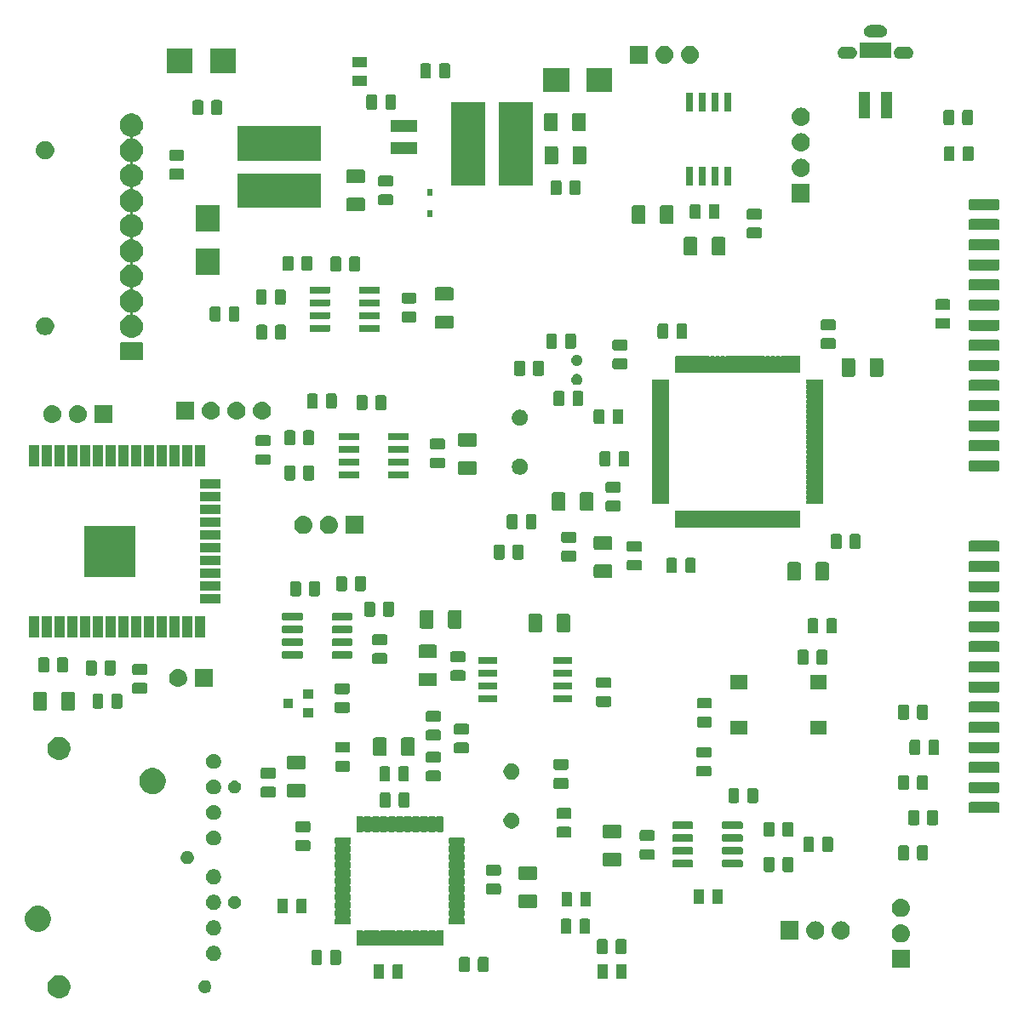
<source format=gts>
G04 #@! TF.GenerationSoftware,KiCad,Pcbnew,5.1.4-e60b266~84~ubuntu16.04.1*
G04 #@! TF.CreationDate,2019-08-13T02:24:23+05:00*
G04 #@! TF.ProjectId,usb2most,75736232-6d6f-4737-942e-6b696361645f,rev?*
G04 #@! TF.SameCoordinates,Original*
G04 #@! TF.FileFunction,Soldermask,Top*
G04 #@! TF.FilePolarity,Negative*
%FSLAX46Y46*%
G04 Gerber Fmt 4.6, Leading zero omitted, Abs format (unit mm)*
G04 Created by KiCad (PCBNEW 5.1.4-e60b266~84~ubuntu16.04.1) date 2019-08-13 02:24:23*
%MOMM*%
%LPD*%
G04 APERTURE LIST*
%ADD10C,0.100000*%
G04 APERTURE END LIST*
D10*
G36*
X25687324Y-115664731D02*
G01*
X25835443Y-115694194D01*
X26044729Y-115780884D01*
X26233082Y-115906737D01*
X26393263Y-116066918D01*
X26519116Y-116255271D01*
X26605806Y-116464557D01*
X26650000Y-116686735D01*
X26650000Y-116913265D01*
X26605806Y-117135443D01*
X26519116Y-117344729D01*
X26393263Y-117533082D01*
X26233082Y-117693263D01*
X26044729Y-117819116D01*
X25835443Y-117905806D01*
X25687324Y-117935269D01*
X25613266Y-117950000D01*
X25386734Y-117950000D01*
X25312676Y-117935269D01*
X25164557Y-117905806D01*
X24955271Y-117819116D01*
X24766918Y-117693263D01*
X24606737Y-117533082D01*
X24480884Y-117344729D01*
X24394194Y-117135443D01*
X24350000Y-116913265D01*
X24350000Y-116686735D01*
X24394194Y-116464557D01*
X24480884Y-116255271D01*
X24606737Y-116066918D01*
X24766918Y-115906737D01*
X24955271Y-115780884D01*
X25164557Y-115694194D01*
X25312676Y-115664731D01*
X25386734Y-115650000D01*
X25613266Y-115650000D01*
X25687324Y-115664731D01*
X25687324Y-115664731D01*
G37*
G36*
X40147738Y-116166653D02*
G01*
X40189598Y-116174979D01*
X40238596Y-116195275D01*
X40307889Y-116223977D01*
X40307890Y-116223978D01*
X40414351Y-116295112D01*
X40504888Y-116385649D01*
X40552418Y-116456784D01*
X40576023Y-116492111D01*
X40625021Y-116610403D01*
X40650000Y-116735979D01*
X40650000Y-116864021D01*
X40625021Y-116989597D01*
X40576023Y-117107889D01*
X40576022Y-117107890D01*
X40504888Y-117214351D01*
X40414351Y-117304888D01*
X40354727Y-117344727D01*
X40307889Y-117376023D01*
X40238596Y-117404725D01*
X40189598Y-117425021D01*
X40147738Y-117433347D01*
X40064021Y-117450000D01*
X39935979Y-117450000D01*
X39852262Y-117433347D01*
X39810402Y-117425021D01*
X39761404Y-117404725D01*
X39692111Y-117376023D01*
X39645273Y-117344727D01*
X39585649Y-117304888D01*
X39495112Y-117214351D01*
X39423978Y-117107890D01*
X39423977Y-117107889D01*
X39374979Y-116989597D01*
X39350000Y-116864021D01*
X39350000Y-116735979D01*
X39374979Y-116610403D01*
X39423977Y-116492111D01*
X39447582Y-116456784D01*
X39495112Y-116385649D01*
X39585649Y-116295112D01*
X39692110Y-116223978D01*
X39692111Y-116223977D01*
X39761404Y-116195275D01*
X39810402Y-116174979D01*
X39852262Y-116166653D01*
X39935979Y-116150000D01*
X40064021Y-116150000D01*
X40147738Y-116166653D01*
X40147738Y-116166653D01*
G37*
G36*
X81808867Y-114554556D02*
G01*
X81847448Y-114566259D01*
X81883001Y-114585263D01*
X81914163Y-114610837D01*
X81939737Y-114641999D01*
X81958741Y-114677552D01*
X81970444Y-114716133D01*
X81975000Y-114762390D01*
X81975000Y-115837610D01*
X81970444Y-115883867D01*
X81958741Y-115922448D01*
X81939737Y-115958001D01*
X81914163Y-115989163D01*
X81883001Y-116014737D01*
X81847448Y-116033741D01*
X81808867Y-116045444D01*
X81762610Y-116050000D01*
X81112390Y-116050000D01*
X81066133Y-116045444D01*
X81027552Y-116033741D01*
X80991999Y-116014737D01*
X80960837Y-115989163D01*
X80935263Y-115958001D01*
X80916259Y-115922448D01*
X80904556Y-115883867D01*
X80900000Y-115837610D01*
X80900000Y-114762390D01*
X80904556Y-114716133D01*
X80916259Y-114677552D01*
X80935263Y-114641999D01*
X80960837Y-114610837D01*
X80991999Y-114585263D01*
X81027552Y-114566259D01*
X81066133Y-114554556D01*
X81112390Y-114550000D01*
X81762610Y-114550000D01*
X81808867Y-114554556D01*
X81808867Y-114554556D01*
G37*
G36*
X57671367Y-114554556D02*
G01*
X57709948Y-114566259D01*
X57745501Y-114585263D01*
X57776663Y-114610837D01*
X57802237Y-114641999D01*
X57821241Y-114677552D01*
X57832944Y-114716133D01*
X57837500Y-114762390D01*
X57837500Y-115837610D01*
X57832944Y-115883867D01*
X57821241Y-115922448D01*
X57802237Y-115958001D01*
X57776663Y-115989163D01*
X57745501Y-116014737D01*
X57709948Y-116033741D01*
X57671367Y-116045444D01*
X57625110Y-116050000D01*
X56974890Y-116050000D01*
X56928633Y-116045444D01*
X56890052Y-116033741D01*
X56854499Y-116014737D01*
X56823337Y-115989163D01*
X56797763Y-115958001D01*
X56778759Y-115922448D01*
X56767056Y-115883867D01*
X56762500Y-115837610D01*
X56762500Y-114762390D01*
X56767056Y-114716133D01*
X56778759Y-114677552D01*
X56797763Y-114641999D01*
X56823337Y-114610837D01*
X56854499Y-114585263D01*
X56890052Y-114566259D01*
X56928633Y-114554556D01*
X56974890Y-114550000D01*
X57625110Y-114550000D01*
X57671367Y-114554556D01*
X57671367Y-114554556D01*
G37*
G36*
X59546367Y-114554556D02*
G01*
X59584948Y-114566259D01*
X59620501Y-114585263D01*
X59651663Y-114610837D01*
X59677237Y-114641999D01*
X59696241Y-114677552D01*
X59707944Y-114716133D01*
X59712500Y-114762390D01*
X59712500Y-115837610D01*
X59707944Y-115883867D01*
X59696241Y-115922448D01*
X59677237Y-115958001D01*
X59651663Y-115989163D01*
X59620501Y-116014737D01*
X59584948Y-116033741D01*
X59546367Y-116045444D01*
X59500110Y-116050000D01*
X58849890Y-116050000D01*
X58803633Y-116045444D01*
X58765052Y-116033741D01*
X58729499Y-116014737D01*
X58698337Y-115989163D01*
X58672763Y-115958001D01*
X58653759Y-115922448D01*
X58642056Y-115883867D01*
X58637500Y-115837610D01*
X58637500Y-114762390D01*
X58642056Y-114716133D01*
X58653759Y-114677552D01*
X58672763Y-114641999D01*
X58698337Y-114610837D01*
X58729499Y-114585263D01*
X58765052Y-114566259D01*
X58803633Y-114554556D01*
X58849890Y-114550000D01*
X59500110Y-114550000D01*
X59546367Y-114554556D01*
X59546367Y-114554556D01*
G37*
G36*
X79933867Y-114554556D02*
G01*
X79972448Y-114566259D01*
X80008001Y-114585263D01*
X80039163Y-114610837D01*
X80064737Y-114641999D01*
X80083741Y-114677552D01*
X80095444Y-114716133D01*
X80100000Y-114762390D01*
X80100000Y-115837610D01*
X80095444Y-115883867D01*
X80083741Y-115922448D01*
X80064737Y-115958001D01*
X80039163Y-115989163D01*
X80008001Y-116014737D01*
X79972448Y-116033741D01*
X79933867Y-116045444D01*
X79887610Y-116050000D01*
X79237390Y-116050000D01*
X79191133Y-116045444D01*
X79152552Y-116033741D01*
X79116999Y-116014737D01*
X79085837Y-115989163D01*
X79060263Y-115958001D01*
X79041259Y-115922448D01*
X79029556Y-115883867D01*
X79025000Y-115837610D01*
X79025000Y-114762390D01*
X79029556Y-114716133D01*
X79041259Y-114677552D01*
X79060263Y-114641999D01*
X79085837Y-114610837D01*
X79116999Y-114585263D01*
X79152552Y-114566259D01*
X79191133Y-114554556D01*
X79237390Y-114550000D01*
X79887610Y-114550000D01*
X79933867Y-114554556D01*
X79933867Y-114554556D01*
G37*
G36*
X66196367Y-113854556D02*
G01*
X66234948Y-113866259D01*
X66270501Y-113885263D01*
X66301663Y-113910837D01*
X66327237Y-113941999D01*
X66346241Y-113977552D01*
X66357944Y-114016133D01*
X66362500Y-114062390D01*
X66362500Y-115137610D01*
X66357944Y-115183867D01*
X66346241Y-115222448D01*
X66327237Y-115258001D01*
X66301663Y-115289163D01*
X66270501Y-115314737D01*
X66234948Y-115333741D01*
X66196367Y-115345444D01*
X66150110Y-115350000D01*
X65499890Y-115350000D01*
X65453633Y-115345444D01*
X65415052Y-115333741D01*
X65379499Y-115314737D01*
X65348337Y-115289163D01*
X65322763Y-115258001D01*
X65303759Y-115222448D01*
X65292056Y-115183867D01*
X65287500Y-115137610D01*
X65287500Y-114062390D01*
X65292056Y-114016133D01*
X65303759Y-113977552D01*
X65322763Y-113941999D01*
X65348337Y-113910837D01*
X65379499Y-113885263D01*
X65415052Y-113866259D01*
X65453633Y-113854556D01*
X65499890Y-113850000D01*
X66150110Y-113850000D01*
X66196367Y-113854556D01*
X66196367Y-113854556D01*
G37*
G36*
X68071367Y-113854556D02*
G01*
X68109948Y-113866259D01*
X68145501Y-113885263D01*
X68176663Y-113910837D01*
X68202237Y-113941999D01*
X68221241Y-113977552D01*
X68232944Y-114016133D01*
X68237500Y-114062390D01*
X68237500Y-115137610D01*
X68232944Y-115183867D01*
X68221241Y-115222448D01*
X68202237Y-115258001D01*
X68176663Y-115289163D01*
X68145501Y-115314737D01*
X68109948Y-115333741D01*
X68071367Y-115345444D01*
X68025110Y-115350000D01*
X67374890Y-115350000D01*
X67328633Y-115345444D01*
X67290052Y-115333741D01*
X67254499Y-115314737D01*
X67223337Y-115289163D01*
X67197763Y-115258001D01*
X67178759Y-115222448D01*
X67167056Y-115183867D01*
X67162500Y-115137610D01*
X67162500Y-114062390D01*
X67167056Y-114016133D01*
X67178759Y-113977552D01*
X67197763Y-113941999D01*
X67223337Y-113910837D01*
X67254499Y-113885263D01*
X67290052Y-113866259D01*
X67328633Y-113854556D01*
X67374890Y-113850000D01*
X68025110Y-113850000D01*
X68071367Y-113854556D01*
X68071367Y-113854556D01*
G37*
G36*
X110120000Y-114946000D02*
G01*
X108320000Y-114946000D01*
X108320000Y-113146000D01*
X110120000Y-113146000D01*
X110120000Y-114946000D01*
X110120000Y-114946000D01*
G37*
G36*
X51496367Y-113154556D02*
G01*
X51534948Y-113166259D01*
X51570501Y-113185263D01*
X51601663Y-113210837D01*
X51627237Y-113241999D01*
X51646241Y-113277552D01*
X51657944Y-113316133D01*
X51662500Y-113362390D01*
X51662500Y-114437610D01*
X51657944Y-114483867D01*
X51646241Y-114522448D01*
X51627237Y-114558001D01*
X51601663Y-114589163D01*
X51570501Y-114614737D01*
X51534948Y-114633741D01*
X51496367Y-114645444D01*
X51450110Y-114650000D01*
X50799890Y-114650000D01*
X50753633Y-114645444D01*
X50715052Y-114633741D01*
X50679499Y-114614737D01*
X50648337Y-114589163D01*
X50622763Y-114558001D01*
X50603759Y-114522448D01*
X50592056Y-114483867D01*
X50587500Y-114437610D01*
X50587500Y-113362390D01*
X50592056Y-113316133D01*
X50603759Y-113277552D01*
X50622763Y-113241999D01*
X50648337Y-113210837D01*
X50679499Y-113185263D01*
X50715052Y-113166259D01*
X50753633Y-113154556D01*
X50799890Y-113150000D01*
X51450110Y-113150000D01*
X51496367Y-113154556D01*
X51496367Y-113154556D01*
G37*
G36*
X53371367Y-113154556D02*
G01*
X53409948Y-113166259D01*
X53445501Y-113185263D01*
X53476663Y-113210837D01*
X53502237Y-113241999D01*
X53521241Y-113277552D01*
X53532944Y-113316133D01*
X53537500Y-113362390D01*
X53537500Y-114437610D01*
X53532944Y-114483867D01*
X53521241Y-114522448D01*
X53502237Y-114558001D01*
X53476663Y-114589163D01*
X53445501Y-114614737D01*
X53409948Y-114633741D01*
X53371367Y-114645444D01*
X53325110Y-114650000D01*
X52674890Y-114650000D01*
X52628633Y-114645444D01*
X52590052Y-114633741D01*
X52554499Y-114614737D01*
X52523337Y-114589163D01*
X52497763Y-114558001D01*
X52478759Y-114522448D01*
X52467056Y-114483867D01*
X52462500Y-114437610D01*
X52462500Y-113362390D01*
X52467056Y-113316133D01*
X52478759Y-113277552D01*
X52497763Y-113241999D01*
X52523337Y-113210837D01*
X52554499Y-113185263D01*
X52590052Y-113166259D01*
X52628633Y-113154556D01*
X52674890Y-113150000D01*
X53325110Y-113150000D01*
X53371367Y-113154556D01*
X53371367Y-113154556D01*
G37*
G36*
X41088766Y-112778821D02*
G01*
X41225257Y-112835358D01*
X41348097Y-112917437D01*
X41452563Y-113021903D01*
X41534642Y-113144743D01*
X41591179Y-113281234D01*
X41620000Y-113426130D01*
X41620000Y-113573870D01*
X41591179Y-113718766D01*
X41534642Y-113855257D01*
X41452563Y-113978097D01*
X41348097Y-114082563D01*
X41225257Y-114164642D01*
X41088766Y-114221179D01*
X40943870Y-114250000D01*
X40796130Y-114250000D01*
X40651234Y-114221179D01*
X40514743Y-114164642D01*
X40391903Y-114082563D01*
X40287437Y-113978097D01*
X40205358Y-113855257D01*
X40148821Y-113718766D01*
X40120000Y-113573870D01*
X40120000Y-113426130D01*
X40148821Y-113281234D01*
X40205358Y-113144743D01*
X40287437Y-113021903D01*
X40391903Y-112917437D01*
X40514743Y-112835358D01*
X40651234Y-112778821D01*
X40796130Y-112750000D01*
X40943870Y-112750000D01*
X41088766Y-112778821D01*
X41088766Y-112778821D01*
G37*
G36*
X81771367Y-112054556D02*
G01*
X81809948Y-112066259D01*
X81845501Y-112085263D01*
X81876663Y-112110837D01*
X81902237Y-112141999D01*
X81921241Y-112177552D01*
X81932944Y-112216133D01*
X81937500Y-112262390D01*
X81937500Y-113337610D01*
X81932944Y-113383867D01*
X81921241Y-113422448D01*
X81902237Y-113458001D01*
X81876663Y-113489163D01*
X81845501Y-113514737D01*
X81809948Y-113533741D01*
X81771367Y-113545444D01*
X81725110Y-113550000D01*
X81074890Y-113550000D01*
X81028633Y-113545444D01*
X80990052Y-113533741D01*
X80954499Y-113514737D01*
X80923337Y-113489163D01*
X80897763Y-113458001D01*
X80878759Y-113422448D01*
X80867056Y-113383867D01*
X80862500Y-113337610D01*
X80862500Y-112262390D01*
X80867056Y-112216133D01*
X80878759Y-112177552D01*
X80897763Y-112141999D01*
X80923337Y-112110837D01*
X80954499Y-112085263D01*
X80990052Y-112066259D01*
X81028633Y-112054556D01*
X81074890Y-112050000D01*
X81725110Y-112050000D01*
X81771367Y-112054556D01*
X81771367Y-112054556D01*
G37*
G36*
X79896367Y-112054556D02*
G01*
X79934948Y-112066259D01*
X79970501Y-112085263D01*
X80001663Y-112110837D01*
X80027237Y-112141999D01*
X80046241Y-112177552D01*
X80057944Y-112216133D01*
X80062500Y-112262390D01*
X80062500Y-113337610D01*
X80057944Y-113383867D01*
X80046241Y-113422448D01*
X80027237Y-113458001D01*
X80001663Y-113489163D01*
X79970501Y-113514737D01*
X79934948Y-113533741D01*
X79896367Y-113545444D01*
X79850110Y-113550000D01*
X79199890Y-113550000D01*
X79153633Y-113545444D01*
X79115052Y-113533741D01*
X79079499Y-113514737D01*
X79048337Y-113489163D01*
X79022763Y-113458001D01*
X79003759Y-113422448D01*
X78992056Y-113383867D01*
X78987500Y-113337610D01*
X78987500Y-112262390D01*
X78992056Y-112216133D01*
X79003759Y-112177552D01*
X79022763Y-112141999D01*
X79048337Y-112110837D01*
X79079499Y-112085263D01*
X79115052Y-112066259D01*
X79153633Y-112054556D01*
X79199890Y-112050000D01*
X79850110Y-112050000D01*
X79896367Y-112054556D01*
X79896367Y-112054556D01*
G37*
G36*
X55629592Y-111177514D02*
G01*
X55648235Y-111183170D01*
X55665422Y-111192357D01*
X55680483Y-111204717D01*
X55688576Y-111214578D01*
X55705903Y-111231905D01*
X55726278Y-111245518D01*
X55748917Y-111254895D01*
X55772950Y-111259675D01*
X55797454Y-111259675D01*
X55821487Y-111254894D01*
X55844126Y-111245516D01*
X55864500Y-111231902D01*
X55881824Y-111214578D01*
X55889917Y-111204717D01*
X55904978Y-111192357D01*
X55922165Y-111183170D01*
X55940808Y-111177514D01*
X55966338Y-111175000D01*
X56404062Y-111175000D01*
X56429592Y-111177514D01*
X56448235Y-111183170D01*
X56465422Y-111192357D01*
X56480483Y-111204717D01*
X56488576Y-111214578D01*
X56505903Y-111231905D01*
X56526278Y-111245518D01*
X56548917Y-111254895D01*
X56572950Y-111259675D01*
X56597454Y-111259675D01*
X56621487Y-111254894D01*
X56644126Y-111245516D01*
X56664500Y-111231902D01*
X56681824Y-111214578D01*
X56689917Y-111204717D01*
X56704978Y-111192357D01*
X56722165Y-111183170D01*
X56740808Y-111177514D01*
X56766338Y-111175000D01*
X57204062Y-111175000D01*
X57229592Y-111177514D01*
X57248235Y-111183170D01*
X57265422Y-111192357D01*
X57280483Y-111204717D01*
X57288576Y-111214578D01*
X57305903Y-111231905D01*
X57326278Y-111245518D01*
X57348917Y-111254895D01*
X57372950Y-111259675D01*
X57397454Y-111259675D01*
X57421487Y-111254894D01*
X57444126Y-111245516D01*
X57464500Y-111231902D01*
X57481824Y-111214578D01*
X57489917Y-111204717D01*
X57504978Y-111192357D01*
X57522165Y-111183170D01*
X57540808Y-111177514D01*
X57566338Y-111175000D01*
X58004062Y-111175000D01*
X58029592Y-111177514D01*
X58048235Y-111183170D01*
X58065422Y-111192357D01*
X58080483Y-111204717D01*
X58088576Y-111214578D01*
X58105903Y-111231905D01*
X58126278Y-111245518D01*
X58148917Y-111254895D01*
X58172950Y-111259675D01*
X58197454Y-111259675D01*
X58221487Y-111254894D01*
X58244126Y-111245516D01*
X58264500Y-111231902D01*
X58281824Y-111214578D01*
X58289917Y-111204717D01*
X58304978Y-111192357D01*
X58322165Y-111183170D01*
X58340808Y-111177514D01*
X58366338Y-111175000D01*
X58804062Y-111175000D01*
X58829592Y-111177514D01*
X58848235Y-111183170D01*
X58865422Y-111192357D01*
X58880483Y-111204717D01*
X58888576Y-111214578D01*
X58905903Y-111231905D01*
X58926278Y-111245518D01*
X58948917Y-111254895D01*
X58972950Y-111259675D01*
X58997454Y-111259675D01*
X59021487Y-111254894D01*
X59044126Y-111245516D01*
X59064500Y-111231902D01*
X59081824Y-111214578D01*
X59089917Y-111204717D01*
X59104978Y-111192357D01*
X59122165Y-111183170D01*
X59140808Y-111177514D01*
X59166338Y-111175000D01*
X59604062Y-111175000D01*
X59629592Y-111177514D01*
X59648235Y-111183170D01*
X59665422Y-111192357D01*
X59680483Y-111204717D01*
X59688576Y-111214578D01*
X59705903Y-111231905D01*
X59726278Y-111245518D01*
X59748917Y-111254895D01*
X59772950Y-111259675D01*
X59797454Y-111259675D01*
X59821487Y-111254894D01*
X59844126Y-111245516D01*
X59864500Y-111231902D01*
X59881824Y-111214578D01*
X59889917Y-111204717D01*
X59904978Y-111192357D01*
X59922165Y-111183170D01*
X59940808Y-111177514D01*
X59966338Y-111175000D01*
X60404062Y-111175000D01*
X60429592Y-111177514D01*
X60448235Y-111183170D01*
X60465422Y-111192357D01*
X60480483Y-111204717D01*
X60488576Y-111214578D01*
X60505903Y-111231905D01*
X60526278Y-111245518D01*
X60548917Y-111254895D01*
X60572950Y-111259675D01*
X60597454Y-111259675D01*
X60621487Y-111254894D01*
X60644126Y-111245516D01*
X60664500Y-111231902D01*
X60681824Y-111214578D01*
X60689917Y-111204717D01*
X60704978Y-111192357D01*
X60722165Y-111183170D01*
X60740808Y-111177514D01*
X60766338Y-111175000D01*
X61204062Y-111175000D01*
X61229592Y-111177514D01*
X61248235Y-111183170D01*
X61265422Y-111192357D01*
X61280483Y-111204717D01*
X61288576Y-111214578D01*
X61305903Y-111231905D01*
X61326278Y-111245518D01*
X61348917Y-111254895D01*
X61372950Y-111259675D01*
X61397454Y-111259675D01*
X61421487Y-111254894D01*
X61444126Y-111245516D01*
X61464500Y-111231902D01*
X61481824Y-111214578D01*
X61489917Y-111204717D01*
X61504978Y-111192357D01*
X61522165Y-111183170D01*
X61540808Y-111177514D01*
X61566338Y-111175000D01*
X62004062Y-111175000D01*
X62029592Y-111177514D01*
X62048235Y-111183170D01*
X62065422Y-111192357D01*
X62080483Y-111204717D01*
X62088576Y-111214578D01*
X62105903Y-111231905D01*
X62126278Y-111245518D01*
X62148917Y-111254895D01*
X62172950Y-111259675D01*
X62197454Y-111259675D01*
X62221487Y-111254894D01*
X62244126Y-111245516D01*
X62264500Y-111231902D01*
X62281824Y-111214578D01*
X62289917Y-111204717D01*
X62304978Y-111192357D01*
X62322165Y-111183170D01*
X62340808Y-111177514D01*
X62366338Y-111175000D01*
X62804062Y-111175000D01*
X62829592Y-111177514D01*
X62848235Y-111183170D01*
X62865422Y-111192357D01*
X62880483Y-111204717D01*
X62888576Y-111214578D01*
X62905903Y-111231905D01*
X62926278Y-111245518D01*
X62948917Y-111254895D01*
X62972950Y-111259675D01*
X62997454Y-111259675D01*
X63021487Y-111254894D01*
X63044126Y-111245516D01*
X63064500Y-111231902D01*
X63081824Y-111214578D01*
X63089917Y-111204717D01*
X63104978Y-111192357D01*
X63122165Y-111183170D01*
X63140808Y-111177514D01*
X63166338Y-111175000D01*
X63604062Y-111175000D01*
X63629592Y-111177514D01*
X63648235Y-111183170D01*
X63665422Y-111192357D01*
X63680483Y-111204717D01*
X63692843Y-111219778D01*
X63702030Y-111236965D01*
X63707686Y-111255608D01*
X63710200Y-111281138D01*
X63710200Y-112643862D01*
X63707686Y-112669392D01*
X63702030Y-112688035D01*
X63692843Y-112705222D01*
X63680483Y-112720283D01*
X63665422Y-112732643D01*
X63648235Y-112741830D01*
X63629592Y-112747486D01*
X63604062Y-112750000D01*
X63166338Y-112750000D01*
X63140808Y-112747486D01*
X63122165Y-112741830D01*
X63104978Y-112732643D01*
X63089917Y-112720283D01*
X63081824Y-112710422D01*
X63064497Y-112693095D01*
X63044122Y-112679482D01*
X63021483Y-112670105D01*
X62997450Y-112665325D01*
X62972946Y-112665325D01*
X62948913Y-112670106D01*
X62926274Y-112679484D01*
X62905900Y-112693098D01*
X62888576Y-112710422D01*
X62880483Y-112720283D01*
X62865422Y-112732643D01*
X62848235Y-112741830D01*
X62829592Y-112747486D01*
X62804062Y-112750000D01*
X62366338Y-112750000D01*
X62340808Y-112747486D01*
X62322165Y-112741830D01*
X62304978Y-112732643D01*
X62289917Y-112720283D01*
X62281824Y-112710422D01*
X62264497Y-112693095D01*
X62244122Y-112679482D01*
X62221483Y-112670105D01*
X62197450Y-112665325D01*
X62172946Y-112665325D01*
X62148913Y-112670106D01*
X62126274Y-112679484D01*
X62105900Y-112693098D01*
X62088576Y-112710422D01*
X62080483Y-112720283D01*
X62065422Y-112732643D01*
X62048235Y-112741830D01*
X62029592Y-112747486D01*
X62004062Y-112750000D01*
X61566338Y-112750000D01*
X61540808Y-112747486D01*
X61522165Y-112741830D01*
X61504978Y-112732643D01*
X61489917Y-112720283D01*
X61481824Y-112710422D01*
X61464497Y-112693095D01*
X61444122Y-112679482D01*
X61421483Y-112670105D01*
X61397450Y-112665325D01*
X61372946Y-112665325D01*
X61348913Y-112670106D01*
X61326274Y-112679484D01*
X61305900Y-112693098D01*
X61288576Y-112710422D01*
X61280483Y-112720283D01*
X61265422Y-112732643D01*
X61248235Y-112741830D01*
X61229592Y-112747486D01*
X61204062Y-112750000D01*
X60766338Y-112750000D01*
X60740808Y-112747486D01*
X60722165Y-112741830D01*
X60704978Y-112732643D01*
X60689917Y-112720283D01*
X60681824Y-112710422D01*
X60664497Y-112693095D01*
X60644122Y-112679482D01*
X60621483Y-112670105D01*
X60597450Y-112665325D01*
X60572946Y-112665325D01*
X60548913Y-112670106D01*
X60526274Y-112679484D01*
X60505900Y-112693098D01*
X60488576Y-112710422D01*
X60480483Y-112720283D01*
X60465422Y-112732643D01*
X60448235Y-112741830D01*
X60429592Y-112747486D01*
X60404062Y-112750000D01*
X59966338Y-112750000D01*
X59940808Y-112747486D01*
X59922165Y-112741830D01*
X59904978Y-112732643D01*
X59889917Y-112720283D01*
X59881824Y-112710422D01*
X59864497Y-112693095D01*
X59844122Y-112679482D01*
X59821483Y-112670105D01*
X59797450Y-112665325D01*
X59772946Y-112665325D01*
X59748913Y-112670106D01*
X59726274Y-112679484D01*
X59705900Y-112693098D01*
X59688576Y-112710422D01*
X59680483Y-112720283D01*
X59665422Y-112732643D01*
X59648235Y-112741830D01*
X59629592Y-112747486D01*
X59604062Y-112750000D01*
X59166338Y-112750000D01*
X59140808Y-112747486D01*
X59122165Y-112741830D01*
X59104978Y-112732643D01*
X59089917Y-112720283D01*
X59081824Y-112710422D01*
X59064497Y-112693095D01*
X59044122Y-112679482D01*
X59021483Y-112670105D01*
X58997450Y-112665325D01*
X58972946Y-112665325D01*
X58948913Y-112670106D01*
X58926274Y-112679484D01*
X58905900Y-112693098D01*
X58888576Y-112710422D01*
X58880483Y-112720283D01*
X58865422Y-112732643D01*
X58848235Y-112741830D01*
X58829592Y-112747486D01*
X58804062Y-112750000D01*
X58366338Y-112750000D01*
X58340808Y-112747486D01*
X58322165Y-112741830D01*
X58304978Y-112732643D01*
X58289917Y-112720283D01*
X58281824Y-112710422D01*
X58264497Y-112693095D01*
X58244122Y-112679482D01*
X58221483Y-112670105D01*
X58197450Y-112665325D01*
X58172946Y-112665325D01*
X58148913Y-112670106D01*
X58126274Y-112679484D01*
X58105900Y-112693098D01*
X58088576Y-112710422D01*
X58080483Y-112720283D01*
X58065422Y-112732643D01*
X58048235Y-112741830D01*
X58029592Y-112747486D01*
X58004062Y-112750000D01*
X57566338Y-112750000D01*
X57540808Y-112747486D01*
X57522165Y-112741830D01*
X57504978Y-112732643D01*
X57489917Y-112720283D01*
X57481824Y-112710422D01*
X57464497Y-112693095D01*
X57444122Y-112679482D01*
X57421483Y-112670105D01*
X57397450Y-112665325D01*
X57372946Y-112665325D01*
X57348913Y-112670106D01*
X57326274Y-112679484D01*
X57305900Y-112693098D01*
X57288576Y-112710422D01*
X57280483Y-112720283D01*
X57265422Y-112732643D01*
X57248235Y-112741830D01*
X57229592Y-112747486D01*
X57204062Y-112750000D01*
X56766338Y-112750000D01*
X56740808Y-112747486D01*
X56722165Y-112741830D01*
X56704978Y-112732643D01*
X56689917Y-112720283D01*
X56681824Y-112710422D01*
X56664497Y-112693095D01*
X56644122Y-112679482D01*
X56621483Y-112670105D01*
X56597450Y-112665325D01*
X56572946Y-112665325D01*
X56548913Y-112670106D01*
X56526274Y-112679484D01*
X56505900Y-112693098D01*
X56488576Y-112710422D01*
X56480483Y-112720283D01*
X56465422Y-112732643D01*
X56448235Y-112741830D01*
X56429592Y-112747486D01*
X56404062Y-112750000D01*
X55966338Y-112750000D01*
X55940808Y-112747486D01*
X55922165Y-112741830D01*
X55904978Y-112732643D01*
X55889917Y-112720283D01*
X55881824Y-112710422D01*
X55864497Y-112693095D01*
X55844122Y-112679482D01*
X55821483Y-112670105D01*
X55797450Y-112665325D01*
X55772946Y-112665325D01*
X55748913Y-112670106D01*
X55726274Y-112679484D01*
X55705900Y-112693098D01*
X55688576Y-112710422D01*
X55680483Y-112720283D01*
X55665422Y-112732643D01*
X55648235Y-112741830D01*
X55629592Y-112747486D01*
X55604062Y-112750000D01*
X55166338Y-112750000D01*
X55140808Y-112747486D01*
X55122165Y-112741830D01*
X55104978Y-112732643D01*
X55089917Y-112720283D01*
X55077557Y-112705222D01*
X55068370Y-112688035D01*
X55062714Y-112669392D01*
X55060200Y-112643862D01*
X55060200Y-111281138D01*
X55062714Y-111255608D01*
X55068370Y-111236965D01*
X55077557Y-111219778D01*
X55089917Y-111204717D01*
X55104978Y-111192357D01*
X55122165Y-111183170D01*
X55140808Y-111177514D01*
X55166338Y-111175000D01*
X55604062Y-111175000D01*
X55629592Y-111177514D01*
X55629592Y-111177514D01*
G37*
G36*
X109396427Y-110619022D02*
G01*
X109396430Y-110619023D01*
X109396431Y-110619023D01*
X109566081Y-110670486D01*
X109566083Y-110670487D01*
X109566086Y-110670488D01*
X109722431Y-110754056D01*
X109859475Y-110866525D01*
X109971944Y-111003569D01*
X110055512Y-111159914D01*
X110055513Y-111159917D01*
X110055514Y-111159919D01*
X110098020Y-111300042D01*
X110106978Y-111329573D01*
X110124354Y-111506000D01*
X110106978Y-111682427D01*
X110106977Y-111682430D01*
X110106977Y-111682431D01*
X110100910Y-111702432D01*
X110055512Y-111852086D01*
X109971944Y-112008431D01*
X109859475Y-112145475D01*
X109722431Y-112257944D01*
X109566086Y-112341512D01*
X109566083Y-112341513D01*
X109566081Y-112341514D01*
X109396431Y-112392977D01*
X109396430Y-112392977D01*
X109396427Y-112392978D01*
X109264211Y-112406000D01*
X109175789Y-112406000D01*
X109043573Y-112392978D01*
X109043570Y-112392977D01*
X109043569Y-112392977D01*
X108873919Y-112341514D01*
X108873917Y-112341513D01*
X108873914Y-112341512D01*
X108717569Y-112257944D01*
X108580525Y-112145475D01*
X108468056Y-112008431D01*
X108384488Y-111852086D01*
X108339091Y-111702432D01*
X108333023Y-111682431D01*
X108333023Y-111682430D01*
X108333022Y-111682427D01*
X108315646Y-111506000D01*
X108333022Y-111329573D01*
X108341980Y-111300042D01*
X108384486Y-111159919D01*
X108384487Y-111159917D01*
X108384488Y-111159914D01*
X108468056Y-111003569D01*
X108580525Y-110866525D01*
X108717569Y-110754056D01*
X108873914Y-110670488D01*
X108873917Y-110670487D01*
X108873919Y-110670486D01*
X109043569Y-110619023D01*
X109043570Y-110619023D01*
X109043573Y-110619022D01*
X109175789Y-110606000D01*
X109264211Y-110606000D01*
X109396427Y-110619022D01*
X109396427Y-110619022D01*
G37*
G36*
X100886427Y-110313022D02*
G01*
X100886430Y-110313023D01*
X100886431Y-110313023D01*
X101056081Y-110364486D01*
X101056083Y-110364487D01*
X101056086Y-110364488D01*
X101212431Y-110448056D01*
X101349475Y-110560525D01*
X101461944Y-110697569D01*
X101545512Y-110853914D01*
X101545513Y-110853917D01*
X101545514Y-110853919D01*
X101590910Y-111003569D01*
X101596978Y-111023573D01*
X101614354Y-111200000D01*
X101596978Y-111376427D01*
X101596977Y-111376430D01*
X101596977Y-111376431D01*
X101545892Y-111544836D01*
X101545512Y-111546086D01*
X101461944Y-111702431D01*
X101349475Y-111839475D01*
X101212431Y-111951944D01*
X101056086Y-112035512D01*
X101056083Y-112035513D01*
X101056081Y-112035514D01*
X100886431Y-112086977D01*
X100886430Y-112086977D01*
X100886427Y-112086978D01*
X100754211Y-112100000D01*
X100665789Y-112100000D01*
X100533573Y-112086978D01*
X100533570Y-112086977D01*
X100533569Y-112086977D01*
X100363919Y-112035514D01*
X100363917Y-112035513D01*
X100363914Y-112035512D01*
X100207569Y-111951944D01*
X100070525Y-111839475D01*
X99958056Y-111702431D01*
X99874488Y-111546086D01*
X99874109Y-111544836D01*
X99823023Y-111376431D01*
X99823023Y-111376430D01*
X99823022Y-111376427D01*
X99805646Y-111200000D01*
X99823022Y-111023573D01*
X99829090Y-111003569D01*
X99874486Y-110853919D01*
X99874487Y-110853917D01*
X99874488Y-110853914D01*
X99958056Y-110697569D01*
X100070525Y-110560525D01*
X100207569Y-110448056D01*
X100363914Y-110364488D01*
X100363917Y-110364487D01*
X100363919Y-110364486D01*
X100533569Y-110313023D01*
X100533570Y-110313023D01*
X100533573Y-110313022D01*
X100665789Y-110300000D01*
X100754211Y-110300000D01*
X100886427Y-110313022D01*
X100886427Y-110313022D01*
G37*
G36*
X99070000Y-112100000D02*
G01*
X97270000Y-112100000D01*
X97270000Y-110300000D01*
X99070000Y-110300000D01*
X99070000Y-112100000D01*
X99070000Y-112100000D01*
G37*
G36*
X103426427Y-110313022D02*
G01*
X103426430Y-110313023D01*
X103426431Y-110313023D01*
X103596081Y-110364486D01*
X103596083Y-110364487D01*
X103596086Y-110364488D01*
X103752431Y-110448056D01*
X103889475Y-110560525D01*
X104001944Y-110697569D01*
X104085512Y-110853914D01*
X104085513Y-110853917D01*
X104085514Y-110853919D01*
X104130910Y-111003569D01*
X104136978Y-111023573D01*
X104154354Y-111200000D01*
X104136978Y-111376427D01*
X104136977Y-111376430D01*
X104136977Y-111376431D01*
X104085892Y-111544836D01*
X104085512Y-111546086D01*
X104001944Y-111702431D01*
X103889475Y-111839475D01*
X103752431Y-111951944D01*
X103596086Y-112035512D01*
X103596083Y-112035513D01*
X103596081Y-112035514D01*
X103426431Y-112086977D01*
X103426430Y-112086977D01*
X103426427Y-112086978D01*
X103294211Y-112100000D01*
X103205789Y-112100000D01*
X103073573Y-112086978D01*
X103073570Y-112086977D01*
X103073569Y-112086977D01*
X102903919Y-112035514D01*
X102903917Y-112035513D01*
X102903914Y-112035512D01*
X102747569Y-111951944D01*
X102610525Y-111839475D01*
X102498056Y-111702431D01*
X102414488Y-111546086D01*
X102414109Y-111544836D01*
X102363023Y-111376431D01*
X102363023Y-111376430D01*
X102363022Y-111376427D01*
X102345646Y-111200000D01*
X102363022Y-111023573D01*
X102369090Y-111003569D01*
X102414486Y-110853919D01*
X102414487Y-110853917D01*
X102414488Y-110853914D01*
X102498056Y-110697569D01*
X102610525Y-110560525D01*
X102747569Y-110448056D01*
X102903914Y-110364488D01*
X102903917Y-110364487D01*
X102903919Y-110364486D01*
X103073569Y-110313023D01*
X103073570Y-110313023D01*
X103073573Y-110313022D01*
X103205789Y-110300000D01*
X103294211Y-110300000D01*
X103426427Y-110313022D01*
X103426427Y-110313022D01*
G37*
G36*
X41088766Y-110238821D02*
G01*
X41225257Y-110295358D01*
X41348097Y-110377437D01*
X41452563Y-110481903D01*
X41534642Y-110604743D01*
X41591179Y-110741234D01*
X41620000Y-110886130D01*
X41620000Y-111033870D01*
X41591179Y-111178766D01*
X41534642Y-111315257D01*
X41452563Y-111438097D01*
X41348097Y-111542563D01*
X41225257Y-111624642D01*
X41088766Y-111681179D01*
X40943870Y-111710000D01*
X40796130Y-111710000D01*
X40651234Y-111681179D01*
X40514743Y-111624642D01*
X40391903Y-111542563D01*
X40287437Y-111438097D01*
X40205358Y-111315257D01*
X40148821Y-111178766D01*
X40120000Y-111033870D01*
X40120000Y-110886130D01*
X40148821Y-110741234D01*
X40205358Y-110604743D01*
X40287437Y-110481903D01*
X40391903Y-110377437D01*
X40514743Y-110295358D01*
X40651234Y-110238821D01*
X40796130Y-110210000D01*
X40943870Y-110210000D01*
X41088766Y-110238821D01*
X41088766Y-110238821D01*
G37*
G36*
X78171367Y-110054556D02*
G01*
X78209948Y-110066259D01*
X78245501Y-110085263D01*
X78276663Y-110110837D01*
X78302237Y-110141999D01*
X78321241Y-110177552D01*
X78332944Y-110216133D01*
X78337500Y-110262390D01*
X78337500Y-111337610D01*
X78332944Y-111383867D01*
X78321241Y-111422448D01*
X78302237Y-111458001D01*
X78276663Y-111489163D01*
X78245501Y-111514737D01*
X78209948Y-111533741D01*
X78171367Y-111545444D01*
X78125110Y-111550000D01*
X77474890Y-111550000D01*
X77428633Y-111545444D01*
X77390052Y-111533741D01*
X77354499Y-111514737D01*
X77323337Y-111489163D01*
X77297763Y-111458001D01*
X77278759Y-111422448D01*
X77267056Y-111383867D01*
X77262500Y-111337610D01*
X77262500Y-110262390D01*
X77267056Y-110216133D01*
X77278759Y-110177552D01*
X77297763Y-110141999D01*
X77323337Y-110110837D01*
X77354499Y-110085263D01*
X77390052Y-110066259D01*
X77428633Y-110054556D01*
X77474890Y-110050000D01*
X78125110Y-110050000D01*
X78171367Y-110054556D01*
X78171367Y-110054556D01*
G37*
G36*
X76296367Y-110054556D02*
G01*
X76334948Y-110066259D01*
X76370501Y-110085263D01*
X76401663Y-110110837D01*
X76427237Y-110141999D01*
X76446241Y-110177552D01*
X76457944Y-110216133D01*
X76462500Y-110262390D01*
X76462500Y-111337610D01*
X76457944Y-111383867D01*
X76446241Y-111422448D01*
X76427237Y-111458001D01*
X76401663Y-111489163D01*
X76370501Y-111514737D01*
X76334948Y-111533741D01*
X76296367Y-111545444D01*
X76250110Y-111550000D01*
X75599890Y-111550000D01*
X75553633Y-111545444D01*
X75515052Y-111533741D01*
X75479499Y-111514737D01*
X75448337Y-111489163D01*
X75422763Y-111458001D01*
X75403759Y-111422448D01*
X75392056Y-111383867D01*
X75387500Y-111337610D01*
X75387500Y-110262390D01*
X75392056Y-110216133D01*
X75403759Y-110177552D01*
X75422763Y-110141999D01*
X75448337Y-110110837D01*
X75479499Y-110085263D01*
X75515052Y-110066259D01*
X75553633Y-110054556D01*
X75599890Y-110050000D01*
X76250110Y-110050000D01*
X76296367Y-110054556D01*
X76296367Y-110054556D01*
G37*
G36*
X23647987Y-108773859D02*
G01*
X23779196Y-108799958D01*
X23912088Y-108855004D01*
X24006721Y-108894202D01*
X24015781Y-108897955D01*
X24228702Y-109040224D01*
X24409776Y-109221298D01*
X24552045Y-109434219D01*
X24552046Y-109434221D01*
X24650042Y-109670805D01*
X24698069Y-109912250D01*
X24700000Y-109921961D01*
X24700000Y-110178039D01*
X24650042Y-110429196D01*
X24552045Y-110665781D01*
X24409776Y-110878702D01*
X24228702Y-111059776D01*
X24015781Y-111202045D01*
X24015780Y-111202046D01*
X24015779Y-111202046D01*
X23985524Y-111214578D01*
X23779196Y-111300042D01*
X23528040Y-111350000D01*
X23271960Y-111350000D01*
X23020804Y-111300042D01*
X22814476Y-111214578D01*
X22784221Y-111202046D01*
X22784220Y-111202046D01*
X22784219Y-111202045D01*
X22571298Y-111059776D01*
X22390224Y-110878702D01*
X22247955Y-110665781D01*
X22149958Y-110429196D01*
X22100000Y-110178039D01*
X22100000Y-109921961D01*
X22101932Y-109912250D01*
X22149958Y-109670805D01*
X22247954Y-109434221D01*
X22247955Y-109434219D01*
X22390224Y-109221298D01*
X22571298Y-109040224D01*
X22784219Y-108897955D01*
X22793280Y-108894202D01*
X22887912Y-108855004D01*
X23020804Y-108799958D01*
X23152013Y-108773859D01*
X23271960Y-108750000D01*
X23528040Y-108750000D01*
X23647987Y-108773859D01*
X23647987Y-108773859D01*
G37*
G36*
X65754592Y-101977514D02*
G01*
X65773235Y-101983170D01*
X65790422Y-101992357D01*
X65805483Y-102004717D01*
X65817843Y-102019778D01*
X65827030Y-102036965D01*
X65832686Y-102055608D01*
X65835200Y-102081138D01*
X65835200Y-102518862D01*
X65832686Y-102544392D01*
X65827030Y-102563035D01*
X65817843Y-102580222D01*
X65805483Y-102595283D01*
X65795622Y-102603376D01*
X65778295Y-102620703D01*
X65764682Y-102641078D01*
X65755305Y-102663717D01*
X65750525Y-102687750D01*
X65750525Y-102712254D01*
X65755306Y-102736287D01*
X65764684Y-102758926D01*
X65778298Y-102779300D01*
X65795622Y-102796624D01*
X65805483Y-102804717D01*
X65817843Y-102819778D01*
X65827030Y-102836965D01*
X65832686Y-102855608D01*
X65835200Y-102881138D01*
X65835200Y-103318857D01*
X65832686Y-103344392D01*
X65827030Y-103363035D01*
X65817843Y-103380222D01*
X65805483Y-103395283D01*
X65795622Y-103403376D01*
X65778295Y-103420703D01*
X65764682Y-103441078D01*
X65755305Y-103463717D01*
X65750525Y-103487750D01*
X65750525Y-103512254D01*
X65755306Y-103536287D01*
X65764684Y-103558926D01*
X65778298Y-103579300D01*
X65795622Y-103596624D01*
X65805483Y-103604717D01*
X65817843Y-103619778D01*
X65827030Y-103636965D01*
X65832686Y-103655608D01*
X65835200Y-103681138D01*
X65835200Y-104118862D01*
X65832686Y-104144392D01*
X65827030Y-104163035D01*
X65817843Y-104180222D01*
X65805483Y-104195283D01*
X65795622Y-104203376D01*
X65778295Y-104220703D01*
X65764682Y-104241078D01*
X65755305Y-104263717D01*
X65750525Y-104287750D01*
X65750525Y-104312254D01*
X65755306Y-104336287D01*
X65764684Y-104358926D01*
X65778298Y-104379300D01*
X65795622Y-104396624D01*
X65805483Y-104404717D01*
X65817843Y-104419778D01*
X65827030Y-104436965D01*
X65832686Y-104455608D01*
X65835200Y-104481138D01*
X65835200Y-104918862D01*
X65832686Y-104944392D01*
X65827030Y-104963035D01*
X65817843Y-104980222D01*
X65805483Y-104995283D01*
X65795622Y-105003376D01*
X65778295Y-105020703D01*
X65764682Y-105041078D01*
X65755305Y-105063717D01*
X65750525Y-105087750D01*
X65750525Y-105112254D01*
X65755306Y-105136287D01*
X65764684Y-105158926D01*
X65778298Y-105179300D01*
X65795622Y-105196624D01*
X65805483Y-105204717D01*
X65817843Y-105219778D01*
X65827030Y-105236965D01*
X65832686Y-105255608D01*
X65835200Y-105281138D01*
X65835200Y-105718862D01*
X65832686Y-105744392D01*
X65827030Y-105763035D01*
X65817843Y-105780222D01*
X65805483Y-105795283D01*
X65795622Y-105803376D01*
X65778295Y-105820703D01*
X65764682Y-105841078D01*
X65755305Y-105863717D01*
X65750525Y-105887750D01*
X65750525Y-105912254D01*
X65755306Y-105936287D01*
X65764684Y-105958926D01*
X65778298Y-105979300D01*
X65795622Y-105996624D01*
X65805483Y-106004717D01*
X65817843Y-106019778D01*
X65827030Y-106036965D01*
X65832686Y-106055608D01*
X65835200Y-106081138D01*
X65835200Y-106518862D01*
X65832686Y-106544392D01*
X65827030Y-106563035D01*
X65817843Y-106580222D01*
X65805483Y-106595283D01*
X65795622Y-106603376D01*
X65778295Y-106620703D01*
X65764682Y-106641078D01*
X65755305Y-106663717D01*
X65750525Y-106687750D01*
X65750525Y-106712254D01*
X65755306Y-106736287D01*
X65764684Y-106758926D01*
X65778298Y-106779300D01*
X65795622Y-106796624D01*
X65805483Y-106804717D01*
X65817843Y-106819778D01*
X65827030Y-106836965D01*
X65832686Y-106855608D01*
X65835200Y-106881138D01*
X65835200Y-107318862D01*
X65832686Y-107344392D01*
X65827030Y-107363035D01*
X65817843Y-107380222D01*
X65805483Y-107395283D01*
X65795622Y-107403376D01*
X65778295Y-107420703D01*
X65764682Y-107441078D01*
X65755305Y-107463717D01*
X65750525Y-107487750D01*
X65750525Y-107512254D01*
X65755306Y-107536287D01*
X65764684Y-107558926D01*
X65778298Y-107579300D01*
X65795622Y-107596624D01*
X65805483Y-107604717D01*
X65817843Y-107619778D01*
X65827030Y-107636965D01*
X65832686Y-107655608D01*
X65835200Y-107681138D01*
X65835200Y-108118862D01*
X65832686Y-108144392D01*
X65827030Y-108163035D01*
X65817843Y-108180222D01*
X65805483Y-108195283D01*
X65795622Y-108203376D01*
X65778295Y-108220703D01*
X65764682Y-108241078D01*
X65755305Y-108263717D01*
X65750525Y-108287750D01*
X65750525Y-108312254D01*
X65755306Y-108336287D01*
X65764684Y-108358926D01*
X65778298Y-108379300D01*
X65795622Y-108396624D01*
X65805483Y-108404717D01*
X65817843Y-108419778D01*
X65827030Y-108436965D01*
X65832686Y-108455608D01*
X65835200Y-108481138D01*
X65835200Y-108918862D01*
X65832686Y-108944392D01*
X65827030Y-108963035D01*
X65817843Y-108980222D01*
X65805483Y-108995283D01*
X65795622Y-109003376D01*
X65778295Y-109020703D01*
X65764682Y-109041078D01*
X65755305Y-109063717D01*
X65750525Y-109087750D01*
X65750525Y-109112254D01*
X65755306Y-109136287D01*
X65764684Y-109158926D01*
X65778298Y-109179300D01*
X65795622Y-109196624D01*
X65805483Y-109204717D01*
X65817843Y-109219778D01*
X65827030Y-109236965D01*
X65832686Y-109255608D01*
X65835200Y-109281138D01*
X65835200Y-109718862D01*
X65832686Y-109744392D01*
X65827030Y-109763035D01*
X65817843Y-109780222D01*
X65805483Y-109795283D01*
X65795622Y-109803376D01*
X65778295Y-109820703D01*
X65764682Y-109841078D01*
X65755305Y-109863717D01*
X65750525Y-109887750D01*
X65750525Y-109912254D01*
X65755306Y-109936287D01*
X65764684Y-109958926D01*
X65778298Y-109979300D01*
X65795622Y-109996624D01*
X65805483Y-110004717D01*
X65817843Y-110019778D01*
X65827030Y-110036965D01*
X65832686Y-110055608D01*
X65835200Y-110081138D01*
X65835200Y-110518862D01*
X65832686Y-110544392D01*
X65827030Y-110563035D01*
X65817843Y-110580222D01*
X65805483Y-110595283D01*
X65790422Y-110607643D01*
X65773235Y-110616830D01*
X65754592Y-110622486D01*
X65729062Y-110625000D01*
X64366338Y-110625000D01*
X64340808Y-110622486D01*
X64322165Y-110616830D01*
X64304978Y-110607643D01*
X64289917Y-110595283D01*
X64277557Y-110580222D01*
X64268370Y-110563035D01*
X64262714Y-110544392D01*
X64260200Y-110518862D01*
X64260200Y-110081138D01*
X64262714Y-110055608D01*
X64268370Y-110036965D01*
X64277557Y-110019778D01*
X64289917Y-110004717D01*
X64299778Y-109996624D01*
X64317105Y-109979297D01*
X64330718Y-109958922D01*
X64340095Y-109936283D01*
X64344875Y-109912250D01*
X64344875Y-109887746D01*
X64340094Y-109863713D01*
X64330716Y-109841074D01*
X64317102Y-109820700D01*
X64299778Y-109803376D01*
X64289917Y-109795283D01*
X64277557Y-109780222D01*
X64268370Y-109763035D01*
X64262714Y-109744392D01*
X64260200Y-109718862D01*
X64260200Y-109281138D01*
X64262714Y-109255608D01*
X64268370Y-109236965D01*
X64277557Y-109219778D01*
X64289917Y-109204717D01*
X64299778Y-109196624D01*
X64317105Y-109179297D01*
X64330718Y-109158922D01*
X64340095Y-109136283D01*
X64344875Y-109112250D01*
X64344875Y-109087746D01*
X64340094Y-109063713D01*
X64330716Y-109041074D01*
X64317102Y-109020700D01*
X64299778Y-109003376D01*
X64289917Y-108995283D01*
X64277557Y-108980222D01*
X64268370Y-108963035D01*
X64262714Y-108944392D01*
X64260200Y-108918862D01*
X64260200Y-108481138D01*
X64262714Y-108455608D01*
X64268370Y-108436965D01*
X64277557Y-108419778D01*
X64289917Y-108404717D01*
X64299778Y-108396624D01*
X64317105Y-108379297D01*
X64330718Y-108358922D01*
X64340095Y-108336283D01*
X64344875Y-108312250D01*
X64344875Y-108287746D01*
X64340094Y-108263713D01*
X64330716Y-108241074D01*
X64317102Y-108220700D01*
X64299778Y-108203376D01*
X64289917Y-108195283D01*
X64277557Y-108180222D01*
X64268370Y-108163035D01*
X64262714Y-108144392D01*
X64260200Y-108118862D01*
X64260200Y-107681138D01*
X64262714Y-107655608D01*
X64268370Y-107636965D01*
X64277557Y-107619778D01*
X64289917Y-107604717D01*
X64299778Y-107596624D01*
X64317105Y-107579297D01*
X64330718Y-107558922D01*
X64340095Y-107536283D01*
X64344875Y-107512250D01*
X64344875Y-107487746D01*
X64340094Y-107463713D01*
X64330716Y-107441074D01*
X64317102Y-107420700D01*
X64299778Y-107403376D01*
X64289917Y-107395283D01*
X64277557Y-107380222D01*
X64268370Y-107363035D01*
X64262714Y-107344392D01*
X64260200Y-107318862D01*
X64260200Y-106881138D01*
X64262714Y-106855608D01*
X64268370Y-106836965D01*
X64277557Y-106819778D01*
X64289917Y-106804717D01*
X64299778Y-106796624D01*
X64317105Y-106779297D01*
X64330718Y-106758922D01*
X64340095Y-106736283D01*
X64344875Y-106712250D01*
X64344875Y-106687746D01*
X64340094Y-106663713D01*
X64330716Y-106641074D01*
X64317102Y-106620700D01*
X64299778Y-106603376D01*
X64289917Y-106595283D01*
X64277557Y-106580222D01*
X64268370Y-106563035D01*
X64262714Y-106544392D01*
X64260200Y-106518862D01*
X64260200Y-106081138D01*
X64262714Y-106055608D01*
X64268370Y-106036965D01*
X64277557Y-106019778D01*
X64289917Y-106004717D01*
X64299778Y-105996624D01*
X64317105Y-105979297D01*
X64330718Y-105958922D01*
X64340095Y-105936283D01*
X64344875Y-105912250D01*
X64344875Y-105887746D01*
X64340094Y-105863713D01*
X64330716Y-105841074D01*
X64317102Y-105820700D01*
X64299778Y-105803376D01*
X64289917Y-105795283D01*
X64277557Y-105780222D01*
X64268370Y-105763035D01*
X64262714Y-105744392D01*
X64260200Y-105718862D01*
X64260200Y-105281138D01*
X64262714Y-105255608D01*
X64268370Y-105236965D01*
X64277557Y-105219778D01*
X64289917Y-105204717D01*
X64299778Y-105196624D01*
X64317105Y-105179297D01*
X64330718Y-105158922D01*
X64340095Y-105136283D01*
X64344875Y-105112250D01*
X64344875Y-105087746D01*
X64340094Y-105063713D01*
X64330716Y-105041074D01*
X64317102Y-105020700D01*
X64299778Y-105003376D01*
X64289917Y-104995283D01*
X64277557Y-104980222D01*
X64268370Y-104963035D01*
X64262714Y-104944392D01*
X64260200Y-104918862D01*
X64260200Y-104481138D01*
X64262714Y-104455608D01*
X64268370Y-104436965D01*
X64277557Y-104419778D01*
X64289917Y-104404717D01*
X64299778Y-104396624D01*
X64317105Y-104379297D01*
X64330718Y-104358922D01*
X64340095Y-104336283D01*
X64344875Y-104312250D01*
X64344875Y-104287746D01*
X64340094Y-104263713D01*
X64330716Y-104241074D01*
X64317102Y-104220700D01*
X64299778Y-104203376D01*
X64289917Y-104195283D01*
X64277557Y-104180222D01*
X64268370Y-104163035D01*
X64262714Y-104144392D01*
X64260200Y-104118862D01*
X64260200Y-103681138D01*
X64262714Y-103655608D01*
X64268370Y-103636965D01*
X64277557Y-103619778D01*
X64289917Y-103604717D01*
X64299778Y-103596624D01*
X64317105Y-103579297D01*
X64330718Y-103558922D01*
X64340095Y-103536283D01*
X64344875Y-103512250D01*
X64344875Y-103487746D01*
X64340094Y-103463713D01*
X64330716Y-103441074D01*
X64317102Y-103420700D01*
X64299778Y-103403376D01*
X64289917Y-103395283D01*
X64277557Y-103380222D01*
X64268370Y-103363035D01*
X64262714Y-103344392D01*
X64260200Y-103318857D01*
X64260200Y-102881138D01*
X64262714Y-102855608D01*
X64268370Y-102836965D01*
X64277557Y-102819778D01*
X64289917Y-102804717D01*
X64299778Y-102796624D01*
X64317105Y-102779297D01*
X64330718Y-102758922D01*
X64340095Y-102736283D01*
X64344875Y-102712250D01*
X64344875Y-102687746D01*
X64340094Y-102663713D01*
X64330716Y-102641074D01*
X64317102Y-102620700D01*
X64299778Y-102603376D01*
X64289917Y-102595283D01*
X64277557Y-102580222D01*
X64268370Y-102563035D01*
X64262714Y-102544392D01*
X64260200Y-102518862D01*
X64260200Y-102081138D01*
X64262714Y-102055608D01*
X64268370Y-102036965D01*
X64277557Y-102019778D01*
X64289917Y-102004717D01*
X64304978Y-101992357D01*
X64322165Y-101983170D01*
X64340808Y-101977514D01*
X64366338Y-101975000D01*
X65729062Y-101975000D01*
X65754592Y-101977514D01*
X65754592Y-101977514D01*
G37*
G36*
X54429592Y-101977514D02*
G01*
X54448235Y-101983170D01*
X54465422Y-101992357D01*
X54480483Y-102004717D01*
X54492843Y-102019778D01*
X54502030Y-102036965D01*
X54507686Y-102055608D01*
X54510200Y-102081138D01*
X54510200Y-102518862D01*
X54507686Y-102544392D01*
X54502030Y-102563035D01*
X54492843Y-102580222D01*
X54480483Y-102595283D01*
X54470622Y-102603376D01*
X54453295Y-102620703D01*
X54439682Y-102641078D01*
X54430305Y-102663717D01*
X54425525Y-102687750D01*
X54425525Y-102712254D01*
X54430306Y-102736287D01*
X54439684Y-102758926D01*
X54453298Y-102779300D01*
X54470622Y-102796624D01*
X54480483Y-102804717D01*
X54492843Y-102819778D01*
X54502030Y-102836965D01*
X54507686Y-102855608D01*
X54510200Y-102881138D01*
X54510200Y-103318857D01*
X54507686Y-103344392D01*
X54502030Y-103363035D01*
X54492843Y-103380222D01*
X54480483Y-103395283D01*
X54470622Y-103403376D01*
X54453295Y-103420703D01*
X54439682Y-103441078D01*
X54430305Y-103463717D01*
X54425525Y-103487750D01*
X54425525Y-103512254D01*
X54430306Y-103536287D01*
X54439684Y-103558926D01*
X54453298Y-103579300D01*
X54470622Y-103596624D01*
X54480483Y-103604717D01*
X54492843Y-103619778D01*
X54502030Y-103636965D01*
X54507686Y-103655608D01*
X54510200Y-103681138D01*
X54510200Y-104118862D01*
X54507686Y-104144392D01*
X54502030Y-104163035D01*
X54492843Y-104180222D01*
X54480483Y-104195283D01*
X54470622Y-104203376D01*
X54453295Y-104220703D01*
X54439682Y-104241078D01*
X54430305Y-104263717D01*
X54425525Y-104287750D01*
X54425525Y-104312254D01*
X54430306Y-104336287D01*
X54439684Y-104358926D01*
X54453298Y-104379300D01*
X54470622Y-104396624D01*
X54480483Y-104404717D01*
X54492843Y-104419778D01*
X54502030Y-104436965D01*
X54507686Y-104455608D01*
X54510200Y-104481138D01*
X54510200Y-104918862D01*
X54507686Y-104944392D01*
X54502030Y-104963035D01*
X54492843Y-104980222D01*
X54480483Y-104995283D01*
X54470622Y-105003376D01*
X54453295Y-105020703D01*
X54439682Y-105041078D01*
X54430305Y-105063717D01*
X54425525Y-105087750D01*
X54425525Y-105112254D01*
X54430306Y-105136287D01*
X54439684Y-105158926D01*
X54453298Y-105179300D01*
X54470622Y-105196624D01*
X54480483Y-105204717D01*
X54492843Y-105219778D01*
X54502030Y-105236965D01*
X54507686Y-105255608D01*
X54510200Y-105281138D01*
X54510200Y-105718862D01*
X54507686Y-105744392D01*
X54502030Y-105763035D01*
X54492843Y-105780222D01*
X54480483Y-105795283D01*
X54470622Y-105803376D01*
X54453295Y-105820703D01*
X54439682Y-105841078D01*
X54430305Y-105863717D01*
X54425525Y-105887750D01*
X54425525Y-105912254D01*
X54430306Y-105936287D01*
X54439684Y-105958926D01*
X54453298Y-105979300D01*
X54470622Y-105996624D01*
X54480483Y-106004717D01*
X54492843Y-106019778D01*
X54502030Y-106036965D01*
X54507686Y-106055608D01*
X54510200Y-106081138D01*
X54510200Y-106518862D01*
X54507686Y-106544392D01*
X54502030Y-106563035D01*
X54492843Y-106580222D01*
X54480483Y-106595283D01*
X54470622Y-106603376D01*
X54453295Y-106620703D01*
X54439682Y-106641078D01*
X54430305Y-106663717D01*
X54425525Y-106687750D01*
X54425525Y-106712254D01*
X54430306Y-106736287D01*
X54439684Y-106758926D01*
X54453298Y-106779300D01*
X54470622Y-106796624D01*
X54480483Y-106804717D01*
X54492843Y-106819778D01*
X54502030Y-106836965D01*
X54507686Y-106855608D01*
X54510200Y-106881138D01*
X54510200Y-107318862D01*
X54507686Y-107344392D01*
X54502030Y-107363035D01*
X54492843Y-107380222D01*
X54480483Y-107395283D01*
X54470622Y-107403376D01*
X54453295Y-107420703D01*
X54439682Y-107441078D01*
X54430305Y-107463717D01*
X54425525Y-107487750D01*
X54425525Y-107512254D01*
X54430306Y-107536287D01*
X54439684Y-107558926D01*
X54453298Y-107579300D01*
X54470622Y-107596624D01*
X54480483Y-107604717D01*
X54492843Y-107619778D01*
X54502030Y-107636965D01*
X54507686Y-107655608D01*
X54510200Y-107681138D01*
X54510200Y-108118862D01*
X54507686Y-108144392D01*
X54502030Y-108163035D01*
X54492843Y-108180222D01*
X54480483Y-108195283D01*
X54470622Y-108203376D01*
X54453295Y-108220703D01*
X54439682Y-108241078D01*
X54430305Y-108263717D01*
X54425525Y-108287750D01*
X54425525Y-108312254D01*
X54430306Y-108336287D01*
X54439684Y-108358926D01*
X54453298Y-108379300D01*
X54470622Y-108396624D01*
X54480483Y-108404717D01*
X54492843Y-108419778D01*
X54502030Y-108436965D01*
X54507686Y-108455608D01*
X54510200Y-108481138D01*
X54510200Y-108918862D01*
X54507686Y-108944392D01*
X54502030Y-108963035D01*
X54492843Y-108980222D01*
X54480483Y-108995283D01*
X54470622Y-109003376D01*
X54453295Y-109020703D01*
X54439682Y-109041078D01*
X54430305Y-109063717D01*
X54425525Y-109087750D01*
X54425525Y-109112254D01*
X54430306Y-109136287D01*
X54439684Y-109158926D01*
X54453298Y-109179300D01*
X54470622Y-109196624D01*
X54480483Y-109204717D01*
X54492843Y-109219778D01*
X54502030Y-109236965D01*
X54507686Y-109255608D01*
X54510200Y-109281138D01*
X54510200Y-109718862D01*
X54507686Y-109744392D01*
X54502030Y-109763035D01*
X54492843Y-109780222D01*
X54480483Y-109795283D01*
X54470622Y-109803376D01*
X54453295Y-109820703D01*
X54439682Y-109841078D01*
X54430305Y-109863717D01*
X54425525Y-109887750D01*
X54425525Y-109912254D01*
X54430306Y-109936287D01*
X54439684Y-109958926D01*
X54453298Y-109979300D01*
X54470622Y-109996624D01*
X54480483Y-110004717D01*
X54492843Y-110019778D01*
X54502030Y-110036965D01*
X54507686Y-110055608D01*
X54510200Y-110081138D01*
X54510200Y-110518862D01*
X54507686Y-110544392D01*
X54502030Y-110563035D01*
X54492843Y-110580222D01*
X54480483Y-110595283D01*
X54465422Y-110607643D01*
X54448235Y-110616830D01*
X54429592Y-110622486D01*
X54404062Y-110625000D01*
X53041338Y-110625000D01*
X53015808Y-110622486D01*
X52997165Y-110616830D01*
X52979978Y-110607643D01*
X52964917Y-110595283D01*
X52952557Y-110580222D01*
X52943370Y-110563035D01*
X52937714Y-110544392D01*
X52935200Y-110518862D01*
X52935200Y-110081138D01*
X52937714Y-110055608D01*
X52943370Y-110036965D01*
X52952557Y-110019778D01*
X52964917Y-110004717D01*
X52974778Y-109996624D01*
X52992105Y-109979297D01*
X53005718Y-109958922D01*
X53015095Y-109936283D01*
X53019875Y-109912250D01*
X53019875Y-109887746D01*
X53015094Y-109863713D01*
X53005716Y-109841074D01*
X52992102Y-109820700D01*
X52974778Y-109803376D01*
X52964917Y-109795283D01*
X52952557Y-109780222D01*
X52943370Y-109763035D01*
X52937714Y-109744392D01*
X52935200Y-109718862D01*
X52935200Y-109281138D01*
X52937714Y-109255608D01*
X52943370Y-109236965D01*
X52952557Y-109219778D01*
X52964917Y-109204717D01*
X52974778Y-109196624D01*
X52992105Y-109179297D01*
X53005718Y-109158922D01*
X53015095Y-109136283D01*
X53019875Y-109112250D01*
X53019875Y-109087746D01*
X53015094Y-109063713D01*
X53005716Y-109041074D01*
X52992102Y-109020700D01*
X52974778Y-109003376D01*
X52964917Y-108995283D01*
X52952557Y-108980222D01*
X52943370Y-108963035D01*
X52937714Y-108944392D01*
X52935200Y-108918862D01*
X52935200Y-108481138D01*
X52937714Y-108455608D01*
X52943370Y-108436965D01*
X52952557Y-108419778D01*
X52964917Y-108404717D01*
X52974778Y-108396624D01*
X52992105Y-108379297D01*
X53005718Y-108358922D01*
X53015095Y-108336283D01*
X53019875Y-108312250D01*
X53019875Y-108287746D01*
X53015094Y-108263713D01*
X53005716Y-108241074D01*
X52992102Y-108220700D01*
X52974778Y-108203376D01*
X52964917Y-108195283D01*
X52952557Y-108180222D01*
X52943370Y-108163035D01*
X52937714Y-108144392D01*
X52935200Y-108118862D01*
X52935200Y-107681138D01*
X52937714Y-107655608D01*
X52943370Y-107636965D01*
X52952557Y-107619778D01*
X52964917Y-107604717D01*
X52974778Y-107596624D01*
X52992105Y-107579297D01*
X53005718Y-107558922D01*
X53015095Y-107536283D01*
X53019875Y-107512250D01*
X53019875Y-107487746D01*
X53015094Y-107463713D01*
X53005716Y-107441074D01*
X52992102Y-107420700D01*
X52974778Y-107403376D01*
X52964917Y-107395283D01*
X52952557Y-107380222D01*
X52943370Y-107363035D01*
X52937714Y-107344392D01*
X52935200Y-107318862D01*
X52935200Y-106881138D01*
X52937714Y-106855608D01*
X52943370Y-106836965D01*
X52952557Y-106819778D01*
X52964917Y-106804717D01*
X52974778Y-106796624D01*
X52992105Y-106779297D01*
X53005718Y-106758922D01*
X53015095Y-106736283D01*
X53019875Y-106712250D01*
X53019875Y-106687746D01*
X53015094Y-106663713D01*
X53005716Y-106641074D01*
X52992102Y-106620700D01*
X52974778Y-106603376D01*
X52964917Y-106595283D01*
X52952557Y-106580222D01*
X52943370Y-106563035D01*
X52937714Y-106544392D01*
X52935200Y-106518862D01*
X52935200Y-106081138D01*
X52937714Y-106055608D01*
X52943370Y-106036965D01*
X52952557Y-106019778D01*
X52964917Y-106004717D01*
X52974778Y-105996624D01*
X52992105Y-105979297D01*
X53005718Y-105958922D01*
X53015095Y-105936283D01*
X53019875Y-105912250D01*
X53019875Y-105887746D01*
X53015094Y-105863713D01*
X53005716Y-105841074D01*
X52992102Y-105820700D01*
X52974778Y-105803376D01*
X52964917Y-105795283D01*
X52952557Y-105780222D01*
X52943370Y-105763035D01*
X52937714Y-105744392D01*
X52935200Y-105718862D01*
X52935200Y-105281138D01*
X52937714Y-105255608D01*
X52943370Y-105236965D01*
X52952557Y-105219778D01*
X52964917Y-105204717D01*
X52974778Y-105196624D01*
X52992105Y-105179297D01*
X53005718Y-105158922D01*
X53015095Y-105136283D01*
X53019875Y-105112250D01*
X53019875Y-105087746D01*
X53015094Y-105063713D01*
X53005716Y-105041074D01*
X52992102Y-105020700D01*
X52974778Y-105003376D01*
X52964917Y-104995283D01*
X52952557Y-104980222D01*
X52943370Y-104963035D01*
X52937714Y-104944392D01*
X52935200Y-104918862D01*
X52935200Y-104481138D01*
X52937714Y-104455608D01*
X52943370Y-104436965D01*
X52952557Y-104419778D01*
X52964917Y-104404717D01*
X52974778Y-104396624D01*
X52992105Y-104379297D01*
X53005718Y-104358922D01*
X53015095Y-104336283D01*
X53019875Y-104312250D01*
X53019875Y-104287746D01*
X53015094Y-104263713D01*
X53005716Y-104241074D01*
X52992102Y-104220700D01*
X52974778Y-104203376D01*
X52964917Y-104195283D01*
X52952557Y-104180222D01*
X52943370Y-104163035D01*
X52937714Y-104144392D01*
X52935200Y-104118862D01*
X52935200Y-103681138D01*
X52937714Y-103655608D01*
X52943370Y-103636965D01*
X52952557Y-103619778D01*
X52964917Y-103604717D01*
X52974778Y-103596624D01*
X52992105Y-103579297D01*
X53005718Y-103558922D01*
X53015095Y-103536283D01*
X53019875Y-103512250D01*
X53019875Y-103487746D01*
X53015094Y-103463713D01*
X53005716Y-103441074D01*
X52992102Y-103420700D01*
X52974778Y-103403376D01*
X52964917Y-103395283D01*
X52952557Y-103380222D01*
X52943370Y-103363035D01*
X52937714Y-103344392D01*
X52935200Y-103318857D01*
X52935200Y-102881138D01*
X52937714Y-102855608D01*
X52943370Y-102836965D01*
X52952557Y-102819778D01*
X52964917Y-102804717D01*
X52974778Y-102796624D01*
X52992105Y-102779297D01*
X53005718Y-102758922D01*
X53015095Y-102736283D01*
X53019875Y-102712250D01*
X53019875Y-102687746D01*
X53015094Y-102663713D01*
X53005716Y-102641074D01*
X52992102Y-102620700D01*
X52974778Y-102603376D01*
X52964917Y-102595283D01*
X52952557Y-102580222D01*
X52943370Y-102563035D01*
X52937714Y-102544392D01*
X52935200Y-102518862D01*
X52935200Y-102081138D01*
X52937714Y-102055608D01*
X52943370Y-102036965D01*
X52952557Y-102019778D01*
X52964917Y-102004717D01*
X52979978Y-101992357D01*
X52997165Y-101983170D01*
X53015808Y-101977514D01*
X53041338Y-101975000D01*
X54404062Y-101975000D01*
X54429592Y-101977514D01*
X54429592Y-101977514D01*
G37*
G36*
X109396427Y-108079022D02*
G01*
X109396430Y-108079023D01*
X109396431Y-108079023D01*
X109566081Y-108130486D01*
X109566083Y-108130487D01*
X109566086Y-108130488D01*
X109722431Y-108214056D01*
X109859475Y-108326525D01*
X109971944Y-108463569D01*
X110055512Y-108619914D01*
X110055513Y-108619917D01*
X110055514Y-108619919D01*
X110102211Y-108773859D01*
X110106978Y-108789573D01*
X110124354Y-108966000D01*
X110106978Y-109142427D01*
X110106977Y-109142430D01*
X110106977Y-109142431D01*
X110057420Y-109305798D01*
X110055512Y-109312086D01*
X109971944Y-109468431D01*
X109859475Y-109605475D01*
X109722431Y-109717944D01*
X109566086Y-109801512D01*
X109566083Y-109801513D01*
X109566081Y-109801514D01*
X109396431Y-109852977D01*
X109396430Y-109852977D01*
X109396427Y-109852978D01*
X109264211Y-109866000D01*
X109175789Y-109866000D01*
X109043573Y-109852978D01*
X109043570Y-109852977D01*
X109043569Y-109852977D01*
X108873919Y-109801514D01*
X108873917Y-109801513D01*
X108873914Y-109801512D01*
X108717569Y-109717944D01*
X108580525Y-109605475D01*
X108468056Y-109468431D01*
X108384488Y-109312086D01*
X108382581Y-109305798D01*
X108333023Y-109142431D01*
X108333023Y-109142430D01*
X108333022Y-109142427D01*
X108315646Y-108966000D01*
X108333022Y-108789573D01*
X108337789Y-108773859D01*
X108384486Y-108619919D01*
X108384487Y-108619917D01*
X108384488Y-108619914D01*
X108468056Y-108463569D01*
X108580525Y-108326525D01*
X108717569Y-108214056D01*
X108873914Y-108130488D01*
X108873917Y-108130487D01*
X108873919Y-108130486D01*
X109043569Y-108079023D01*
X109043570Y-108079023D01*
X109043573Y-108079022D01*
X109175789Y-108066000D01*
X109264211Y-108066000D01*
X109396427Y-108079022D01*
X109396427Y-108079022D01*
G37*
G36*
X48102567Y-108042756D02*
G01*
X48141148Y-108054459D01*
X48176701Y-108073463D01*
X48207863Y-108099037D01*
X48233437Y-108130199D01*
X48252441Y-108165752D01*
X48264144Y-108204333D01*
X48268700Y-108250590D01*
X48268700Y-109325810D01*
X48264144Y-109372067D01*
X48252441Y-109410648D01*
X48233437Y-109446201D01*
X48207863Y-109477363D01*
X48176701Y-109502937D01*
X48141148Y-109521941D01*
X48102567Y-109533644D01*
X48056310Y-109538200D01*
X47406090Y-109538200D01*
X47359833Y-109533644D01*
X47321252Y-109521941D01*
X47285699Y-109502937D01*
X47254537Y-109477363D01*
X47228963Y-109446201D01*
X47209959Y-109410648D01*
X47198256Y-109372067D01*
X47193700Y-109325810D01*
X47193700Y-108250590D01*
X47198256Y-108204333D01*
X47209959Y-108165752D01*
X47228963Y-108130199D01*
X47254537Y-108099037D01*
X47285699Y-108073463D01*
X47321252Y-108054459D01*
X47359833Y-108042756D01*
X47406090Y-108038200D01*
X48056310Y-108038200D01*
X48102567Y-108042756D01*
X48102567Y-108042756D01*
G37*
G36*
X49977567Y-108042756D02*
G01*
X50016148Y-108054459D01*
X50051701Y-108073463D01*
X50082863Y-108099037D01*
X50108437Y-108130199D01*
X50127441Y-108165752D01*
X50139144Y-108204333D01*
X50143700Y-108250590D01*
X50143700Y-109325810D01*
X50139144Y-109372067D01*
X50127441Y-109410648D01*
X50108437Y-109446201D01*
X50082863Y-109477363D01*
X50051701Y-109502937D01*
X50016148Y-109521941D01*
X49977567Y-109533644D01*
X49931310Y-109538200D01*
X49281090Y-109538200D01*
X49234833Y-109533644D01*
X49196252Y-109521941D01*
X49160699Y-109502937D01*
X49129537Y-109477363D01*
X49103963Y-109446201D01*
X49084959Y-109410648D01*
X49073256Y-109372067D01*
X49068700Y-109325810D01*
X49068700Y-108250590D01*
X49073256Y-108204333D01*
X49084959Y-108165752D01*
X49103963Y-108130199D01*
X49129537Y-108099037D01*
X49160699Y-108073463D01*
X49196252Y-108054459D01*
X49234833Y-108042756D01*
X49281090Y-108038200D01*
X49931310Y-108038200D01*
X49977567Y-108042756D01*
X49977567Y-108042756D01*
G37*
G36*
X41088766Y-107698821D02*
G01*
X41225257Y-107755358D01*
X41348097Y-107837437D01*
X41452563Y-107941903D01*
X41534642Y-108064743D01*
X41591179Y-108201234D01*
X41620000Y-108346130D01*
X41620000Y-108493870D01*
X41591179Y-108638766D01*
X41534642Y-108775257D01*
X41452563Y-108898097D01*
X41348097Y-109002563D01*
X41225257Y-109084642D01*
X41088766Y-109141179D01*
X40943870Y-109170000D01*
X40796130Y-109170000D01*
X40651234Y-109141179D01*
X40514743Y-109084642D01*
X40391903Y-109002563D01*
X40287437Y-108898097D01*
X40205358Y-108775257D01*
X40148821Y-108638766D01*
X40120000Y-108493870D01*
X40120000Y-108346130D01*
X40148821Y-108201234D01*
X40205358Y-108064743D01*
X40287437Y-107941903D01*
X40391903Y-107837437D01*
X40514743Y-107755358D01*
X40651234Y-107698821D01*
X40796130Y-107670000D01*
X40943870Y-107670000D01*
X41088766Y-107698821D01*
X41088766Y-107698821D01*
G37*
G36*
X43074725Y-107782075D02*
G01*
X43139598Y-107794979D01*
X43188596Y-107815275D01*
X43257889Y-107843977D01*
X43257890Y-107843978D01*
X43364351Y-107915112D01*
X43454888Y-108005649D01*
X43480088Y-108043364D01*
X43526023Y-108112111D01*
X43547116Y-108163035D01*
X43575021Y-108230402D01*
X43579037Y-108250590D01*
X43600000Y-108355979D01*
X43600000Y-108484021D01*
X43589362Y-108537500D01*
X43575021Y-108609598D01*
X43554725Y-108658596D01*
X43526023Y-108727889D01*
X43526022Y-108727890D01*
X43454888Y-108834351D01*
X43364351Y-108924888D01*
X43322607Y-108952780D01*
X43257889Y-108996023D01*
X43198313Y-109020700D01*
X43139598Y-109045021D01*
X43097738Y-109053347D01*
X43014021Y-109070000D01*
X42885979Y-109070000D01*
X42802262Y-109053347D01*
X42760402Y-109045021D01*
X42701687Y-109020700D01*
X42642111Y-108996023D01*
X42577393Y-108952780D01*
X42535649Y-108924888D01*
X42445112Y-108834351D01*
X42373978Y-108727890D01*
X42373977Y-108727889D01*
X42345275Y-108658596D01*
X42324979Y-108609598D01*
X42310638Y-108537500D01*
X42300000Y-108484021D01*
X42300000Y-108355979D01*
X42320963Y-108250590D01*
X42324979Y-108230402D01*
X42352884Y-108163035D01*
X42373977Y-108112111D01*
X42419912Y-108043364D01*
X42445112Y-108005649D01*
X42535649Y-107915112D01*
X42642110Y-107843978D01*
X42642111Y-107843977D01*
X42711404Y-107815275D01*
X42760402Y-107794979D01*
X42825275Y-107782075D01*
X42885979Y-107770000D01*
X43014021Y-107770000D01*
X43074725Y-107782075D01*
X43074725Y-107782075D01*
G37*
G36*
X72867925Y-107629340D02*
G01*
X72904391Y-107640402D01*
X72938001Y-107658367D01*
X72967458Y-107682542D01*
X72991633Y-107711999D01*
X73009598Y-107745609D01*
X73020660Y-107782075D01*
X73025000Y-107826141D01*
X73025000Y-108773859D01*
X73020660Y-108817925D01*
X73009598Y-108854391D01*
X72991633Y-108888001D01*
X72967458Y-108917458D01*
X72938001Y-108941633D01*
X72904391Y-108959598D01*
X72867925Y-108970660D01*
X72823859Y-108975000D01*
X71376141Y-108975000D01*
X71332075Y-108970660D01*
X71295609Y-108959598D01*
X71261999Y-108941633D01*
X71232542Y-108917458D01*
X71208367Y-108888001D01*
X71190402Y-108854391D01*
X71179340Y-108817925D01*
X71175000Y-108773859D01*
X71175000Y-107826141D01*
X71179340Y-107782075D01*
X71190402Y-107745609D01*
X71208367Y-107711999D01*
X71232542Y-107682542D01*
X71261999Y-107658367D01*
X71295609Y-107640402D01*
X71332075Y-107629340D01*
X71376141Y-107625000D01*
X72823859Y-107625000D01*
X72867925Y-107629340D01*
X72867925Y-107629340D01*
G37*
G36*
X76371367Y-107354556D02*
G01*
X76409948Y-107366259D01*
X76445501Y-107385263D01*
X76476663Y-107410837D01*
X76502237Y-107441999D01*
X76521241Y-107477552D01*
X76532944Y-107516133D01*
X76537500Y-107562390D01*
X76537500Y-108637610D01*
X76532944Y-108683867D01*
X76521241Y-108722448D01*
X76502237Y-108758001D01*
X76476663Y-108789163D01*
X76445501Y-108814737D01*
X76409948Y-108833741D01*
X76371367Y-108845444D01*
X76325110Y-108850000D01*
X75674890Y-108850000D01*
X75628633Y-108845444D01*
X75590052Y-108833741D01*
X75554499Y-108814737D01*
X75523337Y-108789163D01*
X75497763Y-108758001D01*
X75478759Y-108722448D01*
X75467056Y-108683867D01*
X75462500Y-108637610D01*
X75462500Y-107562390D01*
X75467056Y-107516133D01*
X75478759Y-107477552D01*
X75497763Y-107441999D01*
X75523337Y-107410837D01*
X75554499Y-107385263D01*
X75590052Y-107366259D01*
X75628633Y-107354556D01*
X75674890Y-107350000D01*
X76325110Y-107350000D01*
X76371367Y-107354556D01*
X76371367Y-107354556D01*
G37*
G36*
X78246367Y-107354556D02*
G01*
X78284948Y-107366259D01*
X78320501Y-107385263D01*
X78351663Y-107410837D01*
X78377237Y-107441999D01*
X78396241Y-107477552D01*
X78407944Y-107516133D01*
X78412500Y-107562390D01*
X78412500Y-108637610D01*
X78407944Y-108683867D01*
X78396241Y-108722448D01*
X78377237Y-108758001D01*
X78351663Y-108789163D01*
X78320501Y-108814737D01*
X78284948Y-108833741D01*
X78246367Y-108845444D01*
X78200110Y-108850000D01*
X77549890Y-108850000D01*
X77503633Y-108845444D01*
X77465052Y-108833741D01*
X77429499Y-108814737D01*
X77398337Y-108789163D01*
X77372763Y-108758001D01*
X77353759Y-108722448D01*
X77342056Y-108683867D01*
X77337500Y-108637610D01*
X77337500Y-107562390D01*
X77342056Y-107516133D01*
X77353759Y-107477552D01*
X77372763Y-107441999D01*
X77398337Y-107410837D01*
X77429499Y-107385263D01*
X77465052Y-107366259D01*
X77503633Y-107354556D01*
X77549890Y-107350000D01*
X78200110Y-107350000D01*
X78246367Y-107354556D01*
X78246367Y-107354556D01*
G37*
G36*
X91371367Y-107104556D02*
G01*
X91409948Y-107116259D01*
X91445501Y-107135263D01*
X91476663Y-107160837D01*
X91502237Y-107191999D01*
X91521241Y-107227552D01*
X91532944Y-107266133D01*
X91537500Y-107312390D01*
X91537500Y-108387610D01*
X91532944Y-108433867D01*
X91521241Y-108472448D01*
X91502237Y-108508001D01*
X91476663Y-108539163D01*
X91445501Y-108564737D01*
X91409948Y-108583741D01*
X91371367Y-108595444D01*
X91325110Y-108600000D01*
X90674890Y-108600000D01*
X90628633Y-108595444D01*
X90590052Y-108583741D01*
X90554499Y-108564737D01*
X90523337Y-108539163D01*
X90497763Y-108508001D01*
X90478759Y-108472448D01*
X90467056Y-108433867D01*
X90462500Y-108387610D01*
X90462500Y-107312390D01*
X90467056Y-107266133D01*
X90478759Y-107227552D01*
X90497763Y-107191999D01*
X90523337Y-107160837D01*
X90554499Y-107135263D01*
X90590052Y-107116259D01*
X90628633Y-107104556D01*
X90674890Y-107100000D01*
X91325110Y-107100000D01*
X91371367Y-107104556D01*
X91371367Y-107104556D01*
G37*
G36*
X89496367Y-107104556D02*
G01*
X89534948Y-107116259D01*
X89570501Y-107135263D01*
X89601663Y-107160837D01*
X89627237Y-107191999D01*
X89646241Y-107227552D01*
X89657944Y-107266133D01*
X89662500Y-107312390D01*
X89662500Y-108387610D01*
X89657944Y-108433867D01*
X89646241Y-108472448D01*
X89627237Y-108508001D01*
X89601663Y-108539163D01*
X89570501Y-108564737D01*
X89534948Y-108583741D01*
X89496367Y-108595444D01*
X89450110Y-108600000D01*
X88799890Y-108600000D01*
X88753633Y-108595444D01*
X88715052Y-108583741D01*
X88679499Y-108564737D01*
X88648337Y-108539163D01*
X88622763Y-108508001D01*
X88603759Y-108472448D01*
X88592056Y-108433867D01*
X88587500Y-108387610D01*
X88587500Y-107312390D01*
X88592056Y-107266133D01*
X88603759Y-107227552D01*
X88622763Y-107191999D01*
X88648337Y-107160837D01*
X88679499Y-107135263D01*
X88715052Y-107116259D01*
X88753633Y-107104556D01*
X88799890Y-107100000D01*
X89450110Y-107100000D01*
X89496367Y-107104556D01*
X89496367Y-107104556D01*
G37*
G36*
X69283867Y-106567056D02*
G01*
X69322448Y-106578759D01*
X69358001Y-106597763D01*
X69389163Y-106623337D01*
X69414737Y-106654499D01*
X69433741Y-106690052D01*
X69445444Y-106728633D01*
X69450000Y-106774890D01*
X69450000Y-107425110D01*
X69445444Y-107471367D01*
X69433741Y-107509948D01*
X69414737Y-107545501D01*
X69389163Y-107576663D01*
X69358001Y-107602237D01*
X69322448Y-107621241D01*
X69283867Y-107632944D01*
X69237610Y-107637500D01*
X68162390Y-107637500D01*
X68116133Y-107632944D01*
X68077552Y-107621241D01*
X68041999Y-107602237D01*
X68010837Y-107576663D01*
X67985263Y-107545501D01*
X67966259Y-107509948D01*
X67954556Y-107471367D01*
X67950000Y-107425110D01*
X67950000Y-106774890D01*
X67954556Y-106728633D01*
X67966259Y-106690052D01*
X67985263Y-106654499D01*
X68010837Y-106623337D01*
X68041999Y-106597763D01*
X68077552Y-106578759D01*
X68116133Y-106567056D01*
X68162390Y-106562500D01*
X69237610Y-106562500D01*
X69283867Y-106567056D01*
X69283867Y-106567056D01*
G37*
G36*
X41088766Y-105158821D02*
G01*
X41225257Y-105215358D01*
X41348097Y-105297437D01*
X41452563Y-105401903D01*
X41534642Y-105524743D01*
X41591179Y-105661234D01*
X41620000Y-105806130D01*
X41620000Y-105953870D01*
X41591179Y-106098766D01*
X41534642Y-106235257D01*
X41452563Y-106358097D01*
X41348097Y-106462563D01*
X41225257Y-106544642D01*
X41088766Y-106601179D01*
X40943870Y-106630000D01*
X40796130Y-106630000D01*
X40651234Y-106601179D01*
X40514743Y-106544642D01*
X40391903Y-106462563D01*
X40287437Y-106358097D01*
X40205358Y-106235257D01*
X40148821Y-106098766D01*
X40120000Y-105953870D01*
X40120000Y-105806130D01*
X40148821Y-105661234D01*
X40205358Y-105524743D01*
X40287437Y-105401903D01*
X40391903Y-105297437D01*
X40514743Y-105215358D01*
X40651234Y-105158821D01*
X40796130Y-105130000D01*
X40943870Y-105130000D01*
X41088766Y-105158821D01*
X41088766Y-105158821D01*
G37*
G36*
X72867925Y-104829340D02*
G01*
X72904391Y-104840402D01*
X72938001Y-104858367D01*
X72967458Y-104882542D01*
X72991633Y-104911999D01*
X73009598Y-104945609D01*
X73020660Y-104982075D01*
X73025000Y-105026141D01*
X73025000Y-105973859D01*
X73020660Y-106017925D01*
X73009598Y-106054391D01*
X72991633Y-106088001D01*
X72967458Y-106117458D01*
X72938001Y-106141633D01*
X72904391Y-106159598D01*
X72867925Y-106170660D01*
X72823859Y-106175000D01*
X71376141Y-106175000D01*
X71332075Y-106170660D01*
X71295609Y-106159598D01*
X71261999Y-106141633D01*
X71232542Y-106117458D01*
X71208367Y-106088001D01*
X71190402Y-106054391D01*
X71179340Y-106017925D01*
X71175000Y-105973859D01*
X71175000Y-105026141D01*
X71179340Y-104982075D01*
X71190402Y-104945609D01*
X71208367Y-104911999D01*
X71232542Y-104882542D01*
X71261999Y-104858367D01*
X71295609Y-104840402D01*
X71332075Y-104829340D01*
X71376141Y-104825000D01*
X72823859Y-104825000D01*
X72867925Y-104829340D01*
X72867925Y-104829340D01*
G37*
G36*
X69283867Y-104692056D02*
G01*
X69322448Y-104703759D01*
X69358001Y-104722763D01*
X69389163Y-104748337D01*
X69414737Y-104779499D01*
X69433741Y-104815052D01*
X69445444Y-104853633D01*
X69450000Y-104899890D01*
X69450000Y-105550110D01*
X69445444Y-105596367D01*
X69433741Y-105634948D01*
X69414737Y-105670501D01*
X69389163Y-105701663D01*
X69358001Y-105727237D01*
X69322448Y-105746241D01*
X69283867Y-105757944D01*
X69237610Y-105762500D01*
X68162390Y-105762500D01*
X68116133Y-105757944D01*
X68077552Y-105746241D01*
X68041999Y-105727237D01*
X68010837Y-105701663D01*
X67985263Y-105670501D01*
X67966259Y-105634948D01*
X67954556Y-105596367D01*
X67950000Y-105550110D01*
X67950000Y-104899890D01*
X67954556Y-104853633D01*
X67966259Y-104815052D01*
X67985263Y-104779499D01*
X68010837Y-104748337D01*
X68041999Y-104722763D01*
X68077552Y-104703759D01*
X68116133Y-104692056D01*
X68162390Y-104687500D01*
X69237610Y-104687500D01*
X69283867Y-104692056D01*
X69283867Y-104692056D01*
G37*
G36*
X96496367Y-103904556D02*
G01*
X96534948Y-103916259D01*
X96570501Y-103935263D01*
X96601663Y-103960837D01*
X96627237Y-103991999D01*
X96646241Y-104027552D01*
X96657944Y-104066133D01*
X96662500Y-104112390D01*
X96662500Y-105187610D01*
X96657944Y-105233867D01*
X96646241Y-105272448D01*
X96627237Y-105308001D01*
X96601663Y-105339163D01*
X96570501Y-105364737D01*
X96534948Y-105383741D01*
X96496367Y-105395444D01*
X96450110Y-105400000D01*
X95799890Y-105400000D01*
X95753633Y-105395444D01*
X95715052Y-105383741D01*
X95679499Y-105364737D01*
X95648337Y-105339163D01*
X95622763Y-105308001D01*
X95603759Y-105272448D01*
X95592056Y-105233867D01*
X95587500Y-105187610D01*
X95587500Y-104112390D01*
X95592056Y-104066133D01*
X95603759Y-104027552D01*
X95622763Y-103991999D01*
X95648337Y-103960837D01*
X95679499Y-103935263D01*
X95715052Y-103916259D01*
X95753633Y-103904556D01*
X95799890Y-103900000D01*
X96450110Y-103900000D01*
X96496367Y-103904556D01*
X96496367Y-103904556D01*
G37*
G36*
X98371367Y-103904556D02*
G01*
X98409948Y-103916259D01*
X98445501Y-103935263D01*
X98476663Y-103960837D01*
X98502237Y-103991999D01*
X98521241Y-104027552D01*
X98532944Y-104066133D01*
X98537500Y-104112390D01*
X98537500Y-105187610D01*
X98532944Y-105233867D01*
X98521241Y-105272448D01*
X98502237Y-105308001D01*
X98476663Y-105339163D01*
X98445501Y-105364737D01*
X98409948Y-105383741D01*
X98371367Y-105395444D01*
X98325110Y-105400000D01*
X97674890Y-105400000D01*
X97628633Y-105395444D01*
X97590052Y-105383741D01*
X97554499Y-105364737D01*
X97523337Y-105339163D01*
X97497763Y-105308001D01*
X97478759Y-105272448D01*
X97467056Y-105233867D01*
X97462500Y-105187610D01*
X97462500Y-104112390D01*
X97467056Y-104066133D01*
X97478759Y-104027552D01*
X97497763Y-103991999D01*
X97523337Y-103960837D01*
X97554499Y-103935263D01*
X97590052Y-103916259D01*
X97628633Y-103904556D01*
X97674890Y-103900000D01*
X98325110Y-103900000D01*
X98371367Y-103904556D01*
X98371367Y-103904556D01*
G37*
G36*
X88459327Y-104207754D02*
G01*
X88480322Y-104214123D01*
X88499664Y-104224462D01*
X88516622Y-104238378D01*
X88530538Y-104255336D01*
X88540877Y-104274678D01*
X88547246Y-104295673D01*
X88550000Y-104323638D01*
X88550000Y-104786362D01*
X88547246Y-104814327D01*
X88540877Y-104835322D01*
X88530538Y-104854664D01*
X88516622Y-104871622D01*
X88499664Y-104885538D01*
X88480322Y-104895877D01*
X88459327Y-104902246D01*
X88431362Y-104905000D01*
X86618638Y-104905000D01*
X86590673Y-104902246D01*
X86569678Y-104895877D01*
X86550336Y-104885538D01*
X86533378Y-104871622D01*
X86519462Y-104854664D01*
X86509123Y-104835322D01*
X86502754Y-104814327D01*
X86500000Y-104786362D01*
X86500000Y-104323638D01*
X86502754Y-104295673D01*
X86509123Y-104274678D01*
X86519462Y-104255336D01*
X86533378Y-104238378D01*
X86550336Y-104224462D01*
X86569678Y-104214123D01*
X86590673Y-104207754D01*
X86618638Y-104205000D01*
X88431362Y-104205000D01*
X88459327Y-104207754D01*
X88459327Y-104207754D01*
G37*
G36*
X93409327Y-104207754D02*
G01*
X93430322Y-104214123D01*
X93449664Y-104224462D01*
X93466622Y-104238378D01*
X93480538Y-104255336D01*
X93490877Y-104274678D01*
X93497246Y-104295673D01*
X93500000Y-104323638D01*
X93500000Y-104786362D01*
X93497246Y-104814327D01*
X93490877Y-104835322D01*
X93480538Y-104854664D01*
X93466622Y-104871622D01*
X93449664Y-104885538D01*
X93430322Y-104895877D01*
X93409327Y-104902246D01*
X93381362Y-104905000D01*
X91568638Y-104905000D01*
X91540673Y-104902246D01*
X91519678Y-104895877D01*
X91500336Y-104885538D01*
X91483378Y-104871622D01*
X91469462Y-104854664D01*
X91459123Y-104835322D01*
X91452754Y-104814327D01*
X91450000Y-104786362D01*
X91450000Y-104323638D01*
X91452754Y-104295673D01*
X91459123Y-104274678D01*
X91469462Y-104255336D01*
X91483378Y-104238378D01*
X91500336Y-104224462D01*
X91519678Y-104214123D01*
X91540673Y-104207754D01*
X91568638Y-104205000D01*
X93381362Y-104205000D01*
X93409327Y-104207754D01*
X93409327Y-104207754D01*
G37*
G36*
X81267925Y-103479340D02*
G01*
X81304391Y-103490402D01*
X81338001Y-103508367D01*
X81367458Y-103532542D01*
X81391633Y-103561999D01*
X81409598Y-103595609D01*
X81420660Y-103632075D01*
X81425000Y-103676141D01*
X81425000Y-104623859D01*
X81420660Y-104667925D01*
X81409598Y-104704391D01*
X81391633Y-104738001D01*
X81367458Y-104767458D01*
X81338001Y-104791633D01*
X81304391Y-104809598D01*
X81267925Y-104820660D01*
X81223859Y-104825000D01*
X79776141Y-104825000D01*
X79732075Y-104820660D01*
X79695609Y-104809598D01*
X79661999Y-104791633D01*
X79632542Y-104767458D01*
X79608367Y-104738001D01*
X79590402Y-104704391D01*
X79579340Y-104667925D01*
X79575000Y-104623859D01*
X79575000Y-103676141D01*
X79579340Y-103632075D01*
X79590402Y-103595609D01*
X79608367Y-103561999D01*
X79632542Y-103532542D01*
X79661999Y-103508367D01*
X79695609Y-103490402D01*
X79732075Y-103479340D01*
X79776141Y-103475000D01*
X81223859Y-103475000D01*
X81267925Y-103479340D01*
X81267925Y-103479340D01*
G37*
G36*
X38397738Y-103316653D02*
G01*
X38439598Y-103324979D01*
X38486464Y-103344392D01*
X38557889Y-103373977D01*
X38572502Y-103383741D01*
X38664351Y-103445112D01*
X38754888Y-103535649D01*
X38787638Y-103584664D01*
X38826023Y-103642111D01*
X38842188Y-103681138D01*
X38865535Y-103737500D01*
X38875021Y-103760403D01*
X38900000Y-103885979D01*
X38900000Y-104014021D01*
X38886061Y-104084096D01*
X38875021Y-104139598D01*
X38858194Y-104180222D01*
X38826023Y-104257889D01*
X38802418Y-104293216D01*
X38754888Y-104364351D01*
X38664351Y-104454888D01*
X38593216Y-104502418D01*
X38557889Y-104526023D01*
X38488596Y-104554725D01*
X38439598Y-104575021D01*
X38397738Y-104583347D01*
X38314021Y-104600000D01*
X38185979Y-104600000D01*
X38102262Y-104583347D01*
X38060402Y-104575021D01*
X38011404Y-104554725D01*
X37942111Y-104526023D01*
X37906784Y-104502418D01*
X37835649Y-104454888D01*
X37745112Y-104364351D01*
X37697582Y-104293216D01*
X37673977Y-104257889D01*
X37641806Y-104180222D01*
X37624979Y-104139598D01*
X37613939Y-104084096D01*
X37600000Y-104014021D01*
X37600000Y-103885979D01*
X37624979Y-103760403D01*
X37634466Y-103737500D01*
X37657812Y-103681138D01*
X37673977Y-103642111D01*
X37712362Y-103584664D01*
X37745112Y-103535649D01*
X37835649Y-103445112D01*
X37927498Y-103383741D01*
X37942111Y-103373977D01*
X38013536Y-103344392D01*
X38060402Y-103324979D01*
X38102262Y-103316653D01*
X38185979Y-103300000D01*
X38314021Y-103300000D01*
X38397738Y-103316653D01*
X38397738Y-103316653D01*
G37*
G36*
X109871367Y-102754556D02*
G01*
X109909948Y-102766259D01*
X109945501Y-102785263D01*
X109976663Y-102810837D01*
X110002237Y-102841999D01*
X110021241Y-102877552D01*
X110032944Y-102916133D01*
X110037500Y-102962390D01*
X110037500Y-104037610D01*
X110032944Y-104083867D01*
X110021241Y-104122448D01*
X110002237Y-104158001D01*
X109976663Y-104189163D01*
X109945501Y-104214737D01*
X109909948Y-104233741D01*
X109871367Y-104245444D01*
X109825110Y-104250000D01*
X109174890Y-104250000D01*
X109128633Y-104245444D01*
X109090052Y-104233741D01*
X109054499Y-104214737D01*
X109023337Y-104189163D01*
X108997763Y-104158001D01*
X108978759Y-104122448D01*
X108967056Y-104083867D01*
X108962500Y-104037610D01*
X108962500Y-102962390D01*
X108967056Y-102916133D01*
X108978759Y-102877552D01*
X108997763Y-102841999D01*
X109023337Y-102810837D01*
X109054499Y-102785263D01*
X109090052Y-102766259D01*
X109128633Y-102754556D01*
X109174890Y-102750000D01*
X109825110Y-102750000D01*
X109871367Y-102754556D01*
X109871367Y-102754556D01*
G37*
G36*
X111746367Y-102754556D02*
G01*
X111784948Y-102766259D01*
X111820501Y-102785263D01*
X111851663Y-102810837D01*
X111877237Y-102841999D01*
X111896241Y-102877552D01*
X111907944Y-102916133D01*
X111912500Y-102962390D01*
X111912500Y-104037610D01*
X111907944Y-104083867D01*
X111896241Y-104122448D01*
X111877237Y-104158001D01*
X111851663Y-104189163D01*
X111820501Y-104214737D01*
X111784948Y-104233741D01*
X111746367Y-104245444D01*
X111700110Y-104250000D01*
X111049890Y-104250000D01*
X111003633Y-104245444D01*
X110965052Y-104233741D01*
X110929499Y-104214737D01*
X110898337Y-104189163D01*
X110872763Y-104158001D01*
X110853759Y-104122448D01*
X110842056Y-104083867D01*
X110837500Y-104037610D01*
X110837500Y-102962390D01*
X110842056Y-102916133D01*
X110853759Y-102877552D01*
X110872763Y-102841999D01*
X110898337Y-102810837D01*
X110929499Y-102785263D01*
X110965052Y-102766259D01*
X111003633Y-102754556D01*
X111049890Y-102750000D01*
X111700110Y-102750000D01*
X111746367Y-102754556D01*
X111746367Y-102754556D01*
G37*
G36*
X84583867Y-103117056D02*
G01*
X84622448Y-103128759D01*
X84658001Y-103147763D01*
X84689163Y-103173337D01*
X84714737Y-103204499D01*
X84733741Y-103240052D01*
X84745444Y-103278633D01*
X84750000Y-103324890D01*
X84750000Y-103975110D01*
X84745444Y-104021367D01*
X84733741Y-104059948D01*
X84714737Y-104095501D01*
X84689163Y-104126663D01*
X84658001Y-104152237D01*
X84622448Y-104171241D01*
X84583867Y-104182944D01*
X84537610Y-104187500D01*
X83462390Y-104187500D01*
X83416133Y-104182944D01*
X83377552Y-104171241D01*
X83341999Y-104152237D01*
X83310837Y-104126663D01*
X83285263Y-104095501D01*
X83266259Y-104059948D01*
X83254556Y-104021367D01*
X83250000Y-103975110D01*
X83250000Y-103324890D01*
X83254556Y-103278633D01*
X83266259Y-103240052D01*
X83285263Y-103204499D01*
X83310837Y-103173337D01*
X83341999Y-103147763D01*
X83377552Y-103128759D01*
X83416133Y-103117056D01*
X83462390Y-103112500D01*
X84537610Y-103112500D01*
X84583867Y-103117056D01*
X84583867Y-103117056D01*
G37*
G36*
X93409327Y-102937754D02*
G01*
X93430322Y-102944123D01*
X93449664Y-102954462D01*
X93466622Y-102968378D01*
X93480538Y-102985336D01*
X93490877Y-103004678D01*
X93497246Y-103025673D01*
X93500000Y-103053638D01*
X93500000Y-103516362D01*
X93497246Y-103544327D01*
X93490877Y-103565322D01*
X93480538Y-103584664D01*
X93466622Y-103601622D01*
X93449664Y-103615538D01*
X93430322Y-103625877D01*
X93409327Y-103632246D01*
X93381362Y-103635000D01*
X91568638Y-103635000D01*
X91540673Y-103632246D01*
X91519678Y-103625877D01*
X91500336Y-103615538D01*
X91483378Y-103601622D01*
X91469462Y-103584664D01*
X91459123Y-103565322D01*
X91452754Y-103544327D01*
X91450000Y-103516362D01*
X91450000Y-103053638D01*
X91452754Y-103025673D01*
X91459123Y-103004678D01*
X91469462Y-102985336D01*
X91483378Y-102968378D01*
X91500336Y-102954462D01*
X91519678Y-102944123D01*
X91540673Y-102937754D01*
X91568638Y-102935000D01*
X93381362Y-102935000D01*
X93409327Y-102937754D01*
X93409327Y-102937754D01*
G37*
G36*
X88459327Y-102937754D02*
G01*
X88480322Y-102944123D01*
X88499664Y-102954462D01*
X88516622Y-102968378D01*
X88530538Y-102985336D01*
X88540877Y-103004678D01*
X88547246Y-103025673D01*
X88550000Y-103053638D01*
X88550000Y-103516362D01*
X88547246Y-103544327D01*
X88540877Y-103565322D01*
X88530538Y-103584664D01*
X88516622Y-103601622D01*
X88499664Y-103615538D01*
X88480322Y-103625877D01*
X88459327Y-103632246D01*
X88431362Y-103635000D01*
X86618638Y-103635000D01*
X86590673Y-103632246D01*
X86569678Y-103625877D01*
X86550336Y-103615538D01*
X86533378Y-103601622D01*
X86519462Y-103584664D01*
X86509123Y-103565322D01*
X86502754Y-103544327D01*
X86500000Y-103516362D01*
X86500000Y-103053638D01*
X86502754Y-103025673D01*
X86509123Y-103004678D01*
X86519462Y-102985336D01*
X86533378Y-102968378D01*
X86550336Y-102954462D01*
X86569678Y-102944123D01*
X86590673Y-102937754D01*
X86618638Y-102935000D01*
X88431362Y-102935000D01*
X88459327Y-102937754D01*
X88459327Y-102937754D01*
G37*
G36*
X100433867Y-101904556D02*
G01*
X100472448Y-101916259D01*
X100508001Y-101935263D01*
X100539163Y-101960837D01*
X100564737Y-101991999D01*
X100583741Y-102027552D01*
X100595444Y-102066133D01*
X100600000Y-102112390D01*
X100600000Y-103187610D01*
X100595444Y-103233867D01*
X100583741Y-103272448D01*
X100564737Y-103308001D01*
X100539163Y-103339163D01*
X100508001Y-103364737D01*
X100472448Y-103383741D01*
X100433867Y-103395444D01*
X100387610Y-103400000D01*
X99737390Y-103400000D01*
X99691133Y-103395444D01*
X99652552Y-103383741D01*
X99616999Y-103364737D01*
X99585837Y-103339163D01*
X99560263Y-103308001D01*
X99541259Y-103272448D01*
X99529556Y-103233867D01*
X99525000Y-103187610D01*
X99525000Y-102112390D01*
X99529556Y-102066133D01*
X99541259Y-102027552D01*
X99560263Y-101991999D01*
X99585837Y-101960837D01*
X99616999Y-101935263D01*
X99652552Y-101916259D01*
X99691133Y-101904556D01*
X99737390Y-101900000D01*
X100387610Y-101900000D01*
X100433867Y-101904556D01*
X100433867Y-101904556D01*
G37*
G36*
X102308867Y-101904556D02*
G01*
X102347448Y-101916259D01*
X102383001Y-101935263D01*
X102414163Y-101960837D01*
X102439737Y-101991999D01*
X102458741Y-102027552D01*
X102470444Y-102066133D01*
X102475000Y-102112390D01*
X102475000Y-103187610D01*
X102470444Y-103233867D01*
X102458741Y-103272448D01*
X102439737Y-103308001D01*
X102414163Y-103339163D01*
X102383001Y-103364737D01*
X102347448Y-103383741D01*
X102308867Y-103395444D01*
X102262610Y-103400000D01*
X101612390Y-103400000D01*
X101566133Y-103395444D01*
X101527552Y-103383741D01*
X101491999Y-103364737D01*
X101460837Y-103339163D01*
X101435263Y-103308001D01*
X101416259Y-103272448D01*
X101404556Y-103233867D01*
X101400000Y-103187610D01*
X101400000Y-102112390D01*
X101404556Y-102066133D01*
X101416259Y-102027552D01*
X101435263Y-101991999D01*
X101460837Y-101960837D01*
X101491999Y-101935263D01*
X101527552Y-101916259D01*
X101566133Y-101904556D01*
X101612390Y-101900000D01*
X102262610Y-101900000D01*
X102308867Y-101904556D01*
X102308867Y-101904556D01*
G37*
G36*
X50329767Y-102243556D02*
G01*
X50368348Y-102255259D01*
X50403901Y-102274263D01*
X50435063Y-102299837D01*
X50460637Y-102330999D01*
X50479641Y-102366552D01*
X50491344Y-102405133D01*
X50495900Y-102451390D01*
X50495900Y-103101610D01*
X50491344Y-103147867D01*
X50479641Y-103186448D01*
X50460637Y-103222001D01*
X50435063Y-103253163D01*
X50403901Y-103278737D01*
X50368348Y-103297741D01*
X50329767Y-103309444D01*
X50283510Y-103314000D01*
X49208290Y-103314000D01*
X49162033Y-103309444D01*
X49123452Y-103297741D01*
X49087899Y-103278737D01*
X49056737Y-103253163D01*
X49031163Y-103222001D01*
X49012159Y-103186448D01*
X49000456Y-103147867D01*
X48995900Y-103101610D01*
X48995900Y-102451390D01*
X49000456Y-102405133D01*
X49012159Y-102366552D01*
X49031163Y-102330999D01*
X49056737Y-102299837D01*
X49087899Y-102274263D01*
X49123452Y-102255259D01*
X49162033Y-102243556D01*
X49208290Y-102239000D01*
X50283510Y-102239000D01*
X50329767Y-102243556D01*
X50329767Y-102243556D01*
G37*
G36*
X41088766Y-101298821D02*
G01*
X41225257Y-101355358D01*
X41348097Y-101437437D01*
X41452563Y-101541903D01*
X41534642Y-101664743D01*
X41591179Y-101801234D01*
X41620000Y-101946130D01*
X41620000Y-102093870D01*
X41591179Y-102238766D01*
X41534642Y-102375257D01*
X41452563Y-102498097D01*
X41348097Y-102602563D01*
X41225257Y-102684642D01*
X41088766Y-102741179D01*
X40943870Y-102770000D01*
X40796130Y-102770000D01*
X40651234Y-102741179D01*
X40514743Y-102684642D01*
X40391903Y-102602563D01*
X40287437Y-102498097D01*
X40205358Y-102375257D01*
X40148821Y-102238766D01*
X40120000Y-102093870D01*
X40120000Y-101946130D01*
X40148821Y-101801234D01*
X40205358Y-101664743D01*
X40287437Y-101541903D01*
X40391903Y-101437437D01*
X40514743Y-101355358D01*
X40651234Y-101298821D01*
X40796130Y-101270000D01*
X40943870Y-101270000D01*
X41088766Y-101298821D01*
X41088766Y-101298821D01*
G37*
G36*
X88459327Y-101667754D02*
G01*
X88480322Y-101674123D01*
X88499664Y-101684462D01*
X88516622Y-101698378D01*
X88530538Y-101715336D01*
X88540877Y-101734678D01*
X88547246Y-101755673D01*
X88550000Y-101783638D01*
X88550000Y-102246362D01*
X88547246Y-102274327D01*
X88540877Y-102295322D01*
X88530538Y-102314664D01*
X88516622Y-102331622D01*
X88499664Y-102345538D01*
X88480322Y-102355877D01*
X88459327Y-102362246D01*
X88431362Y-102365000D01*
X86618638Y-102365000D01*
X86590673Y-102362246D01*
X86569678Y-102355877D01*
X86550336Y-102345538D01*
X86533378Y-102331622D01*
X86519462Y-102314664D01*
X86509123Y-102295322D01*
X86502754Y-102274327D01*
X86500000Y-102246362D01*
X86500000Y-101783638D01*
X86502754Y-101755673D01*
X86509123Y-101734678D01*
X86519462Y-101715336D01*
X86533378Y-101698378D01*
X86550336Y-101684462D01*
X86569678Y-101674123D01*
X86590673Y-101667754D01*
X86618638Y-101665000D01*
X88431362Y-101665000D01*
X88459327Y-101667754D01*
X88459327Y-101667754D01*
G37*
G36*
X93409327Y-101667754D02*
G01*
X93430322Y-101674123D01*
X93449664Y-101684462D01*
X93466622Y-101698378D01*
X93480538Y-101715336D01*
X93490877Y-101734678D01*
X93497246Y-101755673D01*
X93500000Y-101783638D01*
X93500000Y-102246362D01*
X93497246Y-102274327D01*
X93490877Y-102295322D01*
X93480538Y-102314664D01*
X93466622Y-102331622D01*
X93449664Y-102345538D01*
X93430322Y-102355877D01*
X93409327Y-102362246D01*
X93381362Y-102365000D01*
X91568638Y-102365000D01*
X91540673Y-102362246D01*
X91519678Y-102355877D01*
X91500336Y-102345538D01*
X91483378Y-102331622D01*
X91469462Y-102314664D01*
X91459123Y-102295322D01*
X91452754Y-102274327D01*
X91450000Y-102246362D01*
X91450000Y-101783638D01*
X91452754Y-101755673D01*
X91459123Y-101734678D01*
X91469462Y-101715336D01*
X91483378Y-101698378D01*
X91500336Y-101684462D01*
X91519678Y-101674123D01*
X91540673Y-101667754D01*
X91568638Y-101665000D01*
X93381362Y-101665000D01*
X93409327Y-101667754D01*
X93409327Y-101667754D01*
G37*
G36*
X84583867Y-101242056D02*
G01*
X84622448Y-101253759D01*
X84658001Y-101272763D01*
X84689163Y-101298337D01*
X84714737Y-101329499D01*
X84733741Y-101365052D01*
X84745444Y-101403633D01*
X84750000Y-101449890D01*
X84750000Y-102100110D01*
X84745444Y-102146367D01*
X84733741Y-102184948D01*
X84714737Y-102220501D01*
X84689163Y-102251663D01*
X84658001Y-102277237D01*
X84622448Y-102296241D01*
X84583867Y-102307944D01*
X84537610Y-102312500D01*
X83462390Y-102312500D01*
X83416133Y-102307944D01*
X83377552Y-102296241D01*
X83341999Y-102277237D01*
X83310837Y-102251663D01*
X83285263Y-102220501D01*
X83266259Y-102184948D01*
X83254556Y-102146367D01*
X83250000Y-102100110D01*
X83250000Y-101449890D01*
X83254556Y-101403633D01*
X83266259Y-101365052D01*
X83285263Y-101329499D01*
X83310837Y-101298337D01*
X83341999Y-101272763D01*
X83377552Y-101253759D01*
X83416133Y-101242056D01*
X83462390Y-101237500D01*
X84537610Y-101237500D01*
X84583867Y-101242056D01*
X84583867Y-101242056D01*
G37*
G36*
X81267925Y-100679340D02*
G01*
X81304391Y-100690402D01*
X81338001Y-100708367D01*
X81367458Y-100732542D01*
X81391633Y-100761999D01*
X81409598Y-100795609D01*
X81420660Y-100832075D01*
X81425000Y-100876141D01*
X81425000Y-101823859D01*
X81420660Y-101867925D01*
X81409598Y-101904391D01*
X81391633Y-101938001D01*
X81367458Y-101967458D01*
X81338001Y-101991633D01*
X81304391Y-102009598D01*
X81267925Y-102020660D01*
X81223859Y-102025000D01*
X79776141Y-102025000D01*
X79732075Y-102020660D01*
X79695609Y-102009598D01*
X79661999Y-101991633D01*
X79632542Y-101967458D01*
X79608367Y-101938001D01*
X79590402Y-101904391D01*
X79579340Y-101867925D01*
X79575000Y-101823859D01*
X79575000Y-100876141D01*
X79579340Y-100832075D01*
X79590402Y-100795609D01*
X79608367Y-100761999D01*
X79632542Y-100732542D01*
X79661999Y-100708367D01*
X79695609Y-100690402D01*
X79732075Y-100679340D01*
X79776141Y-100675000D01*
X81223859Y-100675000D01*
X81267925Y-100679340D01*
X81267925Y-100679340D01*
G37*
G36*
X76308867Y-100910056D02*
G01*
X76347448Y-100921759D01*
X76383001Y-100940763D01*
X76414163Y-100966337D01*
X76439737Y-100997499D01*
X76458741Y-101033052D01*
X76470444Y-101071633D01*
X76475000Y-101117890D01*
X76475000Y-101768110D01*
X76470444Y-101814367D01*
X76458741Y-101852948D01*
X76439737Y-101888501D01*
X76414163Y-101919663D01*
X76383001Y-101945237D01*
X76347448Y-101964241D01*
X76308867Y-101975944D01*
X76262610Y-101980500D01*
X75187390Y-101980500D01*
X75141133Y-101975944D01*
X75102552Y-101964241D01*
X75066999Y-101945237D01*
X75035837Y-101919663D01*
X75010263Y-101888501D01*
X74991259Y-101852948D01*
X74979556Y-101814367D01*
X74975000Y-101768110D01*
X74975000Y-101117890D01*
X74979556Y-101071633D01*
X74991259Y-101033052D01*
X75010263Y-100997499D01*
X75035837Y-100966337D01*
X75066999Y-100940763D01*
X75102552Y-100921759D01*
X75141133Y-100910056D01*
X75187390Y-100905500D01*
X76262610Y-100905500D01*
X76308867Y-100910056D01*
X76308867Y-100910056D01*
G37*
G36*
X96496367Y-100404556D02*
G01*
X96534948Y-100416259D01*
X96570501Y-100435263D01*
X96601663Y-100460837D01*
X96627237Y-100491999D01*
X96646241Y-100527552D01*
X96657944Y-100566133D01*
X96662500Y-100612390D01*
X96662500Y-101687610D01*
X96657944Y-101733867D01*
X96646241Y-101772448D01*
X96627237Y-101808001D01*
X96601663Y-101839163D01*
X96570501Y-101864737D01*
X96534948Y-101883741D01*
X96496367Y-101895444D01*
X96450110Y-101900000D01*
X95799890Y-101900000D01*
X95753633Y-101895444D01*
X95715052Y-101883741D01*
X95679499Y-101864737D01*
X95648337Y-101839163D01*
X95622763Y-101808001D01*
X95603759Y-101772448D01*
X95592056Y-101733867D01*
X95587500Y-101687610D01*
X95587500Y-100612390D01*
X95592056Y-100566133D01*
X95603759Y-100527552D01*
X95622763Y-100491999D01*
X95648337Y-100460837D01*
X95679499Y-100435263D01*
X95715052Y-100416259D01*
X95753633Y-100404556D01*
X95799890Y-100400000D01*
X96450110Y-100400000D01*
X96496367Y-100404556D01*
X96496367Y-100404556D01*
G37*
G36*
X98371367Y-100404556D02*
G01*
X98409948Y-100416259D01*
X98445501Y-100435263D01*
X98476663Y-100460837D01*
X98502237Y-100491999D01*
X98521241Y-100527552D01*
X98532944Y-100566133D01*
X98537500Y-100612390D01*
X98537500Y-101687610D01*
X98532944Y-101733867D01*
X98521241Y-101772448D01*
X98502237Y-101808001D01*
X98476663Y-101839163D01*
X98445501Y-101864737D01*
X98409948Y-101883741D01*
X98371367Y-101895444D01*
X98325110Y-101900000D01*
X97674890Y-101900000D01*
X97628633Y-101895444D01*
X97590052Y-101883741D01*
X97554499Y-101864737D01*
X97523337Y-101839163D01*
X97497763Y-101808001D01*
X97478759Y-101772448D01*
X97467056Y-101733867D01*
X97462500Y-101687610D01*
X97462500Y-100612390D01*
X97467056Y-100566133D01*
X97478759Y-100527552D01*
X97497763Y-100491999D01*
X97523337Y-100460837D01*
X97554499Y-100435263D01*
X97590052Y-100416259D01*
X97628633Y-100404556D01*
X97674890Y-100400000D01*
X98325110Y-100400000D01*
X98371367Y-100404556D01*
X98371367Y-100404556D01*
G37*
G36*
X50329767Y-100368556D02*
G01*
X50368348Y-100380259D01*
X50403901Y-100399263D01*
X50435063Y-100424837D01*
X50460637Y-100455999D01*
X50479641Y-100491552D01*
X50491344Y-100530133D01*
X50495900Y-100576390D01*
X50495900Y-101226610D01*
X50491344Y-101272867D01*
X50479641Y-101311448D01*
X50460637Y-101347001D01*
X50435063Y-101378163D01*
X50403901Y-101403737D01*
X50368348Y-101422741D01*
X50329767Y-101434444D01*
X50283510Y-101439000D01*
X49208290Y-101439000D01*
X49162033Y-101434444D01*
X49123452Y-101422741D01*
X49087899Y-101403737D01*
X49056737Y-101378163D01*
X49031163Y-101347001D01*
X49012159Y-101311448D01*
X49000456Y-101272867D01*
X48995900Y-101226610D01*
X48995900Y-100576390D01*
X49000456Y-100530133D01*
X49012159Y-100491552D01*
X49031163Y-100455999D01*
X49056737Y-100424837D01*
X49087899Y-100399263D01*
X49123452Y-100380259D01*
X49162033Y-100368556D01*
X49208290Y-100364000D01*
X50283510Y-100364000D01*
X50329767Y-100368556D01*
X50329767Y-100368556D01*
G37*
G36*
X55629592Y-99852514D02*
G01*
X55648235Y-99858170D01*
X55665422Y-99867357D01*
X55680483Y-99879717D01*
X55688576Y-99889578D01*
X55705903Y-99906905D01*
X55726278Y-99920518D01*
X55748917Y-99929895D01*
X55772950Y-99934675D01*
X55797454Y-99934675D01*
X55821487Y-99929894D01*
X55844126Y-99920516D01*
X55864500Y-99906902D01*
X55881824Y-99889578D01*
X55889917Y-99879717D01*
X55904978Y-99867357D01*
X55922165Y-99858170D01*
X55940808Y-99852514D01*
X55966338Y-99850000D01*
X56404062Y-99850000D01*
X56429592Y-99852514D01*
X56448235Y-99858170D01*
X56465422Y-99867357D01*
X56480483Y-99879717D01*
X56488576Y-99889578D01*
X56505903Y-99906905D01*
X56526278Y-99920518D01*
X56548917Y-99929895D01*
X56572950Y-99934675D01*
X56597454Y-99934675D01*
X56621487Y-99929894D01*
X56644126Y-99920516D01*
X56664500Y-99906902D01*
X56681824Y-99889578D01*
X56689917Y-99879717D01*
X56704978Y-99867357D01*
X56722165Y-99858170D01*
X56740808Y-99852514D01*
X56766338Y-99850000D01*
X57204062Y-99850000D01*
X57229592Y-99852514D01*
X57248235Y-99858170D01*
X57265422Y-99867357D01*
X57280483Y-99879717D01*
X57288576Y-99889578D01*
X57305903Y-99906905D01*
X57326278Y-99920518D01*
X57348917Y-99929895D01*
X57372950Y-99934675D01*
X57397454Y-99934675D01*
X57421487Y-99929894D01*
X57444126Y-99920516D01*
X57464500Y-99906902D01*
X57481824Y-99889578D01*
X57489917Y-99879717D01*
X57504978Y-99867357D01*
X57522165Y-99858170D01*
X57540808Y-99852514D01*
X57566338Y-99850000D01*
X58004062Y-99850000D01*
X58029592Y-99852514D01*
X58048235Y-99858170D01*
X58065422Y-99867357D01*
X58080483Y-99879717D01*
X58088576Y-99889578D01*
X58105903Y-99906905D01*
X58126278Y-99920518D01*
X58148917Y-99929895D01*
X58172950Y-99934675D01*
X58197454Y-99934675D01*
X58221487Y-99929894D01*
X58244126Y-99920516D01*
X58264500Y-99906902D01*
X58281824Y-99889578D01*
X58289917Y-99879717D01*
X58304978Y-99867357D01*
X58322165Y-99858170D01*
X58340808Y-99852514D01*
X58366338Y-99850000D01*
X58804062Y-99850000D01*
X58829592Y-99852514D01*
X58848235Y-99858170D01*
X58865422Y-99867357D01*
X58880483Y-99879717D01*
X58888576Y-99889578D01*
X58905903Y-99906905D01*
X58926278Y-99920518D01*
X58948917Y-99929895D01*
X58972950Y-99934675D01*
X58997454Y-99934675D01*
X59021487Y-99929894D01*
X59044126Y-99920516D01*
X59064500Y-99906902D01*
X59081824Y-99889578D01*
X59089917Y-99879717D01*
X59104978Y-99867357D01*
X59122165Y-99858170D01*
X59140808Y-99852514D01*
X59166338Y-99850000D01*
X59604062Y-99850000D01*
X59629592Y-99852514D01*
X59648235Y-99858170D01*
X59665422Y-99867357D01*
X59680483Y-99879717D01*
X59688576Y-99889578D01*
X59705903Y-99906905D01*
X59726278Y-99920518D01*
X59748917Y-99929895D01*
X59772950Y-99934675D01*
X59797454Y-99934675D01*
X59821487Y-99929894D01*
X59844126Y-99920516D01*
X59864500Y-99906902D01*
X59881824Y-99889578D01*
X59889917Y-99879717D01*
X59904978Y-99867357D01*
X59922165Y-99858170D01*
X59940808Y-99852514D01*
X59966338Y-99850000D01*
X60404062Y-99850000D01*
X60429592Y-99852514D01*
X60448235Y-99858170D01*
X60465422Y-99867357D01*
X60480483Y-99879717D01*
X60488576Y-99889578D01*
X60505903Y-99906905D01*
X60526278Y-99920518D01*
X60548917Y-99929895D01*
X60572950Y-99934675D01*
X60597454Y-99934675D01*
X60621487Y-99929894D01*
X60644126Y-99920516D01*
X60664500Y-99906902D01*
X60681824Y-99889578D01*
X60689917Y-99879717D01*
X60704978Y-99867357D01*
X60722165Y-99858170D01*
X60740808Y-99852514D01*
X60766338Y-99850000D01*
X61204062Y-99850000D01*
X61229592Y-99852514D01*
X61248235Y-99858170D01*
X61265422Y-99867357D01*
X61280483Y-99879717D01*
X61288576Y-99889578D01*
X61305903Y-99906905D01*
X61326278Y-99920518D01*
X61348917Y-99929895D01*
X61372950Y-99934675D01*
X61397454Y-99934675D01*
X61421487Y-99929894D01*
X61444126Y-99920516D01*
X61464500Y-99906902D01*
X61481824Y-99889578D01*
X61489917Y-99879717D01*
X61504978Y-99867357D01*
X61522165Y-99858170D01*
X61540808Y-99852514D01*
X61566338Y-99850000D01*
X62004062Y-99850000D01*
X62029592Y-99852514D01*
X62048235Y-99858170D01*
X62065422Y-99867357D01*
X62080483Y-99879717D01*
X62088576Y-99889578D01*
X62105903Y-99906905D01*
X62126278Y-99920518D01*
X62148917Y-99929895D01*
X62172950Y-99934675D01*
X62197454Y-99934675D01*
X62221487Y-99929894D01*
X62244126Y-99920516D01*
X62264500Y-99906902D01*
X62281824Y-99889578D01*
X62289917Y-99879717D01*
X62304978Y-99867357D01*
X62322165Y-99858170D01*
X62340808Y-99852514D01*
X62366338Y-99850000D01*
X62804062Y-99850000D01*
X62829592Y-99852514D01*
X62848235Y-99858170D01*
X62865422Y-99867357D01*
X62880483Y-99879717D01*
X62888576Y-99889578D01*
X62905903Y-99906905D01*
X62926278Y-99920518D01*
X62948917Y-99929895D01*
X62972950Y-99934675D01*
X62997454Y-99934675D01*
X63021487Y-99929894D01*
X63044126Y-99920516D01*
X63064500Y-99906902D01*
X63081824Y-99889578D01*
X63089917Y-99879717D01*
X63104978Y-99867357D01*
X63122165Y-99858170D01*
X63140808Y-99852514D01*
X63166338Y-99850000D01*
X63604062Y-99850000D01*
X63629592Y-99852514D01*
X63648235Y-99858170D01*
X63665422Y-99867357D01*
X63680483Y-99879717D01*
X63692843Y-99894778D01*
X63702030Y-99911965D01*
X63707686Y-99930608D01*
X63710200Y-99956138D01*
X63710200Y-101318862D01*
X63707686Y-101344392D01*
X63702030Y-101363035D01*
X63692843Y-101380222D01*
X63680483Y-101395283D01*
X63665422Y-101407643D01*
X63648235Y-101416830D01*
X63629592Y-101422486D01*
X63604062Y-101425000D01*
X63166338Y-101425000D01*
X63140808Y-101422486D01*
X63122165Y-101416830D01*
X63104978Y-101407643D01*
X63089917Y-101395283D01*
X63081824Y-101385422D01*
X63064497Y-101368095D01*
X63044122Y-101354482D01*
X63021483Y-101345105D01*
X62997450Y-101340325D01*
X62972946Y-101340325D01*
X62948913Y-101345106D01*
X62926274Y-101354484D01*
X62905900Y-101368098D01*
X62888576Y-101385422D01*
X62880483Y-101395283D01*
X62865422Y-101407643D01*
X62848235Y-101416830D01*
X62829592Y-101422486D01*
X62804062Y-101425000D01*
X62366338Y-101425000D01*
X62340808Y-101422486D01*
X62322165Y-101416830D01*
X62304978Y-101407643D01*
X62289917Y-101395283D01*
X62281824Y-101385422D01*
X62264497Y-101368095D01*
X62244122Y-101354482D01*
X62221483Y-101345105D01*
X62197450Y-101340325D01*
X62172946Y-101340325D01*
X62148913Y-101345106D01*
X62126274Y-101354484D01*
X62105900Y-101368098D01*
X62088576Y-101385422D01*
X62080483Y-101395283D01*
X62065422Y-101407643D01*
X62048235Y-101416830D01*
X62029592Y-101422486D01*
X62004062Y-101425000D01*
X61566338Y-101425000D01*
X61540808Y-101422486D01*
X61522165Y-101416830D01*
X61504978Y-101407643D01*
X61489917Y-101395283D01*
X61481824Y-101385422D01*
X61464497Y-101368095D01*
X61444122Y-101354482D01*
X61421483Y-101345105D01*
X61397450Y-101340325D01*
X61372946Y-101340325D01*
X61348913Y-101345106D01*
X61326274Y-101354484D01*
X61305900Y-101368098D01*
X61288576Y-101385422D01*
X61280483Y-101395283D01*
X61265422Y-101407643D01*
X61248235Y-101416830D01*
X61229592Y-101422486D01*
X61204062Y-101425000D01*
X60766338Y-101425000D01*
X60740808Y-101422486D01*
X60722165Y-101416830D01*
X60704978Y-101407643D01*
X60689917Y-101395283D01*
X60681824Y-101385422D01*
X60664497Y-101368095D01*
X60644122Y-101354482D01*
X60621483Y-101345105D01*
X60597450Y-101340325D01*
X60572946Y-101340325D01*
X60548913Y-101345106D01*
X60526274Y-101354484D01*
X60505900Y-101368098D01*
X60488576Y-101385422D01*
X60480483Y-101395283D01*
X60465422Y-101407643D01*
X60448235Y-101416830D01*
X60429592Y-101422486D01*
X60404062Y-101425000D01*
X59966338Y-101425000D01*
X59940808Y-101422486D01*
X59922165Y-101416830D01*
X59904978Y-101407643D01*
X59889917Y-101395283D01*
X59881824Y-101385422D01*
X59864497Y-101368095D01*
X59844122Y-101354482D01*
X59821483Y-101345105D01*
X59797450Y-101340325D01*
X59772946Y-101340325D01*
X59748913Y-101345106D01*
X59726274Y-101354484D01*
X59705900Y-101368098D01*
X59688576Y-101385422D01*
X59680483Y-101395283D01*
X59665422Y-101407643D01*
X59648235Y-101416830D01*
X59629592Y-101422486D01*
X59604062Y-101425000D01*
X59166338Y-101425000D01*
X59140808Y-101422486D01*
X59122165Y-101416830D01*
X59104978Y-101407643D01*
X59089917Y-101395283D01*
X59081824Y-101385422D01*
X59064497Y-101368095D01*
X59044122Y-101354482D01*
X59021483Y-101345105D01*
X58997450Y-101340325D01*
X58972946Y-101340325D01*
X58948913Y-101345106D01*
X58926274Y-101354484D01*
X58905900Y-101368098D01*
X58888576Y-101385422D01*
X58880483Y-101395283D01*
X58865422Y-101407643D01*
X58848235Y-101416830D01*
X58829592Y-101422486D01*
X58804062Y-101425000D01*
X58366338Y-101425000D01*
X58340808Y-101422486D01*
X58322165Y-101416830D01*
X58304978Y-101407643D01*
X58289917Y-101395283D01*
X58281824Y-101385422D01*
X58264497Y-101368095D01*
X58244122Y-101354482D01*
X58221483Y-101345105D01*
X58197450Y-101340325D01*
X58172946Y-101340325D01*
X58148913Y-101345106D01*
X58126274Y-101354484D01*
X58105900Y-101368098D01*
X58088576Y-101385422D01*
X58080483Y-101395283D01*
X58065422Y-101407643D01*
X58048235Y-101416830D01*
X58029592Y-101422486D01*
X58004062Y-101425000D01*
X57566338Y-101425000D01*
X57540808Y-101422486D01*
X57522165Y-101416830D01*
X57504978Y-101407643D01*
X57489917Y-101395283D01*
X57481824Y-101385422D01*
X57464497Y-101368095D01*
X57444122Y-101354482D01*
X57421483Y-101345105D01*
X57397450Y-101340325D01*
X57372946Y-101340325D01*
X57348913Y-101345106D01*
X57326274Y-101354484D01*
X57305900Y-101368098D01*
X57288576Y-101385422D01*
X57280483Y-101395283D01*
X57265422Y-101407643D01*
X57248235Y-101416830D01*
X57229592Y-101422486D01*
X57204062Y-101425000D01*
X56766338Y-101425000D01*
X56740808Y-101422486D01*
X56722165Y-101416830D01*
X56704978Y-101407643D01*
X56689917Y-101395283D01*
X56681824Y-101385422D01*
X56664497Y-101368095D01*
X56644122Y-101354482D01*
X56621483Y-101345105D01*
X56597450Y-101340325D01*
X56572946Y-101340325D01*
X56548913Y-101345106D01*
X56526274Y-101354484D01*
X56505900Y-101368098D01*
X56488576Y-101385422D01*
X56480483Y-101395283D01*
X56465422Y-101407643D01*
X56448235Y-101416830D01*
X56429592Y-101422486D01*
X56404062Y-101425000D01*
X55966338Y-101425000D01*
X55940808Y-101422486D01*
X55922165Y-101416830D01*
X55904978Y-101407643D01*
X55889917Y-101395283D01*
X55881824Y-101385422D01*
X55864497Y-101368095D01*
X55844122Y-101354482D01*
X55821483Y-101345105D01*
X55797450Y-101340325D01*
X55772946Y-101340325D01*
X55748913Y-101345106D01*
X55726274Y-101354484D01*
X55705900Y-101368098D01*
X55688576Y-101385422D01*
X55680483Y-101395283D01*
X55665422Y-101407643D01*
X55648235Y-101416830D01*
X55629592Y-101422486D01*
X55604062Y-101425000D01*
X55166338Y-101425000D01*
X55140808Y-101422486D01*
X55122165Y-101416830D01*
X55104978Y-101407643D01*
X55089917Y-101395283D01*
X55077557Y-101380222D01*
X55068370Y-101363035D01*
X55062714Y-101344392D01*
X55060200Y-101318862D01*
X55060200Y-99956138D01*
X55062714Y-99930608D01*
X55068370Y-99911965D01*
X55077557Y-99894778D01*
X55089917Y-99879717D01*
X55104978Y-99867357D01*
X55122165Y-99858170D01*
X55140808Y-99852514D01*
X55166338Y-99850000D01*
X55604062Y-99850000D01*
X55629592Y-99852514D01*
X55629592Y-99852514D01*
G37*
G36*
X93409327Y-100397754D02*
G01*
X93430322Y-100404123D01*
X93449664Y-100414462D01*
X93466622Y-100428378D01*
X93480538Y-100445336D01*
X93490877Y-100464678D01*
X93497246Y-100485673D01*
X93500000Y-100513638D01*
X93500000Y-100976362D01*
X93497246Y-101004327D01*
X93490877Y-101025322D01*
X93480538Y-101044664D01*
X93466622Y-101061622D01*
X93449664Y-101075538D01*
X93430322Y-101085877D01*
X93409327Y-101092246D01*
X93381362Y-101095000D01*
X91568638Y-101095000D01*
X91540673Y-101092246D01*
X91519678Y-101085877D01*
X91500336Y-101075538D01*
X91483378Y-101061622D01*
X91469462Y-101044664D01*
X91459123Y-101025322D01*
X91452754Y-101004327D01*
X91450000Y-100976362D01*
X91450000Y-100513638D01*
X91452754Y-100485673D01*
X91459123Y-100464678D01*
X91469462Y-100445336D01*
X91483378Y-100428378D01*
X91500336Y-100414462D01*
X91519678Y-100404123D01*
X91540673Y-100397754D01*
X91568638Y-100395000D01*
X93381362Y-100395000D01*
X93409327Y-100397754D01*
X93409327Y-100397754D01*
G37*
G36*
X88459327Y-100397754D02*
G01*
X88480322Y-100404123D01*
X88499664Y-100414462D01*
X88516622Y-100428378D01*
X88530538Y-100445336D01*
X88540877Y-100464678D01*
X88547246Y-100485673D01*
X88550000Y-100513638D01*
X88550000Y-100976362D01*
X88547246Y-101004327D01*
X88540877Y-101025322D01*
X88530538Y-101044664D01*
X88516622Y-101061622D01*
X88499664Y-101075538D01*
X88480322Y-101085877D01*
X88459327Y-101092246D01*
X88431362Y-101095000D01*
X86618638Y-101095000D01*
X86590673Y-101092246D01*
X86569678Y-101085877D01*
X86550336Y-101075538D01*
X86533378Y-101061622D01*
X86519462Y-101044664D01*
X86509123Y-101025322D01*
X86502754Y-101004327D01*
X86500000Y-100976362D01*
X86500000Y-100513638D01*
X86502754Y-100485673D01*
X86509123Y-100464678D01*
X86519462Y-100445336D01*
X86533378Y-100428378D01*
X86550336Y-100414462D01*
X86569678Y-100404123D01*
X86590673Y-100397754D01*
X86618638Y-100395000D01*
X88431362Y-100395000D01*
X88459327Y-100397754D01*
X88459327Y-100397754D01*
G37*
G36*
X70733351Y-99510743D02*
G01*
X70878941Y-99571048D01*
X71009970Y-99658599D01*
X71121401Y-99770030D01*
X71208952Y-99901059D01*
X71269257Y-100046649D01*
X71300000Y-100201206D01*
X71300000Y-100358794D01*
X71269257Y-100513351D01*
X71208952Y-100658941D01*
X71121401Y-100789970D01*
X71009970Y-100901401D01*
X70878941Y-100988952D01*
X70733351Y-101049257D01*
X70578794Y-101080000D01*
X70421206Y-101080000D01*
X70266649Y-101049257D01*
X70121059Y-100988952D01*
X69990030Y-100901401D01*
X69878599Y-100789970D01*
X69791048Y-100658941D01*
X69730743Y-100513351D01*
X69700000Y-100358794D01*
X69700000Y-100201206D01*
X69730743Y-100046649D01*
X69791048Y-99901059D01*
X69878599Y-99770030D01*
X69990030Y-99658599D01*
X70121059Y-99571048D01*
X70266649Y-99510743D01*
X70421206Y-99480000D01*
X70578794Y-99480000D01*
X70733351Y-99510743D01*
X70733351Y-99510743D01*
G37*
G36*
X112746367Y-99254556D02*
G01*
X112784948Y-99266259D01*
X112820501Y-99285263D01*
X112851663Y-99310837D01*
X112877237Y-99341999D01*
X112896241Y-99377552D01*
X112907944Y-99416133D01*
X112912500Y-99462390D01*
X112912500Y-100537610D01*
X112907944Y-100583867D01*
X112896241Y-100622448D01*
X112877237Y-100658001D01*
X112851663Y-100689163D01*
X112820501Y-100714737D01*
X112784948Y-100733741D01*
X112746367Y-100745444D01*
X112700110Y-100750000D01*
X112049890Y-100750000D01*
X112003633Y-100745444D01*
X111965052Y-100733741D01*
X111929499Y-100714737D01*
X111898337Y-100689163D01*
X111872763Y-100658001D01*
X111853759Y-100622448D01*
X111842056Y-100583867D01*
X111837500Y-100537610D01*
X111837500Y-99462390D01*
X111842056Y-99416133D01*
X111853759Y-99377552D01*
X111872763Y-99341999D01*
X111898337Y-99310837D01*
X111929499Y-99285263D01*
X111965052Y-99266259D01*
X112003633Y-99254556D01*
X112049890Y-99250000D01*
X112700110Y-99250000D01*
X112746367Y-99254556D01*
X112746367Y-99254556D01*
G37*
G36*
X110871367Y-99254556D02*
G01*
X110909948Y-99266259D01*
X110945501Y-99285263D01*
X110976663Y-99310837D01*
X111002237Y-99341999D01*
X111021241Y-99377552D01*
X111032944Y-99416133D01*
X111037500Y-99462390D01*
X111037500Y-100537610D01*
X111032944Y-100583867D01*
X111021241Y-100622448D01*
X111002237Y-100658001D01*
X110976663Y-100689163D01*
X110945501Y-100714737D01*
X110909948Y-100733741D01*
X110871367Y-100745444D01*
X110825110Y-100750000D01*
X110174890Y-100750000D01*
X110128633Y-100745444D01*
X110090052Y-100733741D01*
X110054499Y-100714737D01*
X110023337Y-100689163D01*
X109997763Y-100658001D01*
X109978759Y-100622448D01*
X109967056Y-100583867D01*
X109962500Y-100537610D01*
X109962500Y-99462390D01*
X109967056Y-99416133D01*
X109978759Y-99377552D01*
X109997763Y-99341999D01*
X110023337Y-99310837D01*
X110054499Y-99285263D01*
X110090052Y-99266259D01*
X110128633Y-99254556D01*
X110174890Y-99250000D01*
X110825110Y-99250000D01*
X110871367Y-99254556D01*
X110871367Y-99254556D01*
G37*
G36*
X41088766Y-98758821D02*
G01*
X41225257Y-98815358D01*
X41348097Y-98897437D01*
X41452563Y-99001903D01*
X41534642Y-99124743D01*
X41591179Y-99261234D01*
X41620000Y-99406130D01*
X41620000Y-99553870D01*
X41591179Y-99698766D01*
X41534642Y-99835257D01*
X41452563Y-99958097D01*
X41348097Y-100062563D01*
X41225257Y-100144642D01*
X41088766Y-100201179D01*
X40943870Y-100230000D01*
X40796130Y-100230000D01*
X40651234Y-100201179D01*
X40514743Y-100144642D01*
X40391903Y-100062563D01*
X40287437Y-99958097D01*
X40205358Y-99835257D01*
X40148821Y-99698766D01*
X40120000Y-99553870D01*
X40120000Y-99406130D01*
X40148821Y-99261234D01*
X40205358Y-99124743D01*
X40287437Y-99001903D01*
X40391903Y-98897437D01*
X40514743Y-98815358D01*
X40651234Y-98758821D01*
X40796130Y-98730000D01*
X40943870Y-98730000D01*
X41088766Y-98758821D01*
X41088766Y-98758821D01*
G37*
G36*
X76308867Y-99035056D02*
G01*
X76347448Y-99046759D01*
X76383001Y-99065763D01*
X76414163Y-99091337D01*
X76439737Y-99122499D01*
X76458741Y-99158052D01*
X76470444Y-99196633D01*
X76475000Y-99242890D01*
X76475000Y-99893110D01*
X76470444Y-99939367D01*
X76458741Y-99977948D01*
X76439737Y-100013501D01*
X76414163Y-100044663D01*
X76383001Y-100070237D01*
X76347448Y-100089241D01*
X76308867Y-100100944D01*
X76262610Y-100105500D01*
X75187390Y-100105500D01*
X75141133Y-100100944D01*
X75102552Y-100089241D01*
X75066999Y-100070237D01*
X75035837Y-100044663D01*
X75010263Y-100013501D01*
X74991259Y-99977948D01*
X74979556Y-99939367D01*
X74975000Y-99893110D01*
X74975000Y-99242890D01*
X74979556Y-99196633D01*
X74991259Y-99158052D01*
X75010263Y-99122499D01*
X75035837Y-99091337D01*
X75066999Y-99065763D01*
X75102552Y-99046759D01*
X75141133Y-99035056D01*
X75187390Y-99030500D01*
X76262610Y-99030500D01*
X76308867Y-99035056D01*
X76308867Y-99035056D01*
G37*
G36*
X118878840Y-98454676D02*
G01*
X118918588Y-98466734D01*
X118955222Y-98486315D01*
X118987333Y-98512667D01*
X119013685Y-98544778D01*
X119033266Y-98581412D01*
X119045324Y-98621160D01*
X119050000Y-98668640D01*
X119050000Y-99331360D01*
X119045324Y-99378840D01*
X119033266Y-99418588D01*
X119013685Y-99455222D01*
X118987333Y-99487333D01*
X118955222Y-99513685D01*
X118918588Y-99533266D01*
X118878840Y-99545324D01*
X118831360Y-99550000D01*
X116168640Y-99550000D01*
X116121160Y-99545324D01*
X116081412Y-99533266D01*
X116044778Y-99513685D01*
X116012667Y-99487333D01*
X115986315Y-99455222D01*
X115966734Y-99418588D01*
X115954676Y-99378840D01*
X115950000Y-99331360D01*
X115950000Y-98668640D01*
X115954676Y-98621160D01*
X115966734Y-98581412D01*
X115986315Y-98544778D01*
X116012667Y-98512667D01*
X116044778Y-98486315D01*
X116081412Y-98466734D01*
X116121160Y-98454676D01*
X116168640Y-98450000D01*
X118831360Y-98450000D01*
X118878840Y-98454676D01*
X118878840Y-98454676D01*
G37*
G36*
X58311067Y-97489056D02*
G01*
X58349648Y-97500759D01*
X58385201Y-97519763D01*
X58416363Y-97545337D01*
X58441937Y-97576499D01*
X58460941Y-97612052D01*
X58472644Y-97650633D01*
X58477200Y-97696890D01*
X58477200Y-98772110D01*
X58472644Y-98818367D01*
X58460941Y-98856948D01*
X58441937Y-98892501D01*
X58416363Y-98923663D01*
X58385201Y-98949237D01*
X58349648Y-98968241D01*
X58311067Y-98979944D01*
X58264810Y-98984500D01*
X57614590Y-98984500D01*
X57568333Y-98979944D01*
X57529752Y-98968241D01*
X57494199Y-98949237D01*
X57463037Y-98923663D01*
X57437463Y-98892501D01*
X57418459Y-98856948D01*
X57406756Y-98818367D01*
X57402200Y-98772110D01*
X57402200Y-97696890D01*
X57406756Y-97650633D01*
X57418459Y-97612052D01*
X57437463Y-97576499D01*
X57463037Y-97545337D01*
X57494199Y-97519763D01*
X57529752Y-97500759D01*
X57568333Y-97489056D01*
X57614590Y-97484500D01*
X58264810Y-97484500D01*
X58311067Y-97489056D01*
X58311067Y-97489056D01*
G37*
G36*
X60186067Y-97489056D02*
G01*
X60224648Y-97500759D01*
X60260201Y-97519763D01*
X60291363Y-97545337D01*
X60316937Y-97576499D01*
X60335941Y-97612052D01*
X60347644Y-97650633D01*
X60352200Y-97696890D01*
X60352200Y-98772110D01*
X60347644Y-98818367D01*
X60335941Y-98856948D01*
X60316937Y-98892501D01*
X60291363Y-98923663D01*
X60260201Y-98949237D01*
X60224648Y-98968241D01*
X60186067Y-98979944D01*
X60139810Y-98984500D01*
X59489590Y-98984500D01*
X59443333Y-98979944D01*
X59404752Y-98968241D01*
X59369199Y-98949237D01*
X59338037Y-98923663D01*
X59312463Y-98892501D01*
X59293459Y-98856948D01*
X59281756Y-98818367D01*
X59277200Y-98772110D01*
X59277200Y-97696890D01*
X59281756Y-97650633D01*
X59293459Y-97612052D01*
X59312463Y-97576499D01*
X59338037Y-97545337D01*
X59369199Y-97519763D01*
X59404752Y-97500759D01*
X59443333Y-97489056D01*
X59489590Y-97484500D01*
X60139810Y-97484500D01*
X60186067Y-97489056D01*
X60186067Y-97489056D01*
G37*
G36*
X94859367Y-97044556D02*
G01*
X94897948Y-97056259D01*
X94933501Y-97075263D01*
X94964663Y-97100837D01*
X94990237Y-97131999D01*
X95009241Y-97167552D01*
X95020944Y-97206133D01*
X95025500Y-97252390D01*
X95025500Y-98327610D01*
X95020944Y-98373867D01*
X95009241Y-98412448D01*
X94990237Y-98448001D01*
X94964663Y-98479163D01*
X94933501Y-98504737D01*
X94897948Y-98523741D01*
X94859367Y-98535444D01*
X94813110Y-98540000D01*
X94162890Y-98540000D01*
X94116633Y-98535444D01*
X94078052Y-98523741D01*
X94042499Y-98504737D01*
X94011337Y-98479163D01*
X93985763Y-98448001D01*
X93966759Y-98412448D01*
X93955056Y-98373867D01*
X93950500Y-98327610D01*
X93950500Y-97252390D01*
X93955056Y-97206133D01*
X93966759Y-97167552D01*
X93985763Y-97131999D01*
X94011337Y-97100837D01*
X94042499Y-97075263D01*
X94078052Y-97056259D01*
X94116633Y-97044556D01*
X94162890Y-97040000D01*
X94813110Y-97040000D01*
X94859367Y-97044556D01*
X94859367Y-97044556D01*
G37*
G36*
X92984367Y-97044556D02*
G01*
X93022948Y-97056259D01*
X93058501Y-97075263D01*
X93089663Y-97100837D01*
X93115237Y-97131999D01*
X93134241Y-97167552D01*
X93145944Y-97206133D01*
X93150500Y-97252390D01*
X93150500Y-98327610D01*
X93145944Y-98373867D01*
X93134241Y-98412448D01*
X93115237Y-98448001D01*
X93089663Y-98479163D01*
X93058501Y-98504737D01*
X93022948Y-98523741D01*
X92984367Y-98535444D01*
X92938110Y-98540000D01*
X92287890Y-98540000D01*
X92241633Y-98535444D01*
X92203052Y-98523741D01*
X92167499Y-98504737D01*
X92136337Y-98479163D01*
X92110763Y-98448001D01*
X92091759Y-98412448D01*
X92080056Y-98373867D01*
X92075500Y-98327610D01*
X92075500Y-97252390D01*
X92080056Y-97206133D01*
X92091759Y-97167552D01*
X92110763Y-97131999D01*
X92136337Y-97100837D01*
X92167499Y-97075263D01*
X92203052Y-97056259D01*
X92241633Y-97044556D01*
X92287890Y-97040000D01*
X92938110Y-97040000D01*
X92984367Y-97044556D01*
X92984367Y-97044556D01*
G37*
G36*
X49867925Y-96629340D02*
G01*
X49904391Y-96640402D01*
X49938001Y-96658367D01*
X49967458Y-96682542D01*
X49991633Y-96711999D01*
X50009598Y-96745609D01*
X50020660Y-96782075D01*
X50025000Y-96826141D01*
X50025000Y-97773859D01*
X50020660Y-97817925D01*
X50009598Y-97854391D01*
X49991633Y-97888001D01*
X49967458Y-97917458D01*
X49938001Y-97941633D01*
X49904391Y-97959598D01*
X49867925Y-97970660D01*
X49823859Y-97975000D01*
X48376141Y-97975000D01*
X48332075Y-97970660D01*
X48295609Y-97959598D01*
X48261999Y-97941633D01*
X48232542Y-97917458D01*
X48208367Y-97888001D01*
X48190402Y-97854391D01*
X48179340Y-97817925D01*
X48175000Y-97773859D01*
X48175000Y-96826141D01*
X48179340Y-96782075D01*
X48190402Y-96745609D01*
X48208367Y-96711999D01*
X48232542Y-96682542D01*
X48261999Y-96658367D01*
X48295609Y-96640402D01*
X48332075Y-96629340D01*
X48376141Y-96625000D01*
X49823859Y-96625000D01*
X49867925Y-96629340D01*
X49867925Y-96629340D01*
G37*
G36*
X46883867Y-96904556D02*
G01*
X46922448Y-96916259D01*
X46958001Y-96935263D01*
X46989163Y-96960837D01*
X47014737Y-96991999D01*
X47033741Y-97027552D01*
X47045444Y-97066133D01*
X47050000Y-97112390D01*
X47050000Y-97762610D01*
X47045444Y-97808867D01*
X47033741Y-97847448D01*
X47014737Y-97883001D01*
X46989163Y-97914163D01*
X46958001Y-97939737D01*
X46922448Y-97958741D01*
X46883867Y-97970444D01*
X46837610Y-97975000D01*
X45762390Y-97975000D01*
X45716133Y-97970444D01*
X45677552Y-97958741D01*
X45641999Y-97939737D01*
X45610837Y-97914163D01*
X45585263Y-97883001D01*
X45566259Y-97847448D01*
X45554556Y-97808867D01*
X45550000Y-97762610D01*
X45550000Y-97112390D01*
X45554556Y-97066133D01*
X45566259Y-97027552D01*
X45585263Y-96991999D01*
X45610837Y-96960837D01*
X45641999Y-96935263D01*
X45677552Y-96916259D01*
X45716133Y-96904556D01*
X45762390Y-96900000D01*
X46837610Y-96900000D01*
X46883867Y-96904556D01*
X46883867Y-96904556D01*
G37*
G36*
X41088766Y-96218821D02*
G01*
X41225257Y-96275358D01*
X41348097Y-96357437D01*
X41452563Y-96461903D01*
X41534642Y-96584743D01*
X41591179Y-96721234D01*
X41620000Y-96866130D01*
X41620000Y-97013870D01*
X41591179Y-97158766D01*
X41534642Y-97295257D01*
X41452563Y-97418097D01*
X41348097Y-97522563D01*
X41225257Y-97604642D01*
X41088766Y-97661179D01*
X40943870Y-97690000D01*
X40796130Y-97690000D01*
X40651234Y-97661179D01*
X40514743Y-97604642D01*
X40391903Y-97522563D01*
X40287437Y-97418097D01*
X40205358Y-97295257D01*
X40148821Y-97158766D01*
X40120000Y-97013870D01*
X40120000Y-96866130D01*
X40148821Y-96721234D01*
X40205358Y-96584743D01*
X40287437Y-96461903D01*
X40391903Y-96357437D01*
X40514743Y-96275358D01*
X40651234Y-96218821D01*
X40796130Y-96190000D01*
X40943870Y-96190000D01*
X41088766Y-96218821D01*
X41088766Y-96218821D01*
G37*
G36*
X34979635Y-95060263D02*
G01*
X35179196Y-95099958D01*
X35323179Y-95159598D01*
X35411499Y-95196181D01*
X35415781Y-95197955D01*
X35628702Y-95340224D01*
X35809776Y-95521298D01*
X35952045Y-95734219D01*
X35952046Y-95734221D01*
X35967055Y-95770457D01*
X36050042Y-95970804D01*
X36057441Y-96008001D01*
X36099376Y-96218821D01*
X36100000Y-96221961D01*
X36100000Y-96478039D01*
X36050042Y-96729196D01*
X35989242Y-96875979D01*
X35960532Y-96945293D01*
X35952045Y-96965781D01*
X35809776Y-97178702D01*
X35628702Y-97359776D01*
X35415781Y-97502045D01*
X35179196Y-97600042D01*
X35118817Y-97612052D01*
X34928040Y-97650000D01*
X34671960Y-97650000D01*
X34481183Y-97612052D01*
X34420804Y-97600042D01*
X34184219Y-97502045D01*
X33971298Y-97359776D01*
X33790224Y-97178702D01*
X33647955Y-96965781D01*
X33639469Y-96945293D01*
X33610758Y-96875979D01*
X33549958Y-96729196D01*
X33500000Y-96478039D01*
X33500000Y-96221961D01*
X33500625Y-96218821D01*
X33542559Y-96008001D01*
X33549958Y-95970804D01*
X33632945Y-95770457D01*
X33647954Y-95734221D01*
X33647955Y-95734219D01*
X33790224Y-95521298D01*
X33971298Y-95340224D01*
X34184219Y-95197955D01*
X34188502Y-95196181D01*
X34276821Y-95159598D01*
X34420804Y-95099958D01*
X34620365Y-95060263D01*
X34671960Y-95050000D01*
X34928040Y-95050000D01*
X34979635Y-95060263D01*
X34979635Y-95060263D01*
G37*
G36*
X43097738Y-96306653D02*
G01*
X43139598Y-96314979D01*
X43179876Y-96331663D01*
X43257889Y-96363977D01*
X43275637Y-96375836D01*
X43364351Y-96435112D01*
X43454888Y-96525649D01*
X43467669Y-96544778D01*
X43526023Y-96632111D01*
X43541925Y-96670503D01*
X43573036Y-96745609D01*
X43575021Y-96750403D01*
X43600000Y-96875979D01*
X43600000Y-97004021D01*
X43587645Y-97066133D01*
X43575021Y-97129598D01*
X43562660Y-97159440D01*
X43526023Y-97247889D01*
X43520390Y-97256319D01*
X43454888Y-97354351D01*
X43364351Y-97444888D01*
X43300827Y-97487333D01*
X43257889Y-97516023D01*
X43188618Y-97544716D01*
X43139598Y-97565021D01*
X43097738Y-97573347D01*
X43014021Y-97590000D01*
X42885979Y-97590000D01*
X42802262Y-97573347D01*
X42760402Y-97565021D01*
X42711382Y-97544716D01*
X42642111Y-97516023D01*
X42599173Y-97487333D01*
X42535649Y-97444888D01*
X42445112Y-97354351D01*
X42379610Y-97256319D01*
X42373977Y-97247889D01*
X42337340Y-97159440D01*
X42324979Y-97129598D01*
X42312355Y-97066133D01*
X42300000Y-97004021D01*
X42300000Y-96875979D01*
X42324979Y-96750403D01*
X42326965Y-96745609D01*
X42358075Y-96670503D01*
X42373977Y-96632111D01*
X42432331Y-96544778D01*
X42445112Y-96525649D01*
X42535649Y-96435112D01*
X42624363Y-96375836D01*
X42642111Y-96363977D01*
X42720124Y-96331663D01*
X42760402Y-96314979D01*
X42802262Y-96306653D01*
X42885979Y-96290000D01*
X43014021Y-96290000D01*
X43097738Y-96306653D01*
X43097738Y-96306653D01*
G37*
G36*
X118878840Y-96454676D02*
G01*
X118918588Y-96466734D01*
X118955222Y-96486315D01*
X118987333Y-96512667D01*
X119013685Y-96544778D01*
X119033266Y-96581412D01*
X119045324Y-96621160D01*
X119050000Y-96668640D01*
X119050000Y-97331360D01*
X119045324Y-97378840D01*
X119033266Y-97418588D01*
X119013685Y-97455222D01*
X118987333Y-97487333D01*
X118955222Y-97513685D01*
X118918588Y-97533266D01*
X118878840Y-97545324D01*
X118831360Y-97550000D01*
X116168640Y-97550000D01*
X116121160Y-97545324D01*
X116081412Y-97533266D01*
X116044778Y-97513685D01*
X116012667Y-97487333D01*
X115986315Y-97455222D01*
X115966734Y-97418588D01*
X115954676Y-97378840D01*
X115950000Y-97331360D01*
X115950000Y-96668640D01*
X115954676Y-96621160D01*
X115966734Y-96581412D01*
X115986315Y-96544778D01*
X116012667Y-96512667D01*
X116044778Y-96486315D01*
X116081412Y-96466734D01*
X116121160Y-96454676D01*
X116168640Y-96450000D01*
X118831360Y-96450000D01*
X118878840Y-96454676D01*
X118878840Y-96454676D01*
G37*
G36*
X109871367Y-95754556D02*
G01*
X109909948Y-95766259D01*
X109945501Y-95785263D01*
X109976663Y-95810837D01*
X110002237Y-95841999D01*
X110021241Y-95877552D01*
X110032944Y-95916133D01*
X110037500Y-95962390D01*
X110037500Y-97037610D01*
X110032944Y-97083867D01*
X110021241Y-97122448D01*
X110002237Y-97158001D01*
X109976663Y-97189163D01*
X109945501Y-97214737D01*
X109909948Y-97233741D01*
X109871367Y-97245444D01*
X109825110Y-97250000D01*
X109174890Y-97250000D01*
X109128633Y-97245444D01*
X109090052Y-97233741D01*
X109054499Y-97214737D01*
X109023337Y-97189163D01*
X108997763Y-97158001D01*
X108978759Y-97122448D01*
X108967056Y-97083867D01*
X108962500Y-97037610D01*
X108962500Y-95962390D01*
X108967056Y-95916133D01*
X108978759Y-95877552D01*
X108997763Y-95841999D01*
X109023337Y-95810837D01*
X109054499Y-95785263D01*
X109090052Y-95766259D01*
X109128633Y-95754556D01*
X109174890Y-95750000D01*
X109825110Y-95750000D01*
X109871367Y-95754556D01*
X109871367Y-95754556D01*
G37*
G36*
X111746367Y-95754556D02*
G01*
X111784948Y-95766259D01*
X111820501Y-95785263D01*
X111851663Y-95810837D01*
X111877237Y-95841999D01*
X111896241Y-95877552D01*
X111907944Y-95916133D01*
X111912500Y-95962390D01*
X111912500Y-97037610D01*
X111907944Y-97083867D01*
X111896241Y-97122448D01*
X111877237Y-97158001D01*
X111851663Y-97189163D01*
X111820501Y-97214737D01*
X111784948Y-97233741D01*
X111746367Y-97245444D01*
X111700110Y-97250000D01*
X111049890Y-97250000D01*
X111003633Y-97245444D01*
X110965052Y-97233741D01*
X110929499Y-97214737D01*
X110898337Y-97189163D01*
X110872763Y-97158001D01*
X110853759Y-97122448D01*
X110842056Y-97083867D01*
X110837500Y-97037610D01*
X110837500Y-95962390D01*
X110842056Y-95916133D01*
X110853759Y-95877552D01*
X110872763Y-95841999D01*
X110898337Y-95810837D01*
X110929499Y-95785263D01*
X110965052Y-95766259D01*
X111003633Y-95754556D01*
X111049890Y-95750000D01*
X111700110Y-95750000D01*
X111746367Y-95754556D01*
X111746367Y-95754556D01*
G37*
G36*
X76003867Y-96044556D02*
G01*
X76042448Y-96056259D01*
X76078001Y-96075263D01*
X76109163Y-96100837D01*
X76134737Y-96131999D01*
X76153741Y-96167552D01*
X76165444Y-96206133D01*
X76170000Y-96252390D01*
X76170000Y-96902610D01*
X76165444Y-96948867D01*
X76153741Y-96987448D01*
X76134737Y-97023001D01*
X76109163Y-97054163D01*
X76078001Y-97079737D01*
X76042448Y-97098741D01*
X76003867Y-97110444D01*
X75957610Y-97115000D01*
X74882390Y-97115000D01*
X74836133Y-97110444D01*
X74797552Y-97098741D01*
X74761999Y-97079737D01*
X74730837Y-97054163D01*
X74705263Y-97023001D01*
X74686259Y-96987448D01*
X74674556Y-96948867D01*
X74670000Y-96902610D01*
X74670000Y-96252390D01*
X74674556Y-96206133D01*
X74686259Y-96167552D01*
X74705263Y-96131999D01*
X74730837Y-96100837D01*
X74761999Y-96075263D01*
X74797552Y-96056259D01*
X74836133Y-96044556D01*
X74882390Y-96040000D01*
X75957610Y-96040000D01*
X76003867Y-96044556D01*
X76003867Y-96044556D01*
G37*
G36*
X63321867Y-95322056D02*
G01*
X63360448Y-95333759D01*
X63396001Y-95352763D01*
X63427163Y-95378337D01*
X63452737Y-95409499D01*
X63471741Y-95445052D01*
X63483444Y-95483633D01*
X63488000Y-95529890D01*
X63488000Y-96180110D01*
X63483444Y-96226367D01*
X63471741Y-96264948D01*
X63452737Y-96300501D01*
X63427163Y-96331663D01*
X63396001Y-96357237D01*
X63360448Y-96376241D01*
X63321867Y-96387944D01*
X63275610Y-96392500D01*
X62200390Y-96392500D01*
X62154133Y-96387944D01*
X62115552Y-96376241D01*
X62079999Y-96357237D01*
X62048837Y-96331663D01*
X62023263Y-96300501D01*
X62004259Y-96264948D01*
X61992556Y-96226367D01*
X61988000Y-96180110D01*
X61988000Y-95529890D01*
X61992556Y-95483633D01*
X62004259Y-95445052D01*
X62023263Y-95409499D01*
X62048837Y-95378337D01*
X62079999Y-95352763D01*
X62115552Y-95333759D01*
X62154133Y-95322056D01*
X62200390Y-95317500D01*
X63275610Y-95317500D01*
X63321867Y-95322056D01*
X63321867Y-95322056D01*
G37*
G36*
X58262567Y-94885556D02*
G01*
X58301148Y-94897259D01*
X58336701Y-94916263D01*
X58367863Y-94941837D01*
X58393437Y-94972999D01*
X58412441Y-95008552D01*
X58424144Y-95047133D01*
X58428700Y-95093390D01*
X58428700Y-96168610D01*
X58424144Y-96214867D01*
X58412441Y-96253448D01*
X58393437Y-96289001D01*
X58367863Y-96320163D01*
X58336701Y-96345737D01*
X58301148Y-96364741D01*
X58262567Y-96376444D01*
X58216310Y-96381000D01*
X57566090Y-96381000D01*
X57519833Y-96376444D01*
X57481252Y-96364741D01*
X57445699Y-96345737D01*
X57414537Y-96320163D01*
X57388963Y-96289001D01*
X57369959Y-96253448D01*
X57358256Y-96214867D01*
X57353700Y-96168610D01*
X57353700Y-95093390D01*
X57358256Y-95047133D01*
X57369959Y-95008552D01*
X57388963Y-94972999D01*
X57414537Y-94941837D01*
X57445699Y-94916263D01*
X57481252Y-94897259D01*
X57519833Y-94885556D01*
X57566090Y-94881000D01*
X58216310Y-94881000D01*
X58262567Y-94885556D01*
X58262567Y-94885556D01*
G37*
G36*
X60137567Y-94885556D02*
G01*
X60176148Y-94897259D01*
X60211701Y-94916263D01*
X60242863Y-94941837D01*
X60268437Y-94972999D01*
X60287441Y-95008552D01*
X60299144Y-95047133D01*
X60303700Y-95093390D01*
X60303700Y-96168610D01*
X60299144Y-96214867D01*
X60287441Y-96253448D01*
X60268437Y-96289001D01*
X60242863Y-96320163D01*
X60211701Y-96345737D01*
X60176148Y-96364741D01*
X60137567Y-96376444D01*
X60091310Y-96381000D01*
X59441090Y-96381000D01*
X59394833Y-96376444D01*
X59356252Y-96364741D01*
X59320699Y-96345737D01*
X59289537Y-96320163D01*
X59263963Y-96289001D01*
X59244959Y-96253448D01*
X59233256Y-96214867D01*
X59228700Y-96168610D01*
X59228700Y-95093390D01*
X59233256Y-95047133D01*
X59244959Y-95008552D01*
X59263963Y-94972999D01*
X59289537Y-94941837D01*
X59320699Y-94916263D01*
X59356252Y-94897259D01*
X59394833Y-94885556D01*
X59441090Y-94881000D01*
X60091310Y-94881000D01*
X60137567Y-94885556D01*
X60137567Y-94885556D01*
G37*
G36*
X70733351Y-94630743D02*
G01*
X70878941Y-94691048D01*
X71009970Y-94778599D01*
X71121401Y-94890030D01*
X71208952Y-95021059D01*
X71269257Y-95166649D01*
X71300000Y-95321206D01*
X71300000Y-95478794D01*
X71269257Y-95633351D01*
X71208952Y-95778941D01*
X71121401Y-95909970D01*
X71009970Y-96021401D01*
X70878941Y-96108952D01*
X70733351Y-96169257D01*
X70578794Y-96200000D01*
X70421206Y-96200000D01*
X70266649Y-96169257D01*
X70121059Y-96108952D01*
X69990030Y-96021401D01*
X69878599Y-95909970D01*
X69791048Y-95778941D01*
X69730743Y-95633351D01*
X69700000Y-95478794D01*
X69700000Y-95321206D01*
X69730743Y-95166649D01*
X69791048Y-95021059D01*
X69878599Y-94890030D01*
X69990030Y-94778599D01*
X70121059Y-94691048D01*
X70266649Y-94630743D01*
X70421206Y-94600000D01*
X70578794Y-94600000D01*
X70733351Y-94630743D01*
X70733351Y-94630743D01*
G37*
G36*
X46883867Y-95029556D02*
G01*
X46922448Y-95041259D01*
X46958001Y-95060263D01*
X46989163Y-95085837D01*
X47014737Y-95116999D01*
X47033741Y-95152552D01*
X47045444Y-95191133D01*
X47050000Y-95237390D01*
X47050000Y-95887610D01*
X47045444Y-95933867D01*
X47033741Y-95972448D01*
X47014737Y-96008001D01*
X46989163Y-96039163D01*
X46958001Y-96064737D01*
X46922448Y-96083741D01*
X46883867Y-96095444D01*
X46837610Y-96100000D01*
X45762390Y-96100000D01*
X45716133Y-96095444D01*
X45677552Y-96083741D01*
X45641999Y-96064737D01*
X45610837Y-96039163D01*
X45585263Y-96008001D01*
X45566259Y-95972448D01*
X45554556Y-95933867D01*
X45550000Y-95887610D01*
X45550000Y-95237390D01*
X45554556Y-95191133D01*
X45566259Y-95152552D01*
X45585263Y-95116999D01*
X45610837Y-95085837D01*
X45641999Y-95060263D01*
X45677552Y-95041259D01*
X45716133Y-95029556D01*
X45762390Y-95025000D01*
X46837610Y-95025000D01*
X46883867Y-95029556D01*
X46883867Y-95029556D01*
G37*
G36*
X90208867Y-94829556D02*
G01*
X90247448Y-94841259D01*
X90283001Y-94860263D01*
X90314163Y-94885837D01*
X90339737Y-94916999D01*
X90358741Y-94952552D01*
X90370444Y-94991133D01*
X90375000Y-95037390D01*
X90375000Y-95687610D01*
X90370444Y-95733867D01*
X90358741Y-95772448D01*
X90339737Y-95808001D01*
X90314163Y-95839163D01*
X90283001Y-95864737D01*
X90247448Y-95883741D01*
X90208867Y-95895444D01*
X90162610Y-95900000D01*
X89087390Y-95900000D01*
X89041133Y-95895444D01*
X89002552Y-95883741D01*
X88966999Y-95864737D01*
X88935837Y-95839163D01*
X88910263Y-95808001D01*
X88891259Y-95772448D01*
X88879556Y-95733867D01*
X88875000Y-95687610D01*
X88875000Y-95037390D01*
X88879556Y-94991133D01*
X88891259Y-94952552D01*
X88910263Y-94916999D01*
X88935837Y-94885837D01*
X88966999Y-94860263D01*
X89002552Y-94841259D01*
X89041133Y-94829556D01*
X89087390Y-94825000D01*
X90162610Y-94825000D01*
X90208867Y-94829556D01*
X90208867Y-94829556D01*
G37*
G36*
X118878840Y-94454676D02*
G01*
X118918588Y-94466734D01*
X118955222Y-94486315D01*
X118987333Y-94512667D01*
X119013685Y-94544778D01*
X119033266Y-94581412D01*
X119045324Y-94621160D01*
X119050000Y-94668640D01*
X119050000Y-95331357D01*
X119045324Y-95378840D01*
X119033266Y-95418588D01*
X119013685Y-95455222D01*
X118987333Y-95487333D01*
X118955222Y-95513685D01*
X118918588Y-95533266D01*
X118878840Y-95545324D01*
X118831360Y-95550000D01*
X116168640Y-95550000D01*
X116121160Y-95545324D01*
X116081412Y-95533266D01*
X116044778Y-95513685D01*
X116012667Y-95487333D01*
X115986315Y-95455222D01*
X115966734Y-95418588D01*
X115954676Y-95378840D01*
X115950000Y-95331357D01*
X115950000Y-94668640D01*
X115954676Y-94621160D01*
X115966734Y-94581412D01*
X115986315Y-94544778D01*
X116012667Y-94512667D01*
X116044778Y-94486315D01*
X116081412Y-94466734D01*
X116121160Y-94454676D01*
X116168640Y-94450000D01*
X118831360Y-94450000D01*
X118878840Y-94454676D01*
X118878840Y-94454676D01*
G37*
G36*
X54283867Y-94342056D02*
G01*
X54322448Y-94353759D01*
X54358001Y-94372763D01*
X54389163Y-94398337D01*
X54414737Y-94429499D01*
X54433741Y-94465052D01*
X54445444Y-94503633D01*
X54450000Y-94549890D01*
X54450000Y-95200110D01*
X54445444Y-95246367D01*
X54433741Y-95284948D01*
X54414737Y-95320501D01*
X54389163Y-95351663D01*
X54358001Y-95377237D01*
X54322448Y-95396241D01*
X54283867Y-95407944D01*
X54237610Y-95412500D01*
X53162390Y-95412500D01*
X53116133Y-95407944D01*
X53077552Y-95396241D01*
X53041999Y-95377237D01*
X53010837Y-95351663D01*
X52985263Y-95320501D01*
X52966259Y-95284948D01*
X52954556Y-95246367D01*
X52950000Y-95200110D01*
X52950000Y-94549890D01*
X52954556Y-94503633D01*
X52966259Y-94465052D01*
X52985263Y-94429499D01*
X53010837Y-94398337D01*
X53041999Y-94372763D01*
X53077552Y-94353759D01*
X53116133Y-94342056D01*
X53162390Y-94337500D01*
X54237610Y-94337500D01*
X54283867Y-94342056D01*
X54283867Y-94342056D01*
G37*
G36*
X76003867Y-94169556D02*
G01*
X76042448Y-94181259D01*
X76078001Y-94200263D01*
X76109163Y-94225837D01*
X76134737Y-94256999D01*
X76153741Y-94292552D01*
X76165444Y-94331133D01*
X76170000Y-94377390D01*
X76170000Y-95027610D01*
X76165444Y-95073867D01*
X76153741Y-95112448D01*
X76134737Y-95148001D01*
X76109163Y-95179163D01*
X76078001Y-95204737D01*
X76042448Y-95223741D01*
X76003867Y-95235444D01*
X75957610Y-95240000D01*
X74882390Y-95240000D01*
X74836133Y-95235444D01*
X74797552Y-95223741D01*
X74761999Y-95204737D01*
X74730837Y-95179163D01*
X74705263Y-95148001D01*
X74686259Y-95112448D01*
X74674556Y-95073867D01*
X74670000Y-95027610D01*
X74670000Y-94377390D01*
X74674556Y-94331133D01*
X74686259Y-94292552D01*
X74705263Y-94256999D01*
X74730837Y-94225837D01*
X74761999Y-94200263D01*
X74797552Y-94181259D01*
X74836133Y-94169556D01*
X74882390Y-94165000D01*
X75957610Y-94165000D01*
X76003867Y-94169556D01*
X76003867Y-94169556D01*
G37*
G36*
X49867925Y-93829340D02*
G01*
X49904391Y-93840402D01*
X49938001Y-93858367D01*
X49967458Y-93882542D01*
X49991633Y-93911999D01*
X50009598Y-93945609D01*
X50020660Y-93982075D01*
X50025000Y-94026141D01*
X50025000Y-94973859D01*
X50020660Y-95017925D01*
X50009598Y-95054391D01*
X49991633Y-95088001D01*
X49967458Y-95117458D01*
X49938001Y-95141633D01*
X49904391Y-95159598D01*
X49867925Y-95170660D01*
X49823859Y-95175000D01*
X48376141Y-95175000D01*
X48332075Y-95170660D01*
X48295609Y-95159598D01*
X48261999Y-95141633D01*
X48232542Y-95117458D01*
X48208367Y-95088001D01*
X48190402Y-95054391D01*
X48179340Y-95017925D01*
X48175000Y-94973859D01*
X48175000Y-94026141D01*
X48179340Y-93982075D01*
X48190402Y-93945609D01*
X48208367Y-93911999D01*
X48232542Y-93882542D01*
X48261999Y-93858367D01*
X48295609Y-93840402D01*
X48332075Y-93829340D01*
X48376141Y-93825000D01*
X49823859Y-93825000D01*
X49867925Y-93829340D01*
X49867925Y-93829340D01*
G37*
G36*
X41088766Y-93678821D02*
G01*
X41225257Y-93735358D01*
X41348097Y-93817437D01*
X41452563Y-93921903D01*
X41534642Y-94044743D01*
X41591179Y-94181234D01*
X41620000Y-94326130D01*
X41620000Y-94473870D01*
X41591179Y-94618766D01*
X41534642Y-94755257D01*
X41452563Y-94878097D01*
X41348097Y-94982563D01*
X41225257Y-95064642D01*
X41088766Y-95121179D01*
X40943870Y-95150000D01*
X40796130Y-95150000D01*
X40651234Y-95121179D01*
X40514743Y-95064642D01*
X40391903Y-94982563D01*
X40287437Y-94878097D01*
X40205358Y-94755257D01*
X40148821Y-94618766D01*
X40120000Y-94473870D01*
X40120000Y-94326130D01*
X40148821Y-94181234D01*
X40205358Y-94044743D01*
X40287437Y-93921903D01*
X40391903Y-93817437D01*
X40514743Y-93735358D01*
X40651234Y-93678821D01*
X40796130Y-93650000D01*
X40943870Y-93650000D01*
X41088766Y-93678821D01*
X41088766Y-93678821D01*
G37*
G36*
X63321867Y-93447056D02*
G01*
X63360448Y-93458759D01*
X63396001Y-93477763D01*
X63427163Y-93503337D01*
X63452737Y-93534499D01*
X63471741Y-93570052D01*
X63483444Y-93608633D01*
X63488000Y-93654890D01*
X63488000Y-94305110D01*
X63483444Y-94351367D01*
X63471741Y-94389948D01*
X63452737Y-94425501D01*
X63427163Y-94456663D01*
X63396001Y-94482237D01*
X63360448Y-94501241D01*
X63321867Y-94512944D01*
X63275610Y-94517500D01*
X62200390Y-94517500D01*
X62154133Y-94512944D01*
X62115552Y-94501241D01*
X62079999Y-94482237D01*
X62048837Y-94456663D01*
X62023263Y-94425501D01*
X62004259Y-94389948D01*
X61992556Y-94351367D01*
X61988000Y-94305110D01*
X61988000Y-93654890D01*
X61992556Y-93608633D01*
X62004259Y-93570052D01*
X62023263Y-93534499D01*
X62048837Y-93503337D01*
X62079999Y-93477763D01*
X62115552Y-93458759D01*
X62154133Y-93447056D01*
X62200390Y-93442500D01*
X63275610Y-93442500D01*
X63321867Y-93447056D01*
X63321867Y-93447056D01*
G37*
G36*
X25687324Y-91964731D02*
G01*
X25835443Y-91994194D01*
X26044729Y-92080884D01*
X26233082Y-92206737D01*
X26393263Y-92366918D01*
X26518600Y-92554499D01*
X26519117Y-92555273D01*
X26524717Y-92568793D01*
X26605806Y-92764557D01*
X26650000Y-92986735D01*
X26650000Y-93213265D01*
X26605806Y-93435443D01*
X26519116Y-93644729D01*
X26393263Y-93833082D01*
X26233082Y-93993263D01*
X26044729Y-94119116D01*
X25835443Y-94205806D01*
X25734740Y-94225837D01*
X25613266Y-94250000D01*
X25386734Y-94250000D01*
X25265260Y-94225837D01*
X25164557Y-94205806D01*
X24955271Y-94119116D01*
X24766918Y-93993263D01*
X24606737Y-93833082D01*
X24480884Y-93644729D01*
X24394194Y-93435443D01*
X24350000Y-93213265D01*
X24350000Y-92986735D01*
X24394194Y-92764557D01*
X24475283Y-92568793D01*
X24480883Y-92555273D01*
X24481400Y-92554499D01*
X24606737Y-92366918D01*
X24766918Y-92206737D01*
X24955271Y-92080884D01*
X25164557Y-91994194D01*
X25312676Y-91964731D01*
X25386734Y-91950000D01*
X25613266Y-91950000D01*
X25687324Y-91964731D01*
X25687324Y-91964731D01*
G37*
G36*
X90208867Y-92954556D02*
G01*
X90247448Y-92966259D01*
X90283001Y-92985263D01*
X90314163Y-93010837D01*
X90339737Y-93041999D01*
X90358741Y-93077552D01*
X90370444Y-93116133D01*
X90375000Y-93162390D01*
X90375000Y-93812610D01*
X90370444Y-93858867D01*
X90358741Y-93897448D01*
X90339737Y-93933001D01*
X90314163Y-93964163D01*
X90283001Y-93989737D01*
X90247448Y-94008741D01*
X90208867Y-94020444D01*
X90162610Y-94025000D01*
X89087390Y-94025000D01*
X89041133Y-94020444D01*
X89002552Y-94008741D01*
X88966999Y-93989737D01*
X88935837Y-93964163D01*
X88910263Y-93933001D01*
X88891259Y-93897448D01*
X88879556Y-93858867D01*
X88875000Y-93812610D01*
X88875000Y-93162390D01*
X88879556Y-93116133D01*
X88891259Y-93077552D01*
X88910263Y-93041999D01*
X88935837Y-93010837D01*
X88966999Y-92985263D01*
X89002552Y-92966259D01*
X89041133Y-92954556D01*
X89087390Y-92950000D01*
X90162610Y-92950000D01*
X90208867Y-92954556D01*
X90208867Y-92954556D01*
G37*
G36*
X60715925Y-92017940D02*
G01*
X60752391Y-92029002D01*
X60786001Y-92046967D01*
X60815458Y-92071142D01*
X60839633Y-92100599D01*
X60857598Y-92134209D01*
X60868660Y-92170675D01*
X60873000Y-92214741D01*
X60873000Y-93662459D01*
X60868660Y-93706525D01*
X60857598Y-93742991D01*
X60839633Y-93776601D01*
X60815458Y-93806058D01*
X60786001Y-93830233D01*
X60752391Y-93848198D01*
X60715925Y-93859260D01*
X60671859Y-93863600D01*
X59724141Y-93863600D01*
X59680075Y-93859260D01*
X59643609Y-93848198D01*
X59609999Y-93830233D01*
X59580542Y-93806058D01*
X59556367Y-93776601D01*
X59538402Y-93742991D01*
X59527340Y-93706525D01*
X59523000Y-93662459D01*
X59523000Y-92214741D01*
X59527340Y-92170675D01*
X59538402Y-92134209D01*
X59556367Y-92100599D01*
X59580542Y-92071142D01*
X59609999Y-92046967D01*
X59643609Y-92029002D01*
X59680075Y-92017940D01*
X59724141Y-92013600D01*
X60671859Y-92013600D01*
X60715925Y-92017940D01*
X60715925Y-92017940D01*
G37*
G36*
X57915925Y-92017940D02*
G01*
X57952391Y-92029002D01*
X57986001Y-92046967D01*
X58015458Y-92071142D01*
X58039633Y-92100599D01*
X58057598Y-92134209D01*
X58068660Y-92170675D01*
X58073000Y-92214741D01*
X58073000Y-93662459D01*
X58068660Y-93706525D01*
X58057598Y-93742991D01*
X58039633Y-93776601D01*
X58015458Y-93806058D01*
X57986001Y-93830233D01*
X57952391Y-93848198D01*
X57915925Y-93859260D01*
X57871859Y-93863600D01*
X56924141Y-93863600D01*
X56880075Y-93859260D01*
X56843609Y-93848198D01*
X56809999Y-93830233D01*
X56780542Y-93806058D01*
X56756367Y-93776601D01*
X56738402Y-93742991D01*
X56727340Y-93706525D01*
X56723000Y-93662459D01*
X56723000Y-92214741D01*
X56727340Y-92170675D01*
X56738402Y-92134209D01*
X56756367Y-92100599D01*
X56780542Y-92071142D01*
X56809999Y-92046967D01*
X56843609Y-92029002D01*
X56880075Y-92017940D01*
X56924141Y-92013600D01*
X57871859Y-92013600D01*
X57915925Y-92017940D01*
X57915925Y-92017940D01*
G37*
G36*
X110996367Y-92254556D02*
G01*
X111034948Y-92266259D01*
X111070501Y-92285263D01*
X111101663Y-92310837D01*
X111127237Y-92341999D01*
X111146241Y-92377552D01*
X111157944Y-92416133D01*
X111162500Y-92462390D01*
X111162500Y-93537610D01*
X111157944Y-93583867D01*
X111146241Y-93622448D01*
X111127237Y-93658001D01*
X111101663Y-93689163D01*
X111070501Y-93714737D01*
X111034948Y-93733741D01*
X110996367Y-93745444D01*
X110950110Y-93750000D01*
X110299890Y-93750000D01*
X110253633Y-93745444D01*
X110215052Y-93733741D01*
X110179499Y-93714737D01*
X110148337Y-93689163D01*
X110122763Y-93658001D01*
X110103759Y-93622448D01*
X110092056Y-93583867D01*
X110087500Y-93537610D01*
X110087500Y-92462390D01*
X110092056Y-92416133D01*
X110103759Y-92377552D01*
X110122763Y-92341999D01*
X110148337Y-92310837D01*
X110179499Y-92285263D01*
X110215052Y-92266259D01*
X110253633Y-92254556D01*
X110299890Y-92250000D01*
X110950110Y-92250000D01*
X110996367Y-92254556D01*
X110996367Y-92254556D01*
G37*
G36*
X112871367Y-92254556D02*
G01*
X112909948Y-92266259D01*
X112945501Y-92285263D01*
X112976663Y-92310837D01*
X113002237Y-92341999D01*
X113021241Y-92377552D01*
X113032944Y-92416133D01*
X113037500Y-92462390D01*
X113037500Y-93537610D01*
X113032944Y-93583867D01*
X113021241Y-93622448D01*
X113002237Y-93658001D01*
X112976663Y-93689163D01*
X112945501Y-93714737D01*
X112909948Y-93733741D01*
X112871367Y-93745444D01*
X112825110Y-93750000D01*
X112174890Y-93750000D01*
X112128633Y-93745444D01*
X112090052Y-93733741D01*
X112054499Y-93714737D01*
X112023337Y-93689163D01*
X111997763Y-93658001D01*
X111978759Y-93622448D01*
X111967056Y-93583867D01*
X111962500Y-93537610D01*
X111962500Y-92462390D01*
X111967056Y-92416133D01*
X111978759Y-92377552D01*
X111997763Y-92341999D01*
X112023337Y-92310837D01*
X112054499Y-92285263D01*
X112090052Y-92266259D01*
X112128633Y-92254556D01*
X112174890Y-92250000D01*
X112825110Y-92250000D01*
X112871367Y-92254556D01*
X112871367Y-92254556D01*
G37*
G36*
X66115867Y-92528056D02*
G01*
X66154448Y-92539759D01*
X66190001Y-92558763D01*
X66221163Y-92584337D01*
X66246737Y-92615499D01*
X66265741Y-92651052D01*
X66277444Y-92689633D01*
X66282000Y-92735890D01*
X66282000Y-93386110D01*
X66277444Y-93432367D01*
X66265741Y-93470948D01*
X66246737Y-93506501D01*
X66221163Y-93537663D01*
X66190001Y-93563237D01*
X66154448Y-93582241D01*
X66115867Y-93593944D01*
X66069610Y-93598500D01*
X64994390Y-93598500D01*
X64948133Y-93593944D01*
X64909552Y-93582241D01*
X64873999Y-93563237D01*
X64842837Y-93537663D01*
X64817263Y-93506501D01*
X64798259Y-93470948D01*
X64786556Y-93432367D01*
X64782000Y-93386110D01*
X64782000Y-92735890D01*
X64786556Y-92689633D01*
X64798259Y-92651052D01*
X64817263Y-92615499D01*
X64842837Y-92584337D01*
X64873999Y-92558763D01*
X64909552Y-92539759D01*
X64948133Y-92528056D01*
X64994390Y-92523500D01*
X66069610Y-92523500D01*
X66115867Y-92528056D01*
X66115867Y-92528056D01*
G37*
G36*
X118878840Y-92454676D02*
G01*
X118918588Y-92466734D01*
X118955222Y-92486315D01*
X118987333Y-92512667D01*
X119013685Y-92544778D01*
X119033266Y-92581412D01*
X119045324Y-92621160D01*
X119050000Y-92668640D01*
X119050000Y-93331360D01*
X119045324Y-93378840D01*
X119033266Y-93418588D01*
X119013685Y-93455222D01*
X118987333Y-93487333D01*
X118955222Y-93513685D01*
X118918588Y-93533266D01*
X118878840Y-93545324D01*
X118831360Y-93550000D01*
X116168640Y-93550000D01*
X116121160Y-93545324D01*
X116081412Y-93533266D01*
X116044778Y-93513685D01*
X116012667Y-93487333D01*
X115986315Y-93455222D01*
X115966734Y-93418588D01*
X115954676Y-93378840D01*
X115950000Y-93331360D01*
X115950000Y-92668640D01*
X115954676Y-92621160D01*
X115966734Y-92581412D01*
X115986315Y-92544778D01*
X116012667Y-92512667D01*
X116044778Y-92486315D01*
X116081412Y-92466734D01*
X116121160Y-92454676D01*
X116168640Y-92450000D01*
X118831360Y-92450000D01*
X118878840Y-92454676D01*
X118878840Y-92454676D01*
G37*
G36*
X54283867Y-92467056D02*
G01*
X54322448Y-92478759D01*
X54358001Y-92497763D01*
X54389163Y-92523337D01*
X54414737Y-92554499D01*
X54433741Y-92590052D01*
X54445444Y-92628633D01*
X54450000Y-92674890D01*
X54450000Y-93325110D01*
X54445444Y-93371367D01*
X54433741Y-93409948D01*
X54414737Y-93445501D01*
X54389163Y-93476663D01*
X54358001Y-93502237D01*
X54322448Y-93521241D01*
X54283867Y-93532944D01*
X54237610Y-93537500D01*
X53162390Y-93537500D01*
X53116133Y-93532944D01*
X53077552Y-93521241D01*
X53041999Y-93502237D01*
X53010837Y-93476663D01*
X52985263Y-93445501D01*
X52966259Y-93409948D01*
X52954556Y-93371367D01*
X52950000Y-93325110D01*
X52950000Y-92674890D01*
X52954556Y-92628633D01*
X52966259Y-92590052D01*
X52985263Y-92554499D01*
X53010837Y-92523337D01*
X53041999Y-92497763D01*
X53077552Y-92478759D01*
X53116133Y-92467056D01*
X53162390Y-92462500D01*
X54237610Y-92462500D01*
X54283867Y-92467056D01*
X54283867Y-92467056D01*
G37*
G36*
X63321867Y-91258056D02*
G01*
X63360448Y-91269759D01*
X63396001Y-91288763D01*
X63427163Y-91314337D01*
X63452737Y-91345499D01*
X63471741Y-91381052D01*
X63483444Y-91419633D01*
X63488000Y-91465890D01*
X63488000Y-92116110D01*
X63483444Y-92162367D01*
X63471741Y-92200948D01*
X63452737Y-92236501D01*
X63427163Y-92267663D01*
X63396001Y-92293237D01*
X63360448Y-92312241D01*
X63321867Y-92323944D01*
X63275610Y-92328500D01*
X62200390Y-92328500D01*
X62154133Y-92323944D01*
X62115552Y-92312241D01*
X62079999Y-92293237D01*
X62048837Y-92267663D01*
X62023263Y-92236501D01*
X62004259Y-92200948D01*
X61992556Y-92162367D01*
X61988000Y-92116110D01*
X61988000Y-91465890D01*
X61992556Y-91419633D01*
X62004259Y-91381052D01*
X62023263Y-91345499D01*
X62048837Y-91314337D01*
X62079999Y-91288763D01*
X62115552Y-91269759D01*
X62154133Y-91258056D01*
X62200390Y-91253500D01*
X63275610Y-91253500D01*
X63321867Y-91258056D01*
X63321867Y-91258056D01*
G37*
G36*
X101875000Y-91725000D02*
G01*
X100225000Y-91725000D01*
X100225000Y-90325000D01*
X101875000Y-90325000D01*
X101875000Y-91725000D01*
X101875000Y-91725000D01*
G37*
G36*
X93925000Y-91725000D02*
G01*
X92275000Y-91725000D01*
X92275000Y-90325000D01*
X93925000Y-90325000D01*
X93925000Y-91725000D01*
X93925000Y-91725000D01*
G37*
G36*
X66115867Y-90653056D02*
G01*
X66154448Y-90664759D01*
X66190001Y-90683763D01*
X66221163Y-90709337D01*
X66246737Y-90740499D01*
X66265741Y-90776052D01*
X66277444Y-90814633D01*
X66282000Y-90860890D01*
X66282000Y-91511110D01*
X66277444Y-91557367D01*
X66265741Y-91595948D01*
X66246737Y-91631501D01*
X66221163Y-91662663D01*
X66190001Y-91688237D01*
X66154448Y-91707241D01*
X66115867Y-91718944D01*
X66069610Y-91723500D01*
X64994390Y-91723500D01*
X64948133Y-91718944D01*
X64909552Y-91707241D01*
X64873999Y-91688237D01*
X64842837Y-91662663D01*
X64817263Y-91631501D01*
X64798259Y-91595948D01*
X64786556Y-91557367D01*
X64782000Y-91511110D01*
X64782000Y-90860890D01*
X64786556Y-90814633D01*
X64798259Y-90776052D01*
X64817263Y-90740499D01*
X64842837Y-90709337D01*
X64873999Y-90683763D01*
X64909552Y-90664759D01*
X64948133Y-90653056D01*
X64994390Y-90648500D01*
X66069610Y-90648500D01*
X66115867Y-90653056D01*
X66115867Y-90653056D01*
G37*
G36*
X118878840Y-90454676D02*
G01*
X118918588Y-90466734D01*
X118955222Y-90486315D01*
X118987333Y-90512667D01*
X119013685Y-90544778D01*
X119033266Y-90581412D01*
X119045324Y-90621160D01*
X119050000Y-90668640D01*
X119050000Y-91331360D01*
X119045324Y-91378840D01*
X119033266Y-91418588D01*
X119013685Y-91455222D01*
X118987333Y-91487333D01*
X118955222Y-91513685D01*
X118918588Y-91533266D01*
X118878840Y-91545324D01*
X118831360Y-91550000D01*
X116168640Y-91550000D01*
X116121160Y-91545324D01*
X116081412Y-91533266D01*
X116044778Y-91513685D01*
X116012667Y-91487333D01*
X115986315Y-91455222D01*
X115966734Y-91418588D01*
X115954676Y-91378840D01*
X115950000Y-91331360D01*
X115950000Y-90668640D01*
X115954676Y-90621160D01*
X115966734Y-90581412D01*
X115986315Y-90544778D01*
X116012667Y-90512667D01*
X116044778Y-90486315D01*
X116081412Y-90466734D01*
X116121160Y-90454676D01*
X116168640Y-90450000D01*
X118831360Y-90450000D01*
X118878840Y-90454676D01*
X118878840Y-90454676D01*
G37*
G36*
X90258867Y-89942056D02*
G01*
X90297448Y-89953759D01*
X90333001Y-89972763D01*
X90364163Y-89998337D01*
X90389737Y-90029499D01*
X90408741Y-90065052D01*
X90420444Y-90103633D01*
X90425000Y-90149890D01*
X90425000Y-90800110D01*
X90420444Y-90846367D01*
X90408741Y-90884948D01*
X90389737Y-90920501D01*
X90364163Y-90951663D01*
X90333001Y-90977237D01*
X90297448Y-90996241D01*
X90258867Y-91007944D01*
X90212610Y-91012500D01*
X89137390Y-91012500D01*
X89091133Y-91007944D01*
X89052552Y-90996241D01*
X89016999Y-90977237D01*
X88985837Y-90951663D01*
X88960263Y-90920501D01*
X88941259Y-90884948D01*
X88929556Y-90846367D01*
X88925000Y-90800110D01*
X88925000Y-90149890D01*
X88929556Y-90103633D01*
X88941259Y-90065052D01*
X88960263Y-90029499D01*
X88985837Y-89998337D01*
X89016999Y-89972763D01*
X89052552Y-89953759D01*
X89091133Y-89942056D01*
X89137390Y-89937500D01*
X90212610Y-89937500D01*
X90258867Y-89942056D01*
X90258867Y-89942056D01*
G37*
G36*
X63321867Y-89383056D02*
G01*
X63360448Y-89394759D01*
X63396001Y-89413763D01*
X63427163Y-89439337D01*
X63452737Y-89470499D01*
X63471741Y-89506052D01*
X63483444Y-89544633D01*
X63488000Y-89590890D01*
X63488000Y-90241110D01*
X63483444Y-90287367D01*
X63471741Y-90325948D01*
X63452737Y-90361501D01*
X63427163Y-90392663D01*
X63396001Y-90418237D01*
X63360448Y-90437241D01*
X63321867Y-90448944D01*
X63275610Y-90453500D01*
X62200390Y-90453500D01*
X62154133Y-90448944D01*
X62115552Y-90437241D01*
X62079999Y-90418237D01*
X62048837Y-90392663D01*
X62023263Y-90361501D01*
X62004259Y-90325948D01*
X61992556Y-90287367D01*
X61988000Y-90241110D01*
X61988000Y-89590890D01*
X61992556Y-89544633D01*
X62004259Y-89506052D01*
X62023263Y-89470499D01*
X62048837Y-89439337D01*
X62079999Y-89413763D01*
X62115552Y-89394759D01*
X62154133Y-89383056D01*
X62200390Y-89378500D01*
X63275610Y-89378500D01*
X63321867Y-89383056D01*
X63321867Y-89383056D01*
G37*
G36*
X111746367Y-88754556D02*
G01*
X111784948Y-88766259D01*
X111820501Y-88785263D01*
X111851663Y-88810837D01*
X111877237Y-88841999D01*
X111896241Y-88877552D01*
X111907944Y-88916133D01*
X111912500Y-88962390D01*
X111912500Y-90037610D01*
X111907944Y-90083867D01*
X111896241Y-90122448D01*
X111877237Y-90158001D01*
X111851663Y-90189163D01*
X111820501Y-90214737D01*
X111784948Y-90233741D01*
X111746367Y-90245444D01*
X111700110Y-90250000D01*
X111049890Y-90250000D01*
X111003633Y-90245444D01*
X110965052Y-90233741D01*
X110929499Y-90214737D01*
X110898337Y-90189163D01*
X110872763Y-90158001D01*
X110853759Y-90122448D01*
X110842056Y-90083867D01*
X110837500Y-90037610D01*
X110837500Y-88962390D01*
X110842056Y-88916133D01*
X110853759Y-88877552D01*
X110872763Y-88841999D01*
X110898337Y-88810837D01*
X110929499Y-88785263D01*
X110965052Y-88766259D01*
X111003633Y-88754556D01*
X111049890Y-88750000D01*
X111700110Y-88750000D01*
X111746367Y-88754556D01*
X111746367Y-88754556D01*
G37*
G36*
X109871367Y-88754556D02*
G01*
X109909948Y-88766259D01*
X109945501Y-88785263D01*
X109976663Y-88810837D01*
X110002237Y-88841999D01*
X110021241Y-88877552D01*
X110032944Y-88916133D01*
X110037500Y-88962390D01*
X110037500Y-90037610D01*
X110032944Y-90083867D01*
X110021241Y-90122448D01*
X110002237Y-90158001D01*
X109976663Y-90189163D01*
X109945501Y-90214737D01*
X109909948Y-90233741D01*
X109871367Y-90245444D01*
X109825110Y-90250000D01*
X109174890Y-90250000D01*
X109128633Y-90245444D01*
X109090052Y-90233741D01*
X109054499Y-90214737D01*
X109023337Y-90189163D01*
X108997763Y-90158001D01*
X108978759Y-90122448D01*
X108967056Y-90083867D01*
X108962500Y-90037610D01*
X108962500Y-88962390D01*
X108967056Y-88916133D01*
X108978759Y-88877552D01*
X108997763Y-88841999D01*
X109023337Y-88810837D01*
X109054499Y-88785263D01*
X109090052Y-88766259D01*
X109128633Y-88754556D01*
X109174890Y-88750000D01*
X109825110Y-88750000D01*
X109871367Y-88754556D01*
X109871367Y-88754556D01*
G37*
G36*
X50775000Y-90025000D02*
G01*
X49775000Y-90025000D01*
X49775000Y-89125000D01*
X50775000Y-89125000D01*
X50775000Y-90025000D01*
X50775000Y-90025000D01*
G37*
G36*
X54233867Y-88504556D02*
G01*
X54272448Y-88516259D01*
X54308001Y-88535263D01*
X54339163Y-88560837D01*
X54364737Y-88591999D01*
X54383741Y-88627552D01*
X54395444Y-88666133D01*
X54400000Y-88712390D01*
X54400000Y-89362610D01*
X54395444Y-89408867D01*
X54383741Y-89447448D01*
X54364737Y-89483001D01*
X54339163Y-89514163D01*
X54308001Y-89539737D01*
X54272448Y-89558741D01*
X54233867Y-89570444D01*
X54187610Y-89575000D01*
X53112390Y-89575000D01*
X53066133Y-89570444D01*
X53027552Y-89558741D01*
X52991999Y-89539737D01*
X52960837Y-89514163D01*
X52935263Y-89483001D01*
X52916259Y-89447448D01*
X52904556Y-89408867D01*
X52900000Y-89362610D01*
X52900000Y-88712390D01*
X52904556Y-88666133D01*
X52916259Y-88627552D01*
X52935263Y-88591999D01*
X52960837Y-88560837D01*
X52991999Y-88535263D01*
X53027552Y-88516259D01*
X53066133Y-88504556D01*
X53112390Y-88500000D01*
X54187610Y-88500000D01*
X54233867Y-88504556D01*
X54233867Y-88504556D01*
G37*
G36*
X118878840Y-88454676D02*
G01*
X118918588Y-88466734D01*
X118955222Y-88486315D01*
X118987333Y-88512667D01*
X119013685Y-88544778D01*
X119033266Y-88581412D01*
X119045324Y-88621160D01*
X119050000Y-88668640D01*
X119050000Y-89331360D01*
X119045324Y-89378840D01*
X119033266Y-89418588D01*
X119013685Y-89455222D01*
X118987333Y-89487333D01*
X118955222Y-89513685D01*
X118918588Y-89533266D01*
X118878840Y-89545324D01*
X118831360Y-89550000D01*
X116168640Y-89550000D01*
X116121160Y-89545324D01*
X116081412Y-89533266D01*
X116044778Y-89513685D01*
X116012667Y-89487333D01*
X115986315Y-89455222D01*
X115966734Y-89418588D01*
X115954676Y-89378840D01*
X115950000Y-89331360D01*
X115950000Y-88668640D01*
X115954676Y-88621160D01*
X115966734Y-88581412D01*
X115986315Y-88544778D01*
X116012667Y-88512667D01*
X116044778Y-88486315D01*
X116081412Y-88466734D01*
X116121160Y-88454676D01*
X116168640Y-88450000D01*
X118831360Y-88450000D01*
X118878840Y-88454676D01*
X118878840Y-88454676D01*
G37*
G36*
X24117925Y-87479340D02*
G01*
X24154391Y-87490402D01*
X24188001Y-87508367D01*
X24217458Y-87532542D01*
X24241633Y-87561999D01*
X24259598Y-87595609D01*
X24270660Y-87632075D01*
X24275000Y-87676141D01*
X24275000Y-89123859D01*
X24270660Y-89167925D01*
X24259598Y-89204391D01*
X24241633Y-89238001D01*
X24217458Y-89267458D01*
X24188001Y-89291633D01*
X24154391Y-89309598D01*
X24117925Y-89320660D01*
X24073859Y-89325000D01*
X23126141Y-89325000D01*
X23082075Y-89320660D01*
X23045609Y-89309598D01*
X23011999Y-89291633D01*
X22982542Y-89267458D01*
X22958367Y-89238001D01*
X22940402Y-89204391D01*
X22929340Y-89167925D01*
X22925000Y-89123859D01*
X22925000Y-87676141D01*
X22929340Y-87632075D01*
X22940402Y-87595609D01*
X22958367Y-87561999D01*
X22982542Y-87532542D01*
X23011999Y-87508367D01*
X23045609Y-87490402D01*
X23082075Y-87479340D01*
X23126141Y-87475000D01*
X24073859Y-87475000D01*
X24117925Y-87479340D01*
X24117925Y-87479340D01*
G37*
G36*
X26917925Y-87479340D02*
G01*
X26954391Y-87490402D01*
X26988001Y-87508367D01*
X27017458Y-87532542D01*
X27041633Y-87561999D01*
X27059598Y-87595609D01*
X27070660Y-87632075D01*
X27075000Y-87676141D01*
X27075000Y-89123859D01*
X27070660Y-89167925D01*
X27059598Y-89204391D01*
X27041633Y-89238001D01*
X27017458Y-89267458D01*
X26988001Y-89291633D01*
X26954391Y-89309598D01*
X26917925Y-89320660D01*
X26873859Y-89325000D01*
X25926141Y-89325000D01*
X25882075Y-89320660D01*
X25845609Y-89309598D01*
X25811999Y-89291633D01*
X25782542Y-89267458D01*
X25758367Y-89238001D01*
X25740402Y-89204391D01*
X25729340Y-89167925D01*
X25725000Y-89123859D01*
X25725000Y-87676141D01*
X25729340Y-87632075D01*
X25740402Y-87595609D01*
X25758367Y-87561999D01*
X25782542Y-87532542D01*
X25811999Y-87508367D01*
X25845609Y-87490402D01*
X25882075Y-87479340D01*
X25926141Y-87475000D01*
X26873859Y-87475000D01*
X26917925Y-87479340D01*
X26917925Y-87479340D01*
G37*
G36*
X29738367Y-87646556D02*
G01*
X29776948Y-87658259D01*
X29812501Y-87677263D01*
X29843663Y-87702837D01*
X29869237Y-87733999D01*
X29888241Y-87769552D01*
X29899944Y-87808133D01*
X29904500Y-87854390D01*
X29904500Y-88929610D01*
X29899944Y-88975867D01*
X29888241Y-89014448D01*
X29869237Y-89050001D01*
X29843663Y-89081163D01*
X29812501Y-89106737D01*
X29776948Y-89125741D01*
X29738367Y-89137444D01*
X29692110Y-89142000D01*
X29041890Y-89142000D01*
X28995633Y-89137444D01*
X28957052Y-89125741D01*
X28921499Y-89106737D01*
X28890337Y-89081163D01*
X28864763Y-89050001D01*
X28845759Y-89014448D01*
X28834056Y-88975867D01*
X28829500Y-88929610D01*
X28829500Y-87854390D01*
X28834056Y-87808133D01*
X28845759Y-87769552D01*
X28864763Y-87733999D01*
X28890337Y-87702837D01*
X28921499Y-87677263D01*
X28957052Y-87658259D01*
X28995633Y-87646556D01*
X29041890Y-87642000D01*
X29692110Y-87642000D01*
X29738367Y-87646556D01*
X29738367Y-87646556D01*
G37*
G36*
X31613367Y-87646556D02*
G01*
X31651948Y-87658259D01*
X31687501Y-87677263D01*
X31718663Y-87702837D01*
X31744237Y-87733999D01*
X31763241Y-87769552D01*
X31774944Y-87808133D01*
X31779500Y-87854390D01*
X31779500Y-88929610D01*
X31774944Y-88975867D01*
X31763241Y-89014448D01*
X31744237Y-89050001D01*
X31718663Y-89081163D01*
X31687501Y-89106737D01*
X31651948Y-89125741D01*
X31613367Y-89137444D01*
X31567110Y-89142000D01*
X30916890Y-89142000D01*
X30870633Y-89137444D01*
X30832052Y-89125741D01*
X30796499Y-89106737D01*
X30765337Y-89081163D01*
X30739763Y-89050001D01*
X30720759Y-89014448D01*
X30709056Y-88975867D01*
X30704500Y-88929610D01*
X30704500Y-87854390D01*
X30709056Y-87808133D01*
X30720759Y-87769552D01*
X30739763Y-87733999D01*
X30765337Y-87702837D01*
X30796499Y-87677263D01*
X30832052Y-87658259D01*
X30870633Y-87646556D01*
X30916890Y-87642000D01*
X31567110Y-87642000D01*
X31613367Y-87646556D01*
X31613367Y-87646556D01*
G37*
G36*
X90258867Y-88067056D02*
G01*
X90297448Y-88078759D01*
X90333001Y-88097763D01*
X90364163Y-88123337D01*
X90389737Y-88154499D01*
X90408741Y-88190052D01*
X90420444Y-88228633D01*
X90425000Y-88274890D01*
X90425000Y-88925110D01*
X90420444Y-88971367D01*
X90408741Y-89009948D01*
X90389737Y-89045501D01*
X90364163Y-89076663D01*
X90333001Y-89102237D01*
X90297448Y-89121241D01*
X90258867Y-89132944D01*
X90212610Y-89137500D01*
X89137390Y-89137500D01*
X89091133Y-89132944D01*
X89052552Y-89121241D01*
X89016999Y-89102237D01*
X88985837Y-89076663D01*
X88960263Y-89045501D01*
X88941259Y-89009948D01*
X88929556Y-88971367D01*
X88925000Y-88925110D01*
X88925000Y-88274890D01*
X88929556Y-88228633D01*
X88941259Y-88190052D01*
X88960263Y-88154499D01*
X88985837Y-88123337D01*
X89016999Y-88097763D01*
X89052552Y-88078759D01*
X89091133Y-88067056D01*
X89137390Y-88062500D01*
X90212610Y-88062500D01*
X90258867Y-88067056D01*
X90258867Y-88067056D01*
G37*
G36*
X48775000Y-89075000D02*
G01*
X47775000Y-89075000D01*
X47775000Y-88175000D01*
X48775000Y-88175000D01*
X48775000Y-89075000D01*
X48775000Y-89075000D01*
G37*
G36*
X80245867Y-87904056D02*
G01*
X80284448Y-87915759D01*
X80320001Y-87934763D01*
X80351163Y-87960337D01*
X80376737Y-87991499D01*
X80395741Y-88027052D01*
X80407444Y-88065633D01*
X80412000Y-88111890D01*
X80412000Y-88762110D01*
X80407444Y-88808367D01*
X80395741Y-88846948D01*
X80376737Y-88882501D01*
X80351163Y-88913663D01*
X80320001Y-88939237D01*
X80284448Y-88958241D01*
X80245867Y-88969944D01*
X80199610Y-88974500D01*
X79124390Y-88974500D01*
X79078133Y-88969944D01*
X79039552Y-88958241D01*
X79003999Y-88939237D01*
X78972837Y-88913663D01*
X78947263Y-88882501D01*
X78928259Y-88846948D01*
X78916556Y-88808367D01*
X78912000Y-88762110D01*
X78912000Y-88111890D01*
X78916556Y-88065633D01*
X78928259Y-88027052D01*
X78947263Y-87991499D01*
X78972837Y-87960337D01*
X79003999Y-87934763D01*
X79039552Y-87915759D01*
X79078133Y-87904056D01*
X79124390Y-87899500D01*
X80199610Y-87899500D01*
X80245867Y-87904056D01*
X80245867Y-87904056D01*
G37*
G36*
X69087000Y-88497000D02*
G01*
X67237000Y-88497000D01*
X67237000Y-87847000D01*
X69087000Y-87847000D01*
X69087000Y-88497000D01*
X69087000Y-88497000D01*
G37*
G36*
X76487000Y-88497000D02*
G01*
X74637000Y-88497000D01*
X74637000Y-87847000D01*
X76487000Y-87847000D01*
X76487000Y-88497000D01*
X76487000Y-88497000D01*
G37*
G36*
X50775000Y-88125000D02*
G01*
X49775000Y-88125000D01*
X49775000Y-87225000D01*
X50775000Y-87225000D01*
X50775000Y-88125000D01*
X50775000Y-88125000D01*
G37*
G36*
X54233867Y-86629556D02*
G01*
X54272448Y-86641259D01*
X54308001Y-86660263D01*
X54339163Y-86685837D01*
X54364737Y-86716999D01*
X54383741Y-86752552D01*
X54395444Y-86791133D01*
X54400000Y-86837390D01*
X54400000Y-87487610D01*
X54395444Y-87533867D01*
X54383741Y-87572448D01*
X54364737Y-87608001D01*
X54339163Y-87639163D01*
X54308001Y-87664737D01*
X54272448Y-87683741D01*
X54233867Y-87695444D01*
X54187610Y-87700000D01*
X53112390Y-87700000D01*
X53066133Y-87695444D01*
X53027552Y-87683741D01*
X52991999Y-87664737D01*
X52960837Y-87639163D01*
X52935263Y-87608001D01*
X52916259Y-87572448D01*
X52904556Y-87533867D01*
X52900000Y-87487610D01*
X52900000Y-86837390D01*
X52904556Y-86791133D01*
X52916259Y-86752552D01*
X52935263Y-86716999D01*
X52960837Y-86685837D01*
X52991999Y-86660263D01*
X53027552Y-86641259D01*
X53066133Y-86629556D01*
X53112390Y-86625000D01*
X54187610Y-86625000D01*
X54233867Y-86629556D01*
X54233867Y-86629556D01*
G37*
G36*
X34111867Y-86589056D02*
G01*
X34150448Y-86600759D01*
X34186001Y-86619763D01*
X34217163Y-86645337D01*
X34242737Y-86676499D01*
X34261741Y-86712052D01*
X34273444Y-86750633D01*
X34278000Y-86796890D01*
X34278000Y-87447110D01*
X34273444Y-87493367D01*
X34261741Y-87531948D01*
X34242737Y-87567501D01*
X34217163Y-87598663D01*
X34186001Y-87624237D01*
X34150448Y-87643241D01*
X34111867Y-87654944D01*
X34065610Y-87659500D01*
X32990390Y-87659500D01*
X32944133Y-87654944D01*
X32905552Y-87643241D01*
X32869999Y-87624237D01*
X32838837Y-87598663D01*
X32813263Y-87567501D01*
X32794259Y-87531948D01*
X32782556Y-87493367D01*
X32778000Y-87447110D01*
X32778000Y-86796890D01*
X32782556Y-86750633D01*
X32794259Y-86712052D01*
X32813263Y-86676499D01*
X32838837Y-86645337D01*
X32869999Y-86619763D01*
X32905552Y-86600759D01*
X32944133Y-86589056D01*
X32990390Y-86584500D01*
X34065610Y-86584500D01*
X34111867Y-86589056D01*
X34111867Y-86589056D01*
G37*
G36*
X118878840Y-86454676D02*
G01*
X118918588Y-86466734D01*
X118955222Y-86486315D01*
X118987333Y-86512667D01*
X119013685Y-86544778D01*
X119033266Y-86581412D01*
X119045324Y-86621160D01*
X119050000Y-86668640D01*
X119050000Y-87331360D01*
X119045324Y-87378840D01*
X119033266Y-87418588D01*
X119013685Y-87455222D01*
X118987333Y-87487333D01*
X118955222Y-87513685D01*
X118918588Y-87533266D01*
X118878840Y-87545324D01*
X118831360Y-87550000D01*
X116168640Y-87550000D01*
X116121160Y-87545324D01*
X116081412Y-87533266D01*
X116044778Y-87513685D01*
X116012667Y-87487333D01*
X115986315Y-87455222D01*
X115966734Y-87418588D01*
X115954676Y-87378840D01*
X115950000Y-87331360D01*
X115950000Y-86668640D01*
X115954676Y-86621160D01*
X115966734Y-86581412D01*
X115986315Y-86544778D01*
X116012667Y-86512667D01*
X116044778Y-86486315D01*
X116081412Y-86466734D01*
X116121160Y-86454676D01*
X116168640Y-86450000D01*
X118831360Y-86450000D01*
X118878840Y-86454676D01*
X118878840Y-86454676D01*
G37*
G36*
X76487000Y-87227000D02*
G01*
X74637000Y-87227000D01*
X74637000Y-86577000D01*
X76487000Y-86577000D01*
X76487000Y-87227000D01*
X76487000Y-87227000D01*
G37*
G36*
X69087000Y-87227000D02*
G01*
X67237000Y-87227000D01*
X67237000Y-86577000D01*
X69087000Y-86577000D01*
X69087000Y-87227000D01*
X69087000Y-87227000D01*
G37*
G36*
X93925000Y-87225000D02*
G01*
X92275000Y-87225000D01*
X92275000Y-85825000D01*
X93925000Y-85825000D01*
X93925000Y-87225000D01*
X93925000Y-87225000D01*
G37*
G36*
X101875000Y-87225000D02*
G01*
X100225000Y-87225000D01*
X100225000Y-85825000D01*
X101875000Y-85825000D01*
X101875000Y-87225000D01*
X101875000Y-87225000D01*
G37*
G36*
X80245867Y-86029056D02*
G01*
X80284448Y-86040759D01*
X80320001Y-86059763D01*
X80351163Y-86085337D01*
X80376737Y-86116499D01*
X80395741Y-86152052D01*
X80407444Y-86190633D01*
X80412000Y-86236890D01*
X80412000Y-86887110D01*
X80407444Y-86933367D01*
X80395741Y-86971948D01*
X80376737Y-87007501D01*
X80351163Y-87038663D01*
X80320001Y-87064237D01*
X80284448Y-87083241D01*
X80245867Y-87094944D01*
X80199610Y-87099500D01*
X79124390Y-87099500D01*
X79078133Y-87094944D01*
X79039552Y-87083241D01*
X79003999Y-87064237D01*
X78972837Y-87038663D01*
X78947263Y-87007501D01*
X78928259Y-86971948D01*
X78916556Y-86933367D01*
X78912000Y-86887110D01*
X78912000Y-86236890D01*
X78916556Y-86190633D01*
X78928259Y-86152052D01*
X78947263Y-86116499D01*
X78972837Y-86085337D01*
X79003999Y-86059763D01*
X79039552Y-86040759D01*
X79078133Y-86029056D01*
X79124390Y-86024500D01*
X80199610Y-86024500D01*
X80245867Y-86029056D01*
X80245867Y-86029056D01*
G37*
G36*
X37514427Y-85213022D02*
G01*
X37514430Y-85213023D01*
X37514431Y-85213023D01*
X37684081Y-85264486D01*
X37684083Y-85264487D01*
X37684086Y-85264488D01*
X37840431Y-85348056D01*
X37977475Y-85460525D01*
X38089944Y-85597569D01*
X38173512Y-85753914D01*
X38173513Y-85753917D01*
X38173514Y-85753919D01*
X38204783Y-85857000D01*
X38224978Y-85923573D01*
X38242354Y-86100000D01*
X38224978Y-86276427D01*
X38224977Y-86276430D01*
X38224977Y-86276431D01*
X38189211Y-86394336D01*
X38173512Y-86446086D01*
X38089944Y-86602431D01*
X37977475Y-86739475D01*
X37840431Y-86851944D01*
X37684086Y-86935512D01*
X37684083Y-86935513D01*
X37684081Y-86935514D01*
X37514431Y-86986977D01*
X37514430Y-86986977D01*
X37514427Y-86986978D01*
X37382211Y-87000000D01*
X37293789Y-87000000D01*
X37161573Y-86986978D01*
X37161570Y-86986977D01*
X37161569Y-86986977D01*
X36991919Y-86935514D01*
X36991917Y-86935513D01*
X36991914Y-86935512D01*
X36835569Y-86851944D01*
X36698525Y-86739475D01*
X36586056Y-86602431D01*
X36502488Y-86446086D01*
X36486790Y-86394336D01*
X36451023Y-86276431D01*
X36451023Y-86276430D01*
X36451022Y-86276427D01*
X36433646Y-86100000D01*
X36451022Y-85923573D01*
X36471217Y-85857000D01*
X36502486Y-85753919D01*
X36502487Y-85753917D01*
X36502488Y-85753914D01*
X36586056Y-85597569D01*
X36698525Y-85460525D01*
X36835569Y-85348056D01*
X36991914Y-85264488D01*
X36991917Y-85264487D01*
X36991919Y-85264486D01*
X37161569Y-85213023D01*
X37161570Y-85213023D01*
X37161573Y-85213022D01*
X37293789Y-85200000D01*
X37382211Y-85200000D01*
X37514427Y-85213022D01*
X37514427Y-85213022D01*
G37*
G36*
X40778000Y-87000000D02*
G01*
X38978000Y-87000000D01*
X38978000Y-85200000D01*
X40778000Y-85200000D01*
X40778000Y-87000000D01*
X40778000Y-87000000D01*
G37*
G36*
X62929925Y-85591340D02*
G01*
X62966391Y-85602402D01*
X63000001Y-85620367D01*
X63029458Y-85644542D01*
X63053633Y-85673999D01*
X63071598Y-85707609D01*
X63082660Y-85744075D01*
X63087000Y-85788141D01*
X63087000Y-86735859D01*
X63082660Y-86779925D01*
X63071598Y-86816391D01*
X63053633Y-86850001D01*
X63029458Y-86879458D01*
X63000001Y-86903633D01*
X62966391Y-86921598D01*
X62929925Y-86932660D01*
X62885859Y-86937000D01*
X61438141Y-86937000D01*
X61394075Y-86932660D01*
X61357609Y-86921598D01*
X61323999Y-86903633D01*
X61294542Y-86879458D01*
X61270367Y-86850001D01*
X61252402Y-86816391D01*
X61241340Y-86779925D01*
X61237000Y-86735859D01*
X61237000Y-85788141D01*
X61241340Y-85744075D01*
X61252402Y-85707609D01*
X61270367Y-85673999D01*
X61294542Y-85644542D01*
X61323999Y-85620367D01*
X61357609Y-85602402D01*
X61394075Y-85591340D01*
X61438141Y-85587000D01*
X62885859Y-85587000D01*
X62929925Y-85591340D01*
X62929925Y-85591340D01*
G37*
G36*
X65745867Y-85329056D02*
G01*
X65784448Y-85340759D01*
X65820001Y-85359763D01*
X65851163Y-85385337D01*
X65876737Y-85416499D01*
X65895741Y-85452052D01*
X65907444Y-85490633D01*
X65912000Y-85536890D01*
X65912000Y-86187110D01*
X65907444Y-86233367D01*
X65895741Y-86271948D01*
X65876737Y-86307501D01*
X65851163Y-86338663D01*
X65820001Y-86364237D01*
X65784448Y-86383241D01*
X65745867Y-86394944D01*
X65699610Y-86399500D01*
X64624390Y-86399500D01*
X64578133Y-86394944D01*
X64539552Y-86383241D01*
X64503999Y-86364237D01*
X64472837Y-86338663D01*
X64447263Y-86307501D01*
X64428259Y-86271948D01*
X64416556Y-86233367D01*
X64412000Y-86187110D01*
X64412000Y-85536890D01*
X64416556Y-85490633D01*
X64428259Y-85452052D01*
X64447263Y-85416499D01*
X64472837Y-85385337D01*
X64503999Y-85359763D01*
X64539552Y-85340759D01*
X64578133Y-85329056D01*
X64624390Y-85324500D01*
X65699610Y-85324500D01*
X65745867Y-85329056D01*
X65745867Y-85329056D01*
G37*
G36*
X76487000Y-85957000D02*
G01*
X74637000Y-85957000D01*
X74637000Y-85307000D01*
X76487000Y-85307000D01*
X76487000Y-85957000D01*
X76487000Y-85957000D01*
G37*
G36*
X69087000Y-85957000D02*
G01*
X67237000Y-85957000D01*
X67237000Y-85307000D01*
X69087000Y-85307000D01*
X69087000Y-85957000D01*
X69087000Y-85957000D01*
G37*
G36*
X30948367Y-84344556D02*
G01*
X30986948Y-84356259D01*
X31022501Y-84375263D01*
X31053663Y-84400837D01*
X31079237Y-84431999D01*
X31098241Y-84467552D01*
X31109944Y-84506133D01*
X31114500Y-84552390D01*
X31114500Y-85627610D01*
X31109944Y-85673867D01*
X31098241Y-85712448D01*
X31079237Y-85748001D01*
X31053663Y-85779163D01*
X31022501Y-85804737D01*
X30986948Y-85823741D01*
X30948367Y-85835444D01*
X30902110Y-85840000D01*
X30251890Y-85840000D01*
X30205633Y-85835444D01*
X30167052Y-85823741D01*
X30131499Y-85804737D01*
X30100337Y-85779163D01*
X30074763Y-85748001D01*
X30055759Y-85712448D01*
X30044056Y-85673867D01*
X30039500Y-85627610D01*
X30039500Y-84552390D01*
X30044056Y-84506133D01*
X30055759Y-84467552D01*
X30074763Y-84431999D01*
X30100337Y-84400837D01*
X30131499Y-84375263D01*
X30167052Y-84356259D01*
X30205633Y-84344556D01*
X30251890Y-84340000D01*
X30902110Y-84340000D01*
X30948367Y-84344556D01*
X30948367Y-84344556D01*
G37*
G36*
X29073367Y-84344556D02*
G01*
X29111948Y-84356259D01*
X29147501Y-84375263D01*
X29178663Y-84400837D01*
X29204237Y-84431999D01*
X29223241Y-84467552D01*
X29234944Y-84506133D01*
X29239500Y-84552390D01*
X29239500Y-85627610D01*
X29234944Y-85673867D01*
X29223241Y-85712448D01*
X29204237Y-85748001D01*
X29178663Y-85779163D01*
X29147501Y-85804737D01*
X29111948Y-85823741D01*
X29073367Y-85835444D01*
X29027110Y-85840000D01*
X28376890Y-85840000D01*
X28330633Y-85835444D01*
X28292052Y-85823741D01*
X28256499Y-85804737D01*
X28225337Y-85779163D01*
X28199763Y-85748001D01*
X28180759Y-85712448D01*
X28169056Y-85673867D01*
X28164500Y-85627610D01*
X28164500Y-84552390D01*
X28169056Y-84506133D01*
X28180759Y-84467552D01*
X28199763Y-84431999D01*
X28225337Y-84400837D01*
X28256499Y-84375263D01*
X28292052Y-84356259D01*
X28330633Y-84344556D01*
X28376890Y-84340000D01*
X29027110Y-84340000D01*
X29073367Y-84344556D01*
X29073367Y-84344556D01*
G37*
G36*
X34111867Y-84714056D02*
G01*
X34150448Y-84725759D01*
X34186001Y-84744763D01*
X34217163Y-84770337D01*
X34242737Y-84801499D01*
X34261741Y-84837052D01*
X34273444Y-84875633D01*
X34278000Y-84921890D01*
X34278000Y-85572110D01*
X34273444Y-85618367D01*
X34261741Y-85656948D01*
X34242737Y-85692501D01*
X34217163Y-85723663D01*
X34186001Y-85749237D01*
X34150448Y-85768241D01*
X34111867Y-85779944D01*
X34065610Y-85784500D01*
X32990390Y-85784500D01*
X32944133Y-85779944D01*
X32905552Y-85768241D01*
X32869999Y-85749237D01*
X32838837Y-85723663D01*
X32813263Y-85692501D01*
X32794259Y-85656948D01*
X32782556Y-85618367D01*
X32778000Y-85572110D01*
X32778000Y-84921890D01*
X32782556Y-84875633D01*
X32794259Y-84837052D01*
X32813263Y-84801499D01*
X32838837Y-84770337D01*
X32869999Y-84744763D01*
X32905552Y-84725759D01*
X32944133Y-84714056D01*
X32990390Y-84709500D01*
X34065610Y-84709500D01*
X34111867Y-84714056D01*
X34111867Y-84714056D01*
G37*
G36*
X24333867Y-84054556D02*
G01*
X24372448Y-84066259D01*
X24408001Y-84085263D01*
X24439163Y-84110837D01*
X24464737Y-84141999D01*
X24483741Y-84177552D01*
X24495444Y-84216133D01*
X24500000Y-84262390D01*
X24500000Y-85337610D01*
X24495444Y-85383867D01*
X24483741Y-85422448D01*
X24464737Y-85458001D01*
X24439163Y-85489163D01*
X24408001Y-85514737D01*
X24372448Y-85533741D01*
X24333867Y-85545444D01*
X24287610Y-85550000D01*
X23637390Y-85550000D01*
X23591133Y-85545444D01*
X23552552Y-85533741D01*
X23516999Y-85514737D01*
X23485837Y-85489163D01*
X23460263Y-85458001D01*
X23441259Y-85422448D01*
X23429556Y-85383867D01*
X23425000Y-85337610D01*
X23425000Y-84262390D01*
X23429556Y-84216133D01*
X23441259Y-84177552D01*
X23460263Y-84141999D01*
X23485837Y-84110837D01*
X23516999Y-84085263D01*
X23552552Y-84066259D01*
X23591133Y-84054556D01*
X23637390Y-84050000D01*
X24287610Y-84050000D01*
X24333867Y-84054556D01*
X24333867Y-84054556D01*
G37*
G36*
X118878840Y-84454676D02*
G01*
X118918588Y-84466734D01*
X118955222Y-84486315D01*
X118987333Y-84512667D01*
X119013685Y-84544778D01*
X119033266Y-84581412D01*
X119045324Y-84621160D01*
X119050000Y-84668640D01*
X119050000Y-85331360D01*
X119045324Y-85378840D01*
X119033266Y-85418588D01*
X119013685Y-85455222D01*
X118987333Y-85487333D01*
X118955222Y-85513685D01*
X118918588Y-85533266D01*
X118878840Y-85545324D01*
X118831360Y-85550000D01*
X116168640Y-85550000D01*
X116121160Y-85545324D01*
X116081412Y-85533266D01*
X116044778Y-85513685D01*
X116012667Y-85487333D01*
X115986315Y-85455222D01*
X115966734Y-85418588D01*
X115954676Y-85378840D01*
X115950000Y-85331360D01*
X115950000Y-84668640D01*
X115954676Y-84621160D01*
X115966734Y-84581412D01*
X115986315Y-84544778D01*
X116012667Y-84512667D01*
X116044778Y-84486315D01*
X116081412Y-84466734D01*
X116121160Y-84454676D01*
X116168640Y-84450000D01*
X118831360Y-84450000D01*
X118878840Y-84454676D01*
X118878840Y-84454676D01*
G37*
G36*
X26208867Y-84054556D02*
G01*
X26247448Y-84066259D01*
X26283001Y-84085263D01*
X26314163Y-84110837D01*
X26339737Y-84141999D01*
X26358741Y-84177552D01*
X26370444Y-84216133D01*
X26375000Y-84262390D01*
X26375000Y-85337610D01*
X26370444Y-85383867D01*
X26358741Y-85422448D01*
X26339737Y-85458001D01*
X26314163Y-85489163D01*
X26283001Y-85514737D01*
X26247448Y-85533741D01*
X26208867Y-85545444D01*
X26162610Y-85550000D01*
X25512390Y-85550000D01*
X25466133Y-85545444D01*
X25427552Y-85533741D01*
X25391999Y-85514737D01*
X25360837Y-85489163D01*
X25335263Y-85458001D01*
X25316259Y-85422448D01*
X25304556Y-85383867D01*
X25300000Y-85337610D01*
X25300000Y-84262390D01*
X25304556Y-84216133D01*
X25316259Y-84177552D01*
X25335263Y-84141999D01*
X25360837Y-84110837D01*
X25391999Y-84085263D01*
X25427552Y-84066259D01*
X25466133Y-84054556D01*
X25512390Y-84050000D01*
X26162610Y-84050000D01*
X26208867Y-84054556D01*
X26208867Y-84054556D01*
G37*
G36*
X101746367Y-83279556D02*
G01*
X101784948Y-83291259D01*
X101820501Y-83310263D01*
X101851663Y-83335837D01*
X101877237Y-83366999D01*
X101896241Y-83402552D01*
X101907944Y-83441133D01*
X101912500Y-83487390D01*
X101912500Y-84562610D01*
X101907944Y-84608867D01*
X101896241Y-84647448D01*
X101877237Y-84683001D01*
X101851663Y-84714163D01*
X101820501Y-84739737D01*
X101784948Y-84758741D01*
X101746367Y-84770444D01*
X101700110Y-84775000D01*
X101049890Y-84775000D01*
X101003633Y-84770444D01*
X100965052Y-84758741D01*
X100929499Y-84739737D01*
X100898337Y-84714163D01*
X100872763Y-84683001D01*
X100853759Y-84647448D01*
X100842056Y-84608867D01*
X100837500Y-84562610D01*
X100837500Y-83487390D01*
X100842056Y-83441133D01*
X100853759Y-83402552D01*
X100872763Y-83366999D01*
X100898337Y-83335837D01*
X100929499Y-83310263D01*
X100965052Y-83291259D01*
X101003633Y-83279556D01*
X101049890Y-83275000D01*
X101700110Y-83275000D01*
X101746367Y-83279556D01*
X101746367Y-83279556D01*
G37*
G36*
X99871367Y-83279556D02*
G01*
X99909948Y-83291259D01*
X99945501Y-83310263D01*
X99976663Y-83335837D01*
X100002237Y-83366999D01*
X100021241Y-83402552D01*
X100032944Y-83441133D01*
X100037500Y-83487390D01*
X100037500Y-84562610D01*
X100032944Y-84608867D01*
X100021241Y-84647448D01*
X100002237Y-84683001D01*
X99976663Y-84714163D01*
X99945501Y-84739737D01*
X99909948Y-84758741D01*
X99871367Y-84770444D01*
X99825110Y-84775000D01*
X99174890Y-84775000D01*
X99128633Y-84770444D01*
X99090052Y-84758741D01*
X99054499Y-84739737D01*
X99023337Y-84714163D01*
X98997763Y-84683001D01*
X98978759Y-84647448D01*
X98967056Y-84608867D01*
X98962500Y-84562610D01*
X98962500Y-83487390D01*
X98967056Y-83441133D01*
X98978759Y-83402552D01*
X98997763Y-83366999D01*
X99023337Y-83335837D01*
X99054499Y-83310263D01*
X99090052Y-83291259D01*
X99128633Y-83279556D01*
X99174890Y-83275000D01*
X99825110Y-83275000D01*
X99871367Y-83279556D01*
X99871367Y-83279556D01*
G37*
G36*
X57987867Y-83638056D02*
G01*
X58026448Y-83649759D01*
X58062001Y-83668763D01*
X58093163Y-83694337D01*
X58118737Y-83725499D01*
X58137741Y-83761052D01*
X58149444Y-83799633D01*
X58154000Y-83845890D01*
X58154000Y-84496110D01*
X58149444Y-84542367D01*
X58137741Y-84580948D01*
X58118737Y-84616501D01*
X58093163Y-84647663D01*
X58062001Y-84673237D01*
X58026448Y-84692241D01*
X57987867Y-84703944D01*
X57941610Y-84708500D01*
X56866390Y-84708500D01*
X56820133Y-84703944D01*
X56781552Y-84692241D01*
X56745999Y-84673237D01*
X56714837Y-84647663D01*
X56689263Y-84616501D01*
X56670259Y-84580948D01*
X56658556Y-84542367D01*
X56654000Y-84496110D01*
X56654000Y-83845890D01*
X56658556Y-83799633D01*
X56670259Y-83761052D01*
X56689263Y-83725499D01*
X56714837Y-83694337D01*
X56745999Y-83668763D01*
X56781552Y-83649759D01*
X56820133Y-83638056D01*
X56866390Y-83633500D01*
X57941610Y-83633500D01*
X57987867Y-83638056D01*
X57987867Y-83638056D01*
G37*
G36*
X76487000Y-84687000D02*
G01*
X74637000Y-84687000D01*
X74637000Y-84037000D01*
X76487000Y-84037000D01*
X76487000Y-84687000D01*
X76487000Y-84687000D01*
G37*
G36*
X69087000Y-84687000D02*
G01*
X67237000Y-84687000D01*
X67237000Y-84037000D01*
X69087000Y-84037000D01*
X69087000Y-84687000D01*
X69087000Y-84687000D01*
G37*
G36*
X65745867Y-83454056D02*
G01*
X65784448Y-83465759D01*
X65820001Y-83484763D01*
X65851163Y-83510337D01*
X65876737Y-83541499D01*
X65895741Y-83577052D01*
X65907444Y-83615633D01*
X65912000Y-83661890D01*
X65912000Y-84312110D01*
X65907444Y-84358367D01*
X65895741Y-84396948D01*
X65876737Y-84432501D01*
X65851163Y-84463663D01*
X65820001Y-84489237D01*
X65784448Y-84508241D01*
X65745867Y-84519944D01*
X65699610Y-84524500D01*
X64624390Y-84524500D01*
X64578133Y-84519944D01*
X64539552Y-84508241D01*
X64503999Y-84489237D01*
X64472837Y-84463663D01*
X64447263Y-84432501D01*
X64428259Y-84396948D01*
X64416556Y-84358367D01*
X64412000Y-84312110D01*
X64412000Y-83661890D01*
X64416556Y-83615633D01*
X64428259Y-83577052D01*
X64447263Y-83541499D01*
X64472837Y-83510337D01*
X64503999Y-83484763D01*
X64539552Y-83465759D01*
X64578133Y-83454056D01*
X64624390Y-83449500D01*
X65699610Y-83449500D01*
X65745867Y-83454056D01*
X65745867Y-83454056D01*
G37*
G36*
X49634327Y-83457754D02*
G01*
X49655322Y-83464123D01*
X49674664Y-83474462D01*
X49691622Y-83488378D01*
X49705538Y-83505336D01*
X49715877Y-83524678D01*
X49722246Y-83545673D01*
X49725000Y-83573638D01*
X49725000Y-84036362D01*
X49722246Y-84064327D01*
X49715877Y-84085322D01*
X49705538Y-84104664D01*
X49691622Y-84121622D01*
X49674664Y-84135538D01*
X49655322Y-84145877D01*
X49634327Y-84152246D01*
X49606362Y-84155000D01*
X47793638Y-84155000D01*
X47765673Y-84152246D01*
X47744678Y-84145877D01*
X47725336Y-84135538D01*
X47708378Y-84121622D01*
X47694462Y-84104664D01*
X47684123Y-84085322D01*
X47677754Y-84064327D01*
X47675000Y-84036362D01*
X47675000Y-83573638D01*
X47677754Y-83545673D01*
X47684123Y-83524678D01*
X47694462Y-83505336D01*
X47708378Y-83488378D01*
X47725336Y-83474462D01*
X47744678Y-83464123D01*
X47765673Y-83457754D01*
X47793638Y-83455000D01*
X49606362Y-83455000D01*
X49634327Y-83457754D01*
X49634327Y-83457754D01*
G37*
G36*
X54584327Y-83457754D02*
G01*
X54605322Y-83464123D01*
X54624664Y-83474462D01*
X54641622Y-83488378D01*
X54655538Y-83505336D01*
X54665877Y-83524678D01*
X54672246Y-83545673D01*
X54675000Y-83573638D01*
X54675000Y-84036362D01*
X54672246Y-84064327D01*
X54665877Y-84085322D01*
X54655538Y-84104664D01*
X54641622Y-84121622D01*
X54624664Y-84135538D01*
X54605322Y-84145877D01*
X54584327Y-84152246D01*
X54556362Y-84155000D01*
X52743638Y-84155000D01*
X52715673Y-84152246D01*
X52694678Y-84145877D01*
X52675336Y-84135538D01*
X52658378Y-84121622D01*
X52644462Y-84104664D01*
X52634123Y-84085322D01*
X52627754Y-84064327D01*
X52625000Y-84036362D01*
X52625000Y-83573638D01*
X52627754Y-83545673D01*
X52634123Y-83524678D01*
X52644462Y-83505336D01*
X52658378Y-83488378D01*
X52675336Y-83474462D01*
X52694678Y-83464123D01*
X52715673Y-83457754D01*
X52743638Y-83455000D01*
X54556362Y-83455000D01*
X54584327Y-83457754D01*
X54584327Y-83457754D01*
G37*
G36*
X62929925Y-82791340D02*
G01*
X62966391Y-82802402D01*
X63000001Y-82820367D01*
X63029458Y-82844542D01*
X63053633Y-82873999D01*
X63071598Y-82907609D01*
X63082660Y-82944075D01*
X63087000Y-82988141D01*
X63087000Y-83935859D01*
X63082660Y-83979925D01*
X63071598Y-84016391D01*
X63053633Y-84050001D01*
X63029458Y-84079458D01*
X63000001Y-84103633D01*
X62966391Y-84121598D01*
X62929925Y-84132660D01*
X62885859Y-84137000D01*
X61438141Y-84137000D01*
X61394075Y-84132660D01*
X61357609Y-84121598D01*
X61323999Y-84103633D01*
X61294542Y-84079458D01*
X61270367Y-84050001D01*
X61252402Y-84016391D01*
X61241340Y-83979925D01*
X61237000Y-83935859D01*
X61237000Y-82988141D01*
X61241340Y-82944075D01*
X61252402Y-82907609D01*
X61270367Y-82873999D01*
X61294542Y-82844542D01*
X61323999Y-82820367D01*
X61357609Y-82802402D01*
X61394075Y-82791340D01*
X61438141Y-82787000D01*
X62885859Y-82787000D01*
X62929925Y-82791340D01*
X62929925Y-82791340D01*
G37*
G36*
X118878840Y-82454676D02*
G01*
X118918588Y-82466734D01*
X118955222Y-82486315D01*
X118987333Y-82512667D01*
X119013685Y-82544778D01*
X119033266Y-82581412D01*
X119045324Y-82621160D01*
X119050000Y-82668640D01*
X119050000Y-83331360D01*
X119045324Y-83378840D01*
X119033266Y-83418588D01*
X119013685Y-83455222D01*
X118987333Y-83487333D01*
X118955222Y-83513685D01*
X118918588Y-83533266D01*
X118878840Y-83545324D01*
X118831360Y-83550000D01*
X116168640Y-83550000D01*
X116121160Y-83545324D01*
X116081412Y-83533266D01*
X116044778Y-83513685D01*
X116012667Y-83487333D01*
X115986315Y-83455222D01*
X115966734Y-83418588D01*
X115954676Y-83378840D01*
X115950000Y-83331360D01*
X115950000Y-82668640D01*
X115954676Y-82621160D01*
X115966734Y-82581412D01*
X115986315Y-82544778D01*
X116012667Y-82512667D01*
X116044778Y-82486315D01*
X116081412Y-82466734D01*
X116121160Y-82454676D01*
X116168640Y-82450000D01*
X118831360Y-82450000D01*
X118878840Y-82454676D01*
X118878840Y-82454676D01*
G37*
G36*
X54584327Y-82187754D02*
G01*
X54605322Y-82194123D01*
X54624664Y-82204462D01*
X54641622Y-82218378D01*
X54655538Y-82235336D01*
X54665877Y-82254678D01*
X54672246Y-82275673D01*
X54675000Y-82303638D01*
X54675000Y-82766362D01*
X54672246Y-82794327D01*
X54665877Y-82815322D01*
X54655538Y-82834664D01*
X54641622Y-82851622D01*
X54624664Y-82865538D01*
X54605322Y-82875877D01*
X54584327Y-82882246D01*
X54556362Y-82885000D01*
X52743638Y-82885000D01*
X52715673Y-82882246D01*
X52694678Y-82875877D01*
X52675336Y-82865538D01*
X52658378Y-82851622D01*
X52644462Y-82834664D01*
X52634123Y-82815322D01*
X52627754Y-82794327D01*
X52625000Y-82766362D01*
X52625000Y-82303638D01*
X52627754Y-82275673D01*
X52634123Y-82254678D01*
X52644462Y-82235336D01*
X52658378Y-82218378D01*
X52675336Y-82204462D01*
X52694678Y-82194123D01*
X52715673Y-82187754D01*
X52743638Y-82185000D01*
X54556362Y-82185000D01*
X54584327Y-82187754D01*
X54584327Y-82187754D01*
G37*
G36*
X49634327Y-82187754D02*
G01*
X49655322Y-82194123D01*
X49674664Y-82204462D01*
X49691622Y-82218378D01*
X49705538Y-82235336D01*
X49715877Y-82254678D01*
X49722246Y-82275673D01*
X49725000Y-82303638D01*
X49725000Y-82766362D01*
X49722246Y-82794327D01*
X49715877Y-82815322D01*
X49705538Y-82834664D01*
X49691622Y-82851622D01*
X49674664Y-82865538D01*
X49655322Y-82875877D01*
X49634327Y-82882246D01*
X49606362Y-82885000D01*
X47793638Y-82885000D01*
X47765673Y-82882246D01*
X47744678Y-82875877D01*
X47725336Y-82865538D01*
X47708378Y-82851622D01*
X47694462Y-82834664D01*
X47684123Y-82815322D01*
X47677754Y-82794327D01*
X47675000Y-82766362D01*
X47675000Y-82303638D01*
X47677754Y-82275673D01*
X47684123Y-82254678D01*
X47694462Y-82235336D01*
X47708378Y-82218378D01*
X47725336Y-82204462D01*
X47744678Y-82194123D01*
X47765673Y-82187754D01*
X47793638Y-82185000D01*
X49606362Y-82185000D01*
X49634327Y-82187754D01*
X49634327Y-82187754D01*
G37*
G36*
X57987867Y-81763056D02*
G01*
X58026448Y-81774759D01*
X58062001Y-81793763D01*
X58093163Y-81819337D01*
X58118737Y-81850499D01*
X58137741Y-81886052D01*
X58149444Y-81924633D01*
X58154000Y-81970890D01*
X58154000Y-82621110D01*
X58149444Y-82667367D01*
X58137741Y-82705948D01*
X58118737Y-82741501D01*
X58093163Y-82772663D01*
X58062001Y-82798237D01*
X58026448Y-82817241D01*
X57987867Y-82828944D01*
X57941610Y-82833500D01*
X56866390Y-82833500D01*
X56820133Y-82828944D01*
X56781552Y-82817241D01*
X56745999Y-82798237D01*
X56714837Y-82772663D01*
X56689263Y-82741501D01*
X56670259Y-82705948D01*
X56658556Y-82667367D01*
X56654000Y-82621110D01*
X56654000Y-81970890D01*
X56658556Y-81924633D01*
X56670259Y-81886052D01*
X56689263Y-81850499D01*
X56714837Y-81819337D01*
X56745999Y-81793763D01*
X56781552Y-81774759D01*
X56820133Y-81763056D01*
X56866390Y-81758500D01*
X57941610Y-81758500D01*
X57987867Y-81763056D01*
X57987867Y-81763056D01*
G37*
G36*
X33690000Y-82050000D02*
G01*
X32690000Y-82050000D01*
X32690000Y-79950000D01*
X33690000Y-79950000D01*
X33690000Y-82050000D01*
X33690000Y-82050000D01*
G37*
G36*
X32420000Y-82050000D02*
G01*
X31420000Y-82050000D01*
X31420000Y-79950000D01*
X32420000Y-79950000D01*
X32420000Y-82050000D01*
X32420000Y-82050000D01*
G37*
G36*
X36230000Y-82050000D02*
G01*
X35230000Y-82050000D01*
X35230000Y-79950000D01*
X36230000Y-79950000D01*
X36230000Y-82050000D01*
X36230000Y-82050000D01*
G37*
G36*
X37500000Y-82050000D02*
G01*
X36500000Y-82050000D01*
X36500000Y-79950000D01*
X37500000Y-79950000D01*
X37500000Y-82050000D01*
X37500000Y-82050000D01*
G37*
G36*
X31150000Y-82050000D02*
G01*
X30150000Y-82050000D01*
X30150000Y-79950000D01*
X31150000Y-79950000D01*
X31150000Y-82050000D01*
X31150000Y-82050000D01*
G37*
G36*
X29880000Y-82050000D02*
G01*
X28880000Y-82050000D01*
X28880000Y-79950000D01*
X29880000Y-79950000D01*
X29880000Y-82050000D01*
X29880000Y-82050000D01*
G37*
G36*
X40040000Y-82050000D02*
G01*
X39040000Y-82050000D01*
X39040000Y-79950000D01*
X40040000Y-79950000D01*
X40040000Y-82050000D01*
X40040000Y-82050000D01*
G37*
G36*
X28610000Y-82050000D02*
G01*
X27610000Y-82050000D01*
X27610000Y-79950000D01*
X28610000Y-79950000D01*
X28610000Y-82050000D01*
X28610000Y-82050000D01*
G37*
G36*
X38770000Y-82050000D02*
G01*
X37770000Y-82050000D01*
X37770000Y-79950000D01*
X38770000Y-79950000D01*
X38770000Y-82050000D01*
X38770000Y-82050000D01*
G37*
G36*
X23530000Y-82050000D02*
G01*
X22530000Y-82050000D01*
X22530000Y-79950000D01*
X23530000Y-79950000D01*
X23530000Y-82050000D01*
X23530000Y-82050000D01*
G37*
G36*
X24800000Y-82050000D02*
G01*
X23800000Y-82050000D01*
X23800000Y-79950000D01*
X24800000Y-79950000D01*
X24800000Y-82050000D01*
X24800000Y-82050000D01*
G37*
G36*
X26070000Y-82050000D02*
G01*
X25070000Y-82050000D01*
X25070000Y-79950000D01*
X26070000Y-79950000D01*
X26070000Y-82050000D01*
X26070000Y-82050000D01*
G37*
G36*
X27340000Y-82050000D02*
G01*
X26340000Y-82050000D01*
X26340000Y-79950000D01*
X27340000Y-79950000D01*
X27340000Y-82050000D01*
X27340000Y-82050000D01*
G37*
G36*
X34960000Y-82050000D02*
G01*
X33960000Y-82050000D01*
X33960000Y-79950000D01*
X34960000Y-79950000D01*
X34960000Y-82050000D01*
X34960000Y-82050000D01*
G37*
G36*
X100846367Y-80154556D02*
G01*
X100884948Y-80166259D01*
X100920501Y-80185263D01*
X100951663Y-80210837D01*
X100977237Y-80241999D01*
X100996241Y-80277552D01*
X101007944Y-80316133D01*
X101012500Y-80362390D01*
X101012500Y-81437610D01*
X101007944Y-81483867D01*
X100996241Y-81522448D01*
X100977237Y-81558001D01*
X100951663Y-81589163D01*
X100920501Y-81614737D01*
X100884948Y-81633741D01*
X100846367Y-81645444D01*
X100800110Y-81650000D01*
X100149890Y-81650000D01*
X100103633Y-81645444D01*
X100065052Y-81633741D01*
X100029499Y-81614737D01*
X99998337Y-81589163D01*
X99972763Y-81558001D01*
X99953759Y-81522448D01*
X99942056Y-81483867D01*
X99937500Y-81437610D01*
X99937500Y-80362390D01*
X99942056Y-80316133D01*
X99953759Y-80277552D01*
X99972763Y-80241999D01*
X99998337Y-80210837D01*
X100029499Y-80185263D01*
X100065052Y-80166259D01*
X100103633Y-80154556D01*
X100149890Y-80150000D01*
X100800110Y-80150000D01*
X100846367Y-80154556D01*
X100846367Y-80154556D01*
G37*
G36*
X102721367Y-80154556D02*
G01*
X102759948Y-80166259D01*
X102795501Y-80185263D01*
X102826663Y-80210837D01*
X102852237Y-80241999D01*
X102871241Y-80277552D01*
X102882944Y-80316133D01*
X102887500Y-80362390D01*
X102887500Y-81437610D01*
X102882944Y-81483867D01*
X102871241Y-81522448D01*
X102852237Y-81558001D01*
X102826663Y-81589163D01*
X102795501Y-81614737D01*
X102759948Y-81633741D01*
X102721367Y-81645444D01*
X102675110Y-81650000D01*
X102024890Y-81650000D01*
X101978633Y-81645444D01*
X101940052Y-81633741D01*
X101904499Y-81614737D01*
X101873337Y-81589163D01*
X101847763Y-81558001D01*
X101828759Y-81522448D01*
X101817056Y-81483867D01*
X101812500Y-81437610D01*
X101812500Y-80362390D01*
X101817056Y-80316133D01*
X101828759Y-80277552D01*
X101847763Y-80241999D01*
X101873337Y-80210837D01*
X101904499Y-80185263D01*
X101940052Y-80166259D01*
X101978633Y-80154556D01*
X102024890Y-80150000D01*
X102675110Y-80150000D01*
X102721367Y-80154556D01*
X102721367Y-80154556D01*
G37*
G36*
X54584327Y-80917754D02*
G01*
X54605322Y-80924123D01*
X54624664Y-80934462D01*
X54641622Y-80948378D01*
X54655538Y-80965336D01*
X54665877Y-80984678D01*
X54672246Y-81005673D01*
X54675000Y-81033638D01*
X54675000Y-81496362D01*
X54672246Y-81524327D01*
X54665877Y-81545322D01*
X54655538Y-81564664D01*
X54641622Y-81581622D01*
X54624664Y-81595538D01*
X54605322Y-81605877D01*
X54584327Y-81612246D01*
X54556362Y-81615000D01*
X52743638Y-81615000D01*
X52715673Y-81612246D01*
X52694678Y-81605877D01*
X52675336Y-81595538D01*
X52658378Y-81581622D01*
X52644462Y-81564664D01*
X52634123Y-81545322D01*
X52627754Y-81524327D01*
X52625000Y-81496362D01*
X52625000Y-81033638D01*
X52627754Y-81005673D01*
X52634123Y-80984678D01*
X52644462Y-80965336D01*
X52658378Y-80948378D01*
X52675336Y-80934462D01*
X52694678Y-80924123D01*
X52715673Y-80917754D01*
X52743638Y-80915000D01*
X54556362Y-80915000D01*
X54584327Y-80917754D01*
X54584327Y-80917754D01*
G37*
G36*
X49634327Y-80917754D02*
G01*
X49655322Y-80924123D01*
X49674664Y-80934462D01*
X49691622Y-80948378D01*
X49705538Y-80965336D01*
X49715877Y-80984678D01*
X49722246Y-81005673D01*
X49725000Y-81033638D01*
X49725000Y-81496362D01*
X49722246Y-81524327D01*
X49715877Y-81545322D01*
X49705538Y-81564664D01*
X49691622Y-81581622D01*
X49674664Y-81595538D01*
X49655322Y-81605877D01*
X49634327Y-81612246D01*
X49606362Y-81615000D01*
X47793638Y-81615000D01*
X47765673Y-81612246D01*
X47744678Y-81605877D01*
X47725336Y-81595538D01*
X47708378Y-81581622D01*
X47694462Y-81564664D01*
X47684123Y-81545322D01*
X47677754Y-81524327D01*
X47675000Y-81496362D01*
X47675000Y-81033638D01*
X47677754Y-81005673D01*
X47684123Y-80984678D01*
X47694462Y-80965336D01*
X47708378Y-80948378D01*
X47725336Y-80934462D01*
X47744678Y-80924123D01*
X47765673Y-80917754D01*
X47793638Y-80915000D01*
X49606362Y-80915000D01*
X49634327Y-80917754D01*
X49634327Y-80917754D01*
G37*
G36*
X73379925Y-79716340D02*
G01*
X73416391Y-79727402D01*
X73450001Y-79745367D01*
X73479458Y-79769542D01*
X73503633Y-79798999D01*
X73521598Y-79832609D01*
X73532660Y-79869075D01*
X73537000Y-79913141D01*
X73537000Y-81360859D01*
X73532660Y-81404925D01*
X73521598Y-81441391D01*
X73503633Y-81475001D01*
X73479458Y-81504458D01*
X73450001Y-81528633D01*
X73416391Y-81546598D01*
X73379925Y-81557660D01*
X73335859Y-81562000D01*
X72388141Y-81562000D01*
X72344075Y-81557660D01*
X72307609Y-81546598D01*
X72273999Y-81528633D01*
X72244542Y-81504458D01*
X72220367Y-81475001D01*
X72202402Y-81441391D01*
X72191340Y-81404925D01*
X72187000Y-81360859D01*
X72187000Y-79913141D01*
X72191340Y-79869075D01*
X72202402Y-79832609D01*
X72220367Y-79798999D01*
X72244542Y-79769542D01*
X72273999Y-79745367D01*
X72307609Y-79727402D01*
X72344075Y-79716340D01*
X72388141Y-79712000D01*
X73335859Y-79712000D01*
X73379925Y-79716340D01*
X73379925Y-79716340D01*
G37*
G36*
X76179925Y-79716340D02*
G01*
X76216391Y-79727402D01*
X76250001Y-79745367D01*
X76279458Y-79769542D01*
X76303633Y-79798999D01*
X76321598Y-79832609D01*
X76332660Y-79869075D01*
X76337000Y-79913141D01*
X76337000Y-81360859D01*
X76332660Y-81404925D01*
X76321598Y-81441391D01*
X76303633Y-81475001D01*
X76279458Y-81504458D01*
X76250001Y-81528633D01*
X76216391Y-81546598D01*
X76179925Y-81557660D01*
X76135859Y-81562000D01*
X75188141Y-81562000D01*
X75144075Y-81557660D01*
X75107609Y-81546598D01*
X75073999Y-81528633D01*
X75044542Y-81504458D01*
X75020367Y-81475001D01*
X75002402Y-81441391D01*
X74991340Y-81404925D01*
X74987000Y-81360859D01*
X74987000Y-79913141D01*
X74991340Y-79869075D01*
X75002402Y-79832609D01*
X75020367Y-79798999D01*
X75044542Y-79769542D01*
X75073999Y-79745367D01*
X75107609Y-79727402D01*
X75144075Y-79716340D01*
X75188141Y-79712000D01*
X76135859Y-79712000D01*
X76179925Y-79716340D01*
X76179925Y-79716340D01*
G37*
G36*
X118878840Y-80454676D02*
G01*
X118918588Y-80466734D01*
X118955222Y-80486315D01*
X118987333Y-80512667D01*
X119013685Y-80544778D01*
X119033266Y-80581412D01*
X119045324Y-80621160D01*
X119050000Y-80668640D01*
X119050000Y-81331360D01*
X119045324Y-81378840D01*
X119033266Y-81418588D01*
X119013685Y-81455222D01*
X118987333Y-81487333D01*
X118955222Y-81513685D01*
X118918588Y-81533266D01*
X118878840Y-81545324D01*
X118831360Y-81550000D01*
X116168640Y-81550000D01*
X116121160Y-81545324D01*
X116081412Y-81533266D01*
X116044778Y-81513685D01*
X116012667Y-81487333D01*
X115986315Y-81455222D01*
X115966734Y-81418588D01*
X115954676Y-81378840D01*
X115950000Y-81331360D01*
X115950000Y-80668640D01*
X115954676Y-80621160D01*
X115966734Y-80581412D01*
X115986315Y-80544778D01*
X116012667Y-80512667D01*
X116044778Y-80486315D01*
X116081412Y-80466734D01*
X116121160Y-80454676D01*
X116168640Y-80450000D01*
X118831360Y-80450000D01*
X118878840Y-80454676D01*
X118878840Y-80454676D01*
G37*
G36*
X65379925Y-79341340D02*
G01*
X65416391Y-79352402D01*
X65450001Y-79370367D01*
X65479458Y-79394542D01*
X65503633Y-79423999D01*
X65521598Y-79457609D01*
X65532660Y-79494075D01*
X65537000Y-79538141D01*
X65537000Y-80985859D01*
X65532660Y-81029925D01*
X65521598Y-81066391D01*
X65503633Y-81100001D01*
X65479458Y-81129458D01*
X65450001Y-81153633D01*
X65416391Y-81171598D01*
X65379925Y-81182660D01*
X65335859Y-81187000D01*
X64388141Y-81187000D01*
X64344075Y-81182660D01*
X64307609Y-81171598D01*
X64273999Y-81153633D01*
X64244542Y-81129458D01*
X64220367Y-81100001D01*
X64202402Y-81066391D01*
X64191340Y-81029925D01*
X64187000Y-80985859D01*
X64187000Y-79538141D01*
X64191340Y-79494075D01*
X64202402Y-79457609D01*
X64220367Y-79423999D01*
X64244542Y-79394542D01*
X64273999Y-79370367D01*
X64307609Y-79352402D01*
X64344075Y-79341340D01*
X64388141Y-79337000D01*
X65335859Y-79337000D01*
X65379925Y-79341340D01*
X65379925Y-79341340D01*
G37*
G36*
X62579925Y-79341340D02*
G01*
X62616391Y-79352402D01*
X62650001Y-79370367D01*
X62679458Y-79394542D01*
X62703633Y-79423999D01*
X62721598Y-79457609D01*
X62732660Y-79494075D01*
X62737000Y-79538141D01*
X62737000Y-80985859D01*
X62732660Y-81029925D01*
X62721598Y-81066391D01*
X62703633Y-81100001D01*
X62679458Y-81129458D01*
X62650001Y-81153633D01*
X62616391Y-81171598D01*
X62579925Y-81182660D01*
X62535859Y-81187000D01*
X61588141Y-81187000D01*
X61544075Y-81182660D01*
X61507609Y-81171598D01*
X61473999Y-81153633D01*
X61444542Y-81129458D01*
X61420367Y-81100001D01*
X61402402Y-81066391D01*
X61391340Y-81029925D01*
X61387000Y-80985859D01*
X61387000Y-79538141D01*
X61391340Y-79494075D01*
X61402402Y-79457609D01*
X61420367Y-79423999D01*
X61444542Y-79394542D01*
X61473999Y-79370367D01*
X61507609Y-79352402D01*
X61544075Y-79341340D01*
X61588141Y-79337000D01*
X62535859Y-79337000D01*
X62579925Y-79341340D01*
X62579925Y-79341340D01*
G37*
G36*
X49634327Y-79647754D02*
G01*
X49655322Y-79654123D01*
X49674664Y-79664462D01*
X49691622Y-79678378D01*
X49705538Y-79695336D01*
X49715877Y-79714678D01*
X49722246Y-79735673D01*
X49725000Y-79763638D01*
X49725000Y-80226362D01*
X49722246Y-80254327D01*
X49715877Y-80275322D01*
X49705538Y-80294664D01*
X49691622Y-80311622D01*
X49674664Y-80325538D01*
X49655322Y-80335877D01*
X49634327Y-80342246D01*
X49606362Y-80345000D01*
X47793638Y-80345000D01*
X47765673Y-80342246D01*
X47744678Y-80335877D01*
X47725336Y-80325538D01*
X47708378Y-80311622D01*
X47694462Y-80294664D01*
X47684123Y-80275322D01*
X47677754Y-80254327D01*
X47675000Y-80226362D01*
X47675000Y-79763638D01*
X47677754Y-79735673D01*
X47684123Y-79714678D01*
X47694462Y-79695336D01*
X47708378Y-79678378D01*
X47725336Y-79664462D01*
X47744678Y-79654123D01*
X47765673Y-79647754D01*
X47793638Y-79645000D01*
X49606362Y-79645000D01*
X49634327Y-79647754D01*
X49634327Y-79647754D01*
G37*
G36*
X54584327Y-79647754D02*
G01*
X54605322Y-79654123D01*
X54624664Y-79664462D01*
X54641622Y-79678378D01*
X54655538Y-79695336D01*
X54665877Y-79714678D01*
X54672246Y-79735673D01*
X54675000Y-79763638D01*
X54675000Y-80226362D01*
X54672246Y-80254327D01*
X54665877Y-80275322D01*
X54655538Y-80294664D01*
X54641622Y-80311622D01*
X54624664Y-80325538D01*
X54605322Y-80335877D01*
X54584327Y-80342246D01*
X54556362Y-80345000D01*
X52743638Y-80345000D01*
X52715673Y-80342246D01*
X52694678Y-80335877D01*
X52675336Y-80325538D01*
X52658378Y-80311622D01*
X52644462Y-80294664D01*
X52634123Y-80275322D01*
X52627754Y-80254327D01*
X52625000Y-80226362D01*
X52625000Y-79763638D01*
X52627754Y-79735673D01*
X52634123Y-79714678D01*
X52644462Y-79695336D01*
X52658378Y-79678378D01*
X52675336Y-79664462D01*
X52694678Y-79654123D01*
X52715673Y-79647754D01*
X52743638Y-79645000D01*
X54556362Y-79645000D01*
X54584327Y-79647754D01*
X54584327Y-79647754D01*
G37*
G36*
X56759367Y-78502556D02*
G01*
X56797948Y-78514259D01*
X56833501Y-78533263D01*
X56864663Y-78558837D01*
X56890237Y-78589999D01*
X56909241Y-78625552D01*
X56920944Y-78664133D01*
X56925500Y-78710390D01*
X56925500Y-79785610D01*
X56920944Y-79831867D01*
X56909241Y-79870448D01*
X56890237Y-79906001D01*
X56864663Y-79937163D01*
X56833501Y-79962737D01*
X56797948Y-79981741D01*
X56759367Y-79993444D01*
X56713110Y-79998000D01*
X56062890Y-79998000D01*
X56016633Y-79993444D01*
X55978052Y-79981741D01*
X55942499Y-79962737D01*
X55911337Y-79937163D01*
X55885763Y-79906001D01*
X55866759Y-79870448D01*
X55855056Y-79831867D01*
X55850500Y-79785610D01*
X55850500Y-78710390D01*
X55855056Y-78664133D01*
X55866759Y-78625552D01*
X55885763Y-78589999D01*
X55911337Y-78558837D01*
X55942499Y-78533263D01*
X55978052Y-78514259D01*
X56016633Y-78502556D01*
X56062890Y-78498000D01*
X56713110Y-78498000D01*
X56759367Y-78502556D01*
X56759367Y-78502556D01*
G37*
G36*
X58634367Y-78502556D02*
G01*
X58672948Y-78514259D01*
X58708501Y-78533263D01*
X58739663Y-78558837D01*
X58765237Y-78589999D01*
X58784241Y-78625552D01*
X58795944Y-78664133D01*
X58800500Y-78710390D01*
X58800500Y-79785610D01*
X58795944Y-79831867D01*
X58784241Y-79870448D01*
X58765237Y-79906001D01*
X58739663Y-79937163D01*
X58708501Y-79962737D01*
X58672948Y-79981741D01*
X58634367Y-79993444D01*
X58588110Y-79998000D01*
X57937890Y-79998000D01*
X57891633Y-79993444D01*
X57853052Y-79981741D01*
X57817499Y-79962737D01*
X57786337Y-79937163D01*
X57760763Y-79906001D01*
X57741759Y-79870448D01*
X57730056Y-79831867D01*
X57725500Y-79785610D01*
X57725500Y-78710390D01*
X57730056Y-78664133D01*
X57741759Y-78625552D01*
X57760763Y-78589999D01*
X57786337Y-78558837D01*
X57817499Y-78533263D01*
X57853052Y-78514259D01*
X57891633Y-78502556D01*
X57937890Y-78498000D01*
X58588110Y-78498000D01*
X58634367Y-78502556D01*
X58634367Y-78502556D01*
G37*
G36*
X118878840Y-78454676D02*
G01*
X118918588Y-78466734D01*
X118955222Y-78486315D01*
X118987333Y-78512667D01*
X119013685Y-78544778D01*
X119033266Y-78581412D01*
X119045324Y-78621160D01*
X119050000Y-78668640D01*
X119050000Y-79331360D01*
X119045324Y-79378840D01*
X119033266Y-79418588D01*
X119013685Y-79455222D01*
X118987333Y-79487333D01*
X118955222Y-79513685D01*
X118918588Y-79533266D01*
X118878840Y-79545324D01*
X118831360Y-79550000D01*
X116168640Y-79550000D01*
X116121160Y-79545324D01*
X116081412Y-79533266D01*
X116044778Y-79513685D01*
X116012667Y-79487333D01*
X115986315Y-79455222D01*
X115966734Y-79418588D01*
X115954676Y-79378840D01*
X115950000Y-79331360D01*
X115950000Y-78668640D01*
X115954676Y-78621160D01*
X115966734Y-78581412D01*
X115986315Y-78544778D01*
X116012667Y-78512667D01*
X116044778Y-78486315D01*
X116081412Y-78466734D01*
X116121160Y-78454676D01*
X116168640Y-78450000D01*
X118831360Y-78450000D01*
X118878840Y-78454676D01*
X118878840Y-78454676D01*
G37*
G36*
X41590000Y-78715000D02*
G01*
X39490000Y-78715000D01*
X39490000Y-77715000D01*
X41590000Y-77715000D01*
X41590000Y-78715000D01*
X41590000Y-78715000D01*
G37*
G36*
X51268367Y-76470556D02*
G01*
X51306948Y-76482259D01*
X51342501Y-76501263D01*
X51373663Y-76526837D01*
X51399237Y-76557999D01*
X51418241Y-76593552D01*
X51429944Y-76632133D01*
X51434500Y-76678390D01*
X51434500Y-77753610D01*
X51429944Y-77799867D01*
X51418241Y-77838448D01*
X51399237Y-77874001D01*
X51373663Y-77905163D01*
X51342501Y-77930737D01*
X51306948Y-77949741D01*
X51268367Y-77961444D01*
X51222110Y-77966000D01*
X50571890Y-77966000D01*
X50525633Y-77961444D01*
X50487052Y-77949741D01*
X50451499Y-77930737D01*
X50420337Y-77905163D01*
X50394763Y-77874001D01*
X50375759Y-77838448D01*
X50364056Y-77799867D01*
X50359500Y-77753610D01*
X50359500Y-76678390D01*
X50364056Y-76632133D01*
X50375759Y-76593552D01*
X50394763Y-76557999D01*
X50420337Y-76526837D01*
X50451499Y-76501263D01*
X50487052Y-76482259D01*
X50525633Y-76470556D01*
X50571890Y-76466000D01*
X51222110Y-76466000D01*
X51268367Y-76470556D01*
X51268367Y-76470556D01*
G37*
G36*
X49393367Y-76470556D02*
G01*
X49431948Y-76482259D01*
X49467501Y-76501263D01*
X49498663Y-76526837D01*
X49524237Y-76557999D01*
X49543241Y-76593552D01*
X49554944Y-76632133D01*
X49559500Y-76678390D01*
X49559500Y-77753610D01*
X49554944Y-77799867D01*
X49543241Y-77838448D01*
X49524237Y-77874001D01*
X49498663Y-77905163D01*
X49467501Y-77930737D01*
X49431948Y-779497
... [235151 chars truncated]
</source>
